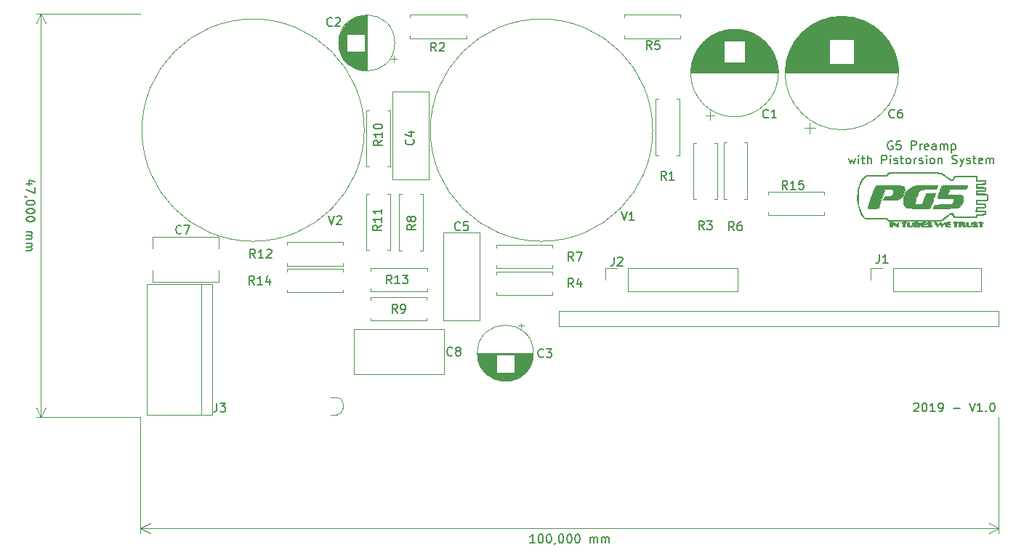
<source format=gto>
G04 #@! TF.GenerationSoftware,KiCad,Pcbnew,(5.1.0)-1*
G04 #@! TF.CreationDate,2019-04-22T23:50:54+02:00*
G04 #@! TF.ProjectId,pcb_tube,7063625f-7475-4626-952e-6b696361645f,rev?*
G04 #@! TF.SameCoordinates,Original*
G04 #@! TF.FileFunction,Legend,Top*
G04 #@! TF.FilePolarity,Positive*
%FSLAX46Y46*%
G04 Gerber Fmt 4.6, Leading zero omitted, Abs format (unit mm)*
G04 Created by KiCad (PCBNEW (5.1.0)-1) date 2019-04-22 23:50:54*
%MOMM*%
%LPD*%
G04 APERTURE LIST*
%ADD10C,0.150000*%
%ADD11C,0.120000*%
%ADD12C,0.010000*%
%ADD13C,0.100000*%
%ADD14O,6.502000X10.102000*%
%ADD15O,1.802000X1.802000*%
%ADD16R,1.802000X1.802000*%
%ADD17O,1.702000X1.702000*%
%ADD18C,1.702000*%
%ADD19R,2.502000X2.502000*%
%ADD20C,2.502000*%
%ADD21C,0.200000*%
%ADD22C,3.202000*%
%ADD23C,0.500000*%
%ADD24R,2.102000X2.102000*%
%ADD25C,2.102000*%
%ADD26R,1.702000X1.702000*%
%ADD27R,3.102000X3.102000*%
%ADD28C,3.102000*%
G04 APERTURE END LIST*
D10*
X120085714Y-98447619D02*
X120133333Y-98400000D01*
X120228571Y-98352380D01*
X120466666Y-98352380D01*
X120561904Y-98400000D01*
X120609523Y-98447619D01*
X120657142Y-98542857D01*
X120657142Y-98638095D01*
X120609523Y-98780952D01*
X120038095Y-99352380D01*
X120657142Y-99352380D01*
X121276190Y-98352380D02*
X121371428Y-98352380D01*
X121466666Y-98400000D01*
X121514285Y-98447619D01*
X121561904Y-98542857D01*
X121609523Y-98733333D01*
X121609523Y-98971428D01*
X121561904Y-99161904D01*
X121514285Y-99257142D01*
X121466666Y-99304761D01*
X121371428Y-99352380D01*
X121276190Y-99352380D01*
X121180952Y-99304761D01*
X121133333Y-99257142D01*
X121085714Y-99161904D01*
X121038095Y-98971428D01*
X121038095Y-98733333D01*
X121085714Y-98542857D01*
X121133333Y-98447619D01*
X121180952Y-98400000D01*
X121276190Y-98352380D01*
X122561904Y-99352380D02*
X121990476Y-99352380D01*
X122276190Y-99352380D02*
X122276190Y-98352380D01*
X122180952Y-98495238D01*
X122085714Y-98590476D01*
X121990476Y-98638095D01*
X123038095Y-99352380D02*
X123228571Y-99352380D01*
X123323809Y-99304761D01*
X123371428Y-99257142D01*
X123466666Y-99114285D01*
X123514285Y-98923809D01*
X123514285Y-98542857D01*
X123466666Y-98447619D01*
X123419047Y-98400000D01*
X123323809Y-98352380D01*
X123133333Y-98352380D01*
X123038095Y-98400000D01*
X122990476Y-98447619D01*
X122942857Y-98542857D01*
X122942857Y-98780952D01*
X122990476Y-98876190D01*
X123038095Y-98923809D01*
X123133333Y-98971428D01*
X123323809Y-98971428D01*
X123419047Y-98923809D01*
X123466666Y-98876190D01*
X123514285Y-98780952D01*
X124704761Y-98971428D02*
X125466666Y-98971428D01*
X126561904Y-98352380D02*
X126895238Y-99352380D01*
X127228571Y-98352380D01*
X128085714Y-99352380D02*
X127514285Y-99352380D01*
X127800000Y-99352380D02*
X127800000Y-98352380D01*
X127704761Y-98495238D01*
X127609523Y-98590476D01*
X127514285Y-98638095D01*
X128514285Y-99257142D02*
X128561904Y-99304761D01*
X128514285Y-99352380D01*
X128466666Y-99304761D01*
X128514285Y-99257142D01*
X128514285Y-99352380D01*
X129180952Y-98352380D02*
X129276190Y-98352380D01*
X129371428Y-98400000D01*
X129419047Y-98447619D01*
X129466666Y-98542857D01*
X129514285Y-98733333D01*
X129514285Y-98971428D01*
X129466666Y-99161904D01*
X129419047Y-99257142D01*
X129371428Y-99304761D01*
X129276190Y-99352380D01*
X129180952Y-99352380D01*
X129085714Y-99304761D01*
X129038095Y-99257142D01*
X128990476Y-99161904D01*
X128942857Y-98971428D01*
X128942857Y-98733333D01*
X128990476Y-98542857D01*
X129038095Y-98447619D01*
X129085714Y-98400000D01*
X129180952Y-98352380D01*
X117595238Y-67875000D02*
X117500000Y-67827380D01*
X117357142Y-67827380D01*
X117214285Y-67875000D01*
X117119047Y-67970238D01*
X117071428Y-68065476D01*
X117023809Y-68255952D01*
X117023809Y-68398809D01*
X117071428Y-68589285D01*
X117119047Y-68684523D01*
X117214285Y-68779761D01*
X117357142Y-68827380D01*
X117452380Y-68827380D01*
X117595238Y-68779761D01*
X117642857Y-68732142D01*
X117642857Y-68398809D01*
X117452380Y-68398809D01*
X118547619Y-67827380D02*
X118071428Y-67827380D01*
X118023809Y-68303571D01*
X118071428Y-68255952D01*
X118166666Y-68208333D01*
X118404761Y-68208333D01*
X118500000Y-68255952D01*
X118547619Y-68303571D01*
X118595238Y-68398809D01*
X118595238Y-68636904D01*
X118547619Y-68732142D01*
X118500000Y-68779761D01*
X118404761Y-68827380D01*
X118166666Y-68827380D01*
X118071428Y-68779761D01*
X118023809Y-68732142D01*
X119785714Y-68827380D02*
X119785714Y-67827380D01*
X120166666Y-67827380D01*
X120261904Y-67875000D01*
X120309523Y-67922619D01*
X120357142Y-68017857D01*
X120357142Y-68160714D01*
X120309523Y-68255952D01*
X120261904Y-68303571D01*
X120166666Y-68351190D01*
X119785714Y-68351190D01*
X120785714Y-68827380D02*
X120785714Y-68160714D01*
X120785714Y-68351190D02*
X120833333Y-68255952D01*
X120880952Y-68208333D01*
X120976190Y-68160714D01*
X121071428Y-68160714D01*
X121785714Y-68779761D02*
X121690476Y-68827380D01*
X121500000Y-68827380D01*
X121404761Y-68779761D01*
X121357142Y-68684523D01*
X121357142Y-68303571D01*
X121404761Y-68208333D01*
X121500000Y-68160714D01*
X121690476Y-68160714D01*
X121785714Y-68208333D01*
X121833333Y-68303571D01*
X121833333Y-68398809D01*
X121357142Y-68494047D01*
X122690476Y-68827380D02*
X122690476Y-68303571D01*
X122642857Y-68208333D01*
X122547619Y-68160714D01*
X122357142Y-68160714D01*
X122261904Y-68208333D01*
X122690476Y-68779761D02*
X122595238Y-68827380D01*
X122357142Y-68827380D01*
X122261904Y-68779761D01*
X122214285Y-68684523D01*
X122214285Y-68589285D01*
X122261904Y-68494047D01*
X122357142Y-68446428D01*
X122595238Y-68446428D01*
X122690476Y-68398809D01*
X123166666Y-68827380D02*
X123166666Y-68160714D01*
X123166666Y-68255952D02*
X123214285Y-68208333D01*
X123309523Y-68160714D01*
X123452380Y-68160714D01*
X123547619Y-68208333D01*
X123595238Y-68303571D01*
X123595238Y-68827380D01*
X123595238Y-68303571D02*
X123642857Y-68208333D01*
X123738095Y-68160714D01*
X123880952Y-68160714D01*
X123976190Y-68208333D01*
X124023809Y-68303571D01*
X124023809Y-68827380D01*
X124500000Y-68160714D02*
X124500000Y-69160714D01*
X124500000Y-68208333D02*
X124595238Y-68160714D01*
X124785714Y-68160714D01*
X124880952Y-68208333D01*
X124928571Y-68255952D01*
X124976190Y-68351190D01*
X124976190Y-68636904D01*
X124928571Y-68732142D01*
X124880952Y-68779761D01*
X124785714Y-68827380D01*
X124595238Y-68827380D01*
X124500000Y-68779761D01*
X112500000Y-69810714D02*
X112690476Y-70477380D01*
X112880952Y-70001190D01*
X113071428Y-70477380D01*
X113261904Y-69810714D01*
X113642857Y-70477380D02*
X113642857Y-69810714D01*
X113642857Y-69477380D02*
X113595238Y-69525000D01*
X113642857Y-69572619D01*
X113690476Y-69525000D01*
X113642857Y-69477380D01*
X113642857Y-69572619D01*
X113976190Y-69810714D02*
X114357142Y-69810714D01*
X114119047Y-69477380D02*
X114119047Y-70334523D01*
X114166666Y-70429761D01*
X114261904Y-70477380D01*
X114357142Y-70477380D01*
X114690476Y-70477380D02*
X114690476Y-69477380D01*
X115119047Y-70477380D02*
X115119047Y-69953571D01*
X115071428Y-69858333D01*
X114976190Y-69810714D01*
X114833333Y-69810714D01*
X114738095Y-69858333D01*
X114690476Y-69905952D01*
X116357142Y-70477380D02*
X116357142Y-69477380D01*
X116738095Y-69477380D01*
X116833333Y-69525000D01*
X116880952Y-69572619D01*
X116928571Y-69667857D01*
X116928571Y-69810714D01*
X116880952Y-69905952D01*
X116833333Y-69953571D01*
X116738095Y-70001190D01*
X116357142Y-70001190D01*
X117357142Y-70477380D02*
X117357142Y-69810714D01*
X117357142Y-69477380D02*
X117309523Y-69525000D01*
X117357142Y-69572619D01*
X117404761Y-69525000D01*
X117357142Y-69477380D01*
X117357142Y-69572619D01*
X117785714Y-70429761D02*
X117880952Y-70477380D01*
X118071428Y-70477380D01*
X118166666Y-70429761D01*
X118214285Y-70334523D01*
X118214285Y-70286904D01*
X118166666Y-70191666D01*
X118071428Y-70144047D01*
X117928571Y-70144047D01*
X117833333Y-70096428D01*
X117785714Y-70001190D01*
X117785714Y-69953571D01*
X117833333Y-69858333D01*
X117928571Y-69810714D01*
X118071428Y-69810714D01*
X118166666Y-69858333D01*
X118500000Y-69810714D02*
X118880952Y-69810714D01*
X118642857Y-69477380D02*
X118642857Y-70334523D01*
X118690476Y-70429761D01*
X118785714Y-70477380D01*
X118880952Y-70477380D01*
X119357142Y-70477380D02*
X119261904Y-70429761D01*
X119214285Y-70382142D01*
X119166666Y-70286904D01*
X119166666Y-70001190D01*
X119214285Y-69905952D01*
X119261904Y-69858333D01*
X119357142Y-69810714D01*
X119499999Y-69810714D01*
X119595238Y-69858333D01*
X119642857Y-69905952D01*
X119690476Y-70001190D01*
X119690476Y-70286904D01*
X119642857Y-70382142D01*
X119595238Y-70429761D01*
X119499999Y-70477380D01*
X119357142Y-70477380D01*
X120119047Y-70477380D02*
X120119047Y-69810714D01*
X120119047Y-70001190D02*
X120166666Y-69905952D01*
X120214285Y-69858333D01*
X120309523Y-69810714D01*
X120404761Y-69810714D01*
X120690476Y-70429761D02*
X120785714Y-70477380D01*
X120976190Y-70477380D01*
X121071428Y-70429761D01*
X121119047Y-70334523D01*
X121119047Y-70286904D01*
X121071428Y-70191666D01*
X120976190Y-70144047D01*
X120833333Y-70144047D01*
X120738095Y-70096428D01*
X120690476Y-70001190D01*
X120690476Y-69953571D01*
X120738095Y-69858333D01*
X120833333Y-69810714D01*
X120976190Y-69810714D01*
X121071428Y-69858333D01*
X121547619Y-70477380D02*
X121547619Y-69810714D01*
X121547619Y-69477380D02*
X121500000Y-69525000D01*
X121547619Y-69572619D01*
X121595238Y-69525000D01*
X121547619Y-69477380D01*
X121547619Y-69572619D01*
X122166666Y-70477380D02*
X122071428Y-70429761D01*
X122023809Y-70382142D01*
X121976190Y-70286904D01*
X121976190Y-70001190D01*
X122023809Y-69905952D01*
X122071428Y-69858333D01*
X122166666Y-69810714D01*
X122309523Y-69810714D01*
X122404761Y-69858333D01*
X122452380Y-69905952D01*
X122500000Y-70001190D01*
X122500000Y-70286904D01*
X122452380Y-70382142D01*
X122404761Y-70429761D01*
X122309523Y-70477380D01*
X122166666Y-70477380D01*
X122928571Y-69810714D02*
X122928571Y-70477380D01*
X122928571Y-69905952D02*
X122976190Y-69858333D01*
X123071428Y-69810714D01*
X123214285Y-69810714D01*
X123309523Y-69858333D01*
X123357142Y-69953571D01*
X123357142Y-70477380D01*
X124547619Y-70429761D02*
X124690476Y-70477380D01*
X124928571Y-70477380D01*
X125023809Y-70429761D01*
X125071428Y-70382142D01*
X125119047Y-70286904D01*
X125119047Y-70191666D01*
X125071428Y-70096428D01*
X125023809Y-70048809D01*
X124928571Y-70001190D01*
X124738095Y-69953571D01*
X124642857Y-69905952D01*
X124595238Y-69858333D01*
X124547619Y-69763095D01*
X124547619Y-69667857D01*
X124595238Y-69572619D01*
X124642857Y-69525000D01*
X124738095Y-69477380D01*
X124976190Y-69477380D01*
X125119047Y-69525000D01*
X125452380Y-69810714D02*
X125690476Y-70477380D01*
X125928571Y-69810714D02*
X125690476Y-70477380D01*
X125595238Y-70715476D01*
X125547619Y-70763095D01*
X125452380Y-70810714D01*
X126261904Y-70429761D02*
X126357142Y-70477380D01*
X126547619Y-70477380D01*
X126642857Y-70429761D01*
X126690476Y-70334523D01*
X126690476Y-70286904D01*
X126642857Y-70191666D01*
X126547619Y-70144047D01*
X126404761Y-70144047D01*
X126309523Y-70096428D01*
X126261904Y-70001190D01*
X126261904Y-69953571D01*
X126309523Y-69858333D01*
X126404761Y-69810714D01*
X126547619Y-69810714D01*
X126642857Y-69858333D01*
X126976190Y-69810714D02*
X127357142Y-69810714D01*
X127119047Y-69477380D02*
X127119047Y-70334523D01*
X127166666Y-70429761D01*
X127261904Y-70477380D01*
X127357142Y-70477380D01*
X128071428Y-70429761D02*
X127976190Y-70477380D01*
X127785714Y-70477380D01*
X127690476Y-70429761D01*
X127642857Y-70334523D01*
X127642857Y-69953571D01*
X127690476Y-69858333D01*
X127785714Y-69810714D01*
X127976190Y-69810714D01*
X128071428Y-69858333D01*
X128119047Y-69953571D01*
X128119047Y-70048809D01*
X127642857Y-70144047D01*
X128547619Y-70477380D02*
X128547619Y-69810714D01*
X128547619Y-69905952D02*
X128595238Y-69858333D01*
X128690476Y-69810714D01*
X128833333Y-69810714D01*
X128928571Y-69858333D01*
X128976190Y-69953571D01*
X128976190Y-70477380D01*
X128976190Y-69953571D02*
X129023809Y-69858333D01*
X129119047Y-69810714D01*
X129261904Y-69810714D01*
X129357142Y-69858333D01*
X129404761Y-69953571D01*
X129404761Y-70477380D01*
X75952380Y-114652380D02*
X75380952Y-114652380D01*
X75666666Y-114652380D02*
X75666666Y-113652380D01*
X75571428Y-113795238D01*
X75476190Y-113890476D01*
X75380952Y-113938095D01*
X76571428Y-113652380D02*
X76666666Y-113652380D01*
X76761904Y-113700000D01*
X76809523Y-113747619D01*
X76857142Y-113842857D01*
X76904761Y-114033333D01*
X76904761Y-114271428D01*
X76857142Y-114461904D01*
X76809523Y-114557142D01*
X76761904Y-114604761D01*
X76666666Y-114652380D01*
X76571428Y-114652380D01*
X76476190Y-114604761D01*
X76428571Y-114557142D01*
X76380952Y-114461904D01*
X76333333Y-114271428D01*
X76333333Y-114033333D01*
X76380952Y-113842857D01*
X76428571Y-113747619D01*
X76476190Y-113700000D01*
X76571428Y-113652380D01*
X77523809Y-113652380D02*
X77619047Y-113652380D01*
X77714285Y-113700000D01*
X77761904Y-113747619D01*
X77809523Y-113842857D01*
X77857142Y-114033333D01*
X77857142Y-114271428D01*
X77809523Y-114461904D01*
X77761904Y-114557142D01*
X77714285Y-114604761D01*
X77619047Y-114652380D01*
X77523809Y-114652380D01*
X77428571Y-114604761D01*
X77380952Y-114557142D01*
X77333333Y-114461904D01*
X77285714Y-114271428D01*
X77285714Y-114033333D01*
X77333333Y-113842857D01*
X77380952Y-113747619D01*
X77428571Y-113700000D01*
X77523809Y-113652380D01*
X78333333Y-114604761D02*
X78333333Y-114652380D01*
X78285714Y-114747619D01*
X78238095Y-114795238D01*
X78952380Y-113652380D02*
X79047619Y-113652380D01*
X79142857Y-113700000D01*
X79190476Y-113747619D01*
X79238095Y-113842857D01*
X79285714Y-114033333D01*
X79285714Y-114271428D01*
X79238095Y-114461904D01*
X79190476Y-114557142D01*
X79142857Y-114604761D01*
X79047619Y-114652380D01*
X78952380Y-114652380D01*
X78857142Y-114604761D01*
X78809523Y-114557142D01*
X78761904Y-114461904D01*
X78714285Y-114271428D01*
X78714285Y-114033333D01*
X78761904Y-113842857D01*
X78809523Y-113747619D01*
X78857142Y-113700000D01*
X78952380Y-113652380D01*
X79904761Y-113652380D02*
X80000000Y-113652380D01*
X80095238Y-113700000D01*
X80142857Y-113747619D01*
X80190476Y-113842857D01*
X80238095Y-114033333D01*
X80238095Y-114271428D01*
X80190476Y-114461904D01*
X80142857Y-114557142D01*
X80095238Y-114604761D01*
X80000000Y-114652380D01*
X79904761Y-114652380D01*
X79809523Y-114604761D01*
X79761904Y-114557142D01*
X79714285Y-114461904D01*
X79666666Y-114271428D01*
X79666666Y-114033333D01*
X79714285Y-113842857D01*
X79761904Y-113747619D01*
X79809523Y-113700000D01*
X79904761Y-113652380D01*
X80857142Y-113652380D02*
X80952380Y-113652380D01*
X81047619Y-113700000D01*
X81095238Y-113747619D01*
X81142857Y-113842857D01*
X81190476Y-114033333D01*
X81190476Y-114271428D01*
X81142857Y-114461904D01*
X81095238Y-114557142D01*
X81047619Y-114604761D01*
X80952380Y-114652380D01*
X80857142Y-114652380D01*
X80761904Y-114604761D01*
X80714285Y-114557142D01*
X80666666Y-114461904D01*
X80619047Y-114271428D01*
X80619047Y-114033333D01*
X80666666Y-113842857D01*
X80714285Y-113747619D01*
X80761904Y-113700000D01*
X80857142Y-113652380D01*
X82380952Y-114652380D02*
X82380952Y-113985714D01*
X82380952Y-114080952D02*
X82428571Y-114033333D01*
X82523809Y-113985714D01*
X82666666Y-113985714D01*
X82761904Y-114033333D01*
X82809523Y-114128571D01*
X82809523Y-114652380D01*
X82809523Y-114128571D02*
X82857142Y-114033333D01*
X82952380Y-113985714D01*
X83095238Y-113985714D01*
X83190476Y-114033333D01*
X83238095Y-114128571D01*
X83238095Y-114652380D01*
X83714285Y-114652380D02*
X83714285Y-113985714D01*
X83714285Y-114080952D02*
X83761904Y-114033333D01*
X83857142Y-113985714D01*
X84000000Y-113985714D01*
X84095238Y-114033333D01*
X84142857Y-114128571D01*
X84142857Y-114652380D01*
X84142857Y-114128571D02*
X84190476Y-114033333D01*
X84285714Y-113985714D01*
X84428571Y-113985714D01*
X84523809Y-114033333D01*
X84571428Y-114128571D01*
X84571428Y-114652380D01*
D11*
X30000000Y-112930000D02*
X130000000Y-112930000D01*
X30000000Y-100000000D02*
X30000000Y-113516421D01*
X130000000Y-100000000D02*
X130000000Y-113516421D01*
X130000000Y-112930000D02*
X128873496Y-113516421D01*
X130000000Y-112930000D02*
X128873496Y-112343579D01*
X30000000Y-112930000D02*
X31126504Y-113516421D01*
X30000000Y-112930000D02*
X31126504Y-112343579D01*
D10*
X17354285Y-72833333D02*
X16687619Y-72833333D01*
X17735238Y-72595238D02*
X17020952Y-72357142D01*
X17020952Y-72976190D01*
X17687619Y-73261904D02*
X17687619Y-73928571D01*
X16687619Y-73500000D01*
X16735238Y-74357142D02*
X16687619Y-74357142D01*
X16592380Y-74309523D01*
X16544761Y-74261904D01*
X17687619Y-74976190D02*
X17687619Y-75071428D01*
X17640000Y-75166666D01*
X17592380Y-75214285D01*
X17497142Y-75261904D01*
X17306666Y-75309523D01*
X17068571Y-75309523D01*
X16878095Y-75261904D01*
X16782857Y-75214285D01*
X16735238Y-75166666D01*
X16687619Y-75071428D01*
X16687619Y-74976190D01*
X16735238Y-74880952D01*
X16782857Y-74833333D01*
X16878095Y-74785714D01*
X17068571Y-74738095D01*
X17306666Y-74738095D01*
X17497142Y-74785714D01*
X17592380Y-74833333D01*
X17640000Y-74880952D01*
X17687619Y-74976190D01*
X17687619Y-75928571D02*
X17687619Y-76023809D01*
X17640000Y-76119047D01*
X17592380Y-76166666D01*
X17497142Y-76214285D01*
X17306666Y-76261904D01*
X17068571Y-76261904D01*
X16878095Y-76214285D01*
X16782857Y-76166666D01*
X16735238Y-76119047D01*
X16687619Y-76023809D01*
X16687619Y-75928571D01*
X16735238Y-75833333D01*
X16782857Y-75785714D01*
X16878095Y-75738095D01*
X17068571Y-75690476D01*
X17306666Y-75690476D01*
X17497142Y-75738095D01*
X17592380Y-75785714D01*
X17640000Y-75833333D01*
X17687619Y-75928571D01*
X17687619Y-76880952D02*
X17687619Y-76976190D01*
X17640000Y-77071428D01*
X17592380Y-77119047D01*
X17497142Y-77166666D01*
X17306666Y-77214285D01*
X17068571Y-77214285D01*
X16878095Y-77166666D01*
X16782857Y-77119047D01*
X16735238Y-77071428D01*
X16687619Y-76976190D01*
X16687619Y-76880952D01*
X16735238Y-76785714D01*
X16782857Y-76738095D01*
X16878095Y-76690476D01*
X17068571Y-76642857D01*
X17306666Y-76642857D01*
X17497142Y-76690476D01*
X17592380Y-76738095D01*
X17640000Y-76785714D01*
X17687619Y-76880952D01*
X16687619Y-78404761D02*
X17354285Y-78404761D01*
X17259047Y-78404761D02*
X17306666Y-78452380D01*
X17354285Y-78547619D01*
X17354285Y-78690476D01*
X17306666Y-78785714D01*
X17211428Y-78833333D01*
X16687619Y-78833333D01*
X17211428Y-78833333D02*
X17306666Y-78880952D01*
X17354285Y-78976190D01*
X17354285Y-79119047D01*
X17306666Y-79214285D01*
X17211428Y-79261904D01*
X16687619Y-79261904D01*
X16687619Y-79738095D02*
X17354285Y-79738095D01*
X17259047Y-79738095D02*
X17306666Y-79785714D01*
X17354285Y-79880952D01*
X17354285Y-80023809D01*
X17306666Y-80119047D01*
X17211428Y-80166666D01*
X16687619Y-80166666D01*
X17211428Y-80166666D02*
X17306666Y-80214285D01*
X17354285Y-80309523D01*
X17354285Y-80452380D01*
X17306666Y-80547619D01*
X17211428Y-80595238D01*
X16687619Y-80595238D01*
D11*
X18410000Y-53000000D02*
X18410000Y-100000000D01*
X30000000Y-53000000D02*
X17823579Y-53000000D01*
X30000000Y-100000000D02*
X17823579Y-100000000D01*
X18410000Y-100000000D02*
X17823579Y-98873496D01*
X18410000Y-100000000D02*
X18996421Y-98873496D01*
X18410000Y-53000000D02*
X17823579Y-54126504D01*
X18410000Y-53000000D02*
X18996421Y-54126504D01*
X80010000Y-87610000D02*
X78730000Y-87610000D01*
X130000000Y-87610000D02*
X130000000Y-89360000D01*
X80000000Y-87610000D02*
X129990000Y-87610000D01*
X78730000Y-87610000D02*
X78730000Y-89370000D01*
X129990000Y-89370000D02*
X78740000Y-89370000D01*
D12*
G36*
X117448750Y-77825000D02*
G01*
X117226500Y-77825000D01*
X117226500Y-77253500D01*
X117448750Y-77253500D01*
X117448750Y-77825000D01*
X117448750Y-77825000D01*
G37*
X117448750Y-77825000D02*
X117226500Y-77825000D01*
X117226500Y-77253500D01*
X117448750Y-77253500D01*
X117448750Y-77825000D01*
G36*
X117641177Y-77267138D02*
G01*
X117730281Y-77303561D01*
X117843677Y-77356031D01*
X117893250Y-77380500D01*
X118007094Y-77436966D01*
X118097852Y-77480528D01*
X118151848Y-77504689D01*
X118160503Y-77507500D01*
X118172252Y-77479448D01*
X118183004Y-77409894D01*
X118185020Y-77388437D01*
X118203911Y-77299420D01*
X118241497Y-77269387D01*
X118242500Y-77269375D01*
X118266595Y-77281898D01*
X118282688Y-77326541D01*
X118292947Y-77413913D01*
X118299298Y-77547187D01*
X118301843Y-77685219D01*
X118297498Y-77770515D01*
X118284927Y-77813594D01*
X118264006Y-77825000D01*
X118217118Y-77812138D01*
X118128397Y-77777651D01*
X118013113Y-77727686D01*
X117948529Y-77698000D01*
X117829061Y-77642908D01*
X117732110Y-77599873D01*
X117671359Y-77574882D01*
X117658384Y-77571000D01*
X117646397Y-77599192D01*
X117639735Y-77669614D01*
X117639250Y-77698000D01*
X117631385Y-77786306D01*
X117605316Y-77822695D01*
X117591625Y-77825000D01*
X117568390Y-77813864D01*
X117553918Y-77773222D01*
X117546399Y-77692223D01*
X117544025Y-77560015D01*
X117544000Y-77539250D01*
X117545801Y-77400199D01*
X117552444Y-77313591D01*
X117565787Y-77268439D01*
X117587689Y-77253756D01*
X117592329Y-77253500D01*
X117641177Y-77267138D01*
X117641177Y-77267138D01*
G37*
X117641177Y-77267138D02*
X117730281Y-77303561D01*
X117843677Y-77356031D01*
X117893250Y-77380500D01*
X118007094Y-77436966D01*
X118097852Y-77480528D01*
X118151848Y-77504689D01*
X118160503Y-77507500D01*
X118172252Y-77479448D01*
X118183004Y-77409894D01*
X118185020Y-77388437D01*
X118203911Y-77299420D01*
X118241497Y-77269387D01*
X118242500Y-77269375D01*
X118266595Y-77281898D01*
X118282688Y-77326541D01*
X118292947Y-77413913D01*
X118299298Y-77547187D01*
X118301843Y-77685219D01*
X118297498Y-77770515D01*
X118284927Y-77813594D01*
X118264006Y-77825000D01*
X118217118Y-77812138D01*
X118128397Y-77777651D01*
X118013113Y-77727686D01*
X117948529Y-77698000D01*
X117829061Y-77642908D01*
X117732110Y-77599873D01*
X117671359Y-77574882D01*
X117658384Y-77571000D01*
X117646397Y-77599192D01*
X117639735Y-77669614D01*
X117639250Y-77698000D01*
X117631385Y-77786306D01*
X117605316Y-77822695D01*
X117591625Y-77825000D01*
X117568390Y-77813864D01*
X117553918Y-77773222D01*
X117546399Y-77692223D01*
X117544025Y-77560015D01*
X117544000Y-77539250D01*
X117545801Y-77400199D01*
X117552444Y-77313591D01*
X117565787Y-77268439D01*
X117587689Y-77253756D01*
X117592329Y-77253500D01*
X117641177Y-77267138D01*
G36*
X119147793Y-77259919D02*
G01*
X119201448Y-77268876D01*
X119223852Y-77285695D01*
X119226750Y-77300014D01*
X119200022Y-77338316D01*
X119131500Y-77348750D01*
X119036250Y-77348750D01*
X119036250Y-77825000D01*
X118782250Y-77825000D01*
X118782250Y-77348750D01*
X118668479Y-77348750D01*
X118588139Y-77339761D01*
X118566978Y-77312324D01*
X118567870Y-77309062D01*
X118601612Y-77287803D01*
X118689270Y-77272542D01*
X118834819Y-77262702D01*
X118903891Y-77260326D01*
X119052177Y-77257508D01*
X119147793Y-77259919D01*
X119147793Y-77259919D01*
G37*
X119147793Y-77259919D02*
X119201448Y-77268876D01*
X119223852Y-77285695D01*
X119226750Y-77300014D01*
X119200022Y-77338316D01*
X119131500Y-77348750D01*
X119036250Y-77348750D01*
X119036250Y-77825000D01*
X118782250Y-77825000D01*
X118782250Y-77348750D01*
X118668479Y-77348750D01*
X118588139Y-77339761D01*
X118566978Y-77312324D01*
X118567870Y-77309062D01*
X118601612Y-77287803D01*
X118689270Y-77272542D01*
X118834819Y-77262702D01*
X118903891Y-77260326D01*
X119052177Y-77257508D01*
X119147793Y-77259919D01*
G36*
X119939311Y-77272443D02*
G01*
X119951990Y-77329123D01*
X119956837Y-77439249D01*
X119957000Y-77473104D01*
X119949480Y-77627701D01*
X119920589Y-77730052D01*
X119860828Y-77790287D01*
X119760700Y-77818541D01*
X119627142Y-77825000D01*
X119493638Y-77818663D01*
X119403910Y-77796928D01*
X119349329Y-77764306D01*
X119308641Y-77723380D01*
X119285920Y-77671411D01*
X119276178Y-77589909D01*
X119274375Y-77486493D01*
X119274375Y-77269375D01*
X119528375Y-77269375D01*
X119560125Y-77713875D01*
X119694012Y-77723586D01*
X119767706Y-77725180D01*
X119815242Y-77709514D01*
X119843381Y-77665292D01*
X119858881Y-77581219D01*
X119868502Y-77445999D01*
X119869328Y-77430606D01*
X119882000Y-77332701D01*
X119904870Y-77271822D01*
X119917312Y-77261273D01*
X119939311Y-77272443D01*
X119939311Y-77272443D01*
G37*
X119939311Y-77272443D02*
X119951990Y-77329123D01*
X119956837Y-77439249D01*
X119957000Y-77473104D01*
X119949480Y-77627701D01*
X119920589Y-77730052D01*
X119860828Y-77790287D01*
X119760700Y-77818541D01*
X119627142Y-77825000D01*
X119493638Y-77818663D01*
X119403910Y-77796928D01*
X119349329Y-77764306D01*
X119308641Y-77723380D01*
X119285920Y-77671411D01*
X119276178Y-77589909D01*
X119274375Y-77486493D01*
X119274375Y-77269375D01*
X119528375Y-77269375D01*
X119560125Y-77713875D01*
X119694012Y-77723586D01*
X119767706Y-77725180D01*
X119815242Y-77709514D01*
X119843381Y-77665292D01*
X119858881Y-77581219D01*
X119868502Y-77445999D01*
X119869328Y-77430606D01*
X119882000Y-77332701D01*
X119904870Y-77271822D01*
X119917312Y-77261273D01*
X119939311Y-77272443D01*
G36*
X120605402Y-77270988D02*
G01*
X120676778Y-77299653D01*
X120709135Y-77348382D01*
X120710376Y-77420585D01*
X120708871Y-77430616D01*
X120704910Y-77507830D01*
X120718334Y-77554173D01*
X120721090Y-77556417D01*
X120747595Y-77605028D01*
X120745663Y-77680283D01*
X120717952Y-77753459D01*
X120700857Y-77775107D01*
X120660882Y-77799569D01*
X120592149Y-77814964D01*
X120482850Y-77822902D01*
X120334496Y-77825000D01*
X120018027Y-77825000D01*
X120021039Y-77733773D01*
X120274500Y-77733773D01*
X120377687Y-77723824D01*
X120454810Y-77704844D01*
X120487610Y-77659697D01*
X120491020Y-77642437D01*
X120486762Y-77589077D01*
X120441454Y-77571640D01*
X120419583Y-77571000D01*
X120354092Y-77554819D01*
X120338000Y-77523375D01*
X120365723Y-77485148D01*
X120419703Y-77475750D01*
X120482302Y-77460843D01*
X120497154Y-77426265D01*
X120469571Y-77387228D01*
X120404863Y-77358946D01*
X120377427Y-77354675D01*
X120274500Y-77344726D01*
X120274500Y-77733773D01*
X120021039Y-77733773D01*
X120027201Y-77547187D01*
X120036375Y-77269375D01*
X120313970Y-77260204D01*
X120487101Y-77258975D01*
X120605402Y-77270988D01*
X120605402Y-77270988D01*
G37*
X120605402Y-77270988D02*
X120676778Y-77299653D01*
X120709135Y-77348382D01*
X120710376Y-77420585D01*
X120708871Y-77430616D01*
X120704910Y-77507830D01*
X120718334Y-77554173D01*
X120721090Y-77556417D01*
X120747595Y-77605028D01*
X120745663Y-77680283D01*
X120717952Y-77753459D01*
X120700857Y-77775107D01*
X120660882Y-77799569D01*
X120592149Y-77814964D01*
X120482850Y-77822902D01*
X120334496Y-77825000D01*
X120018027Y-77825000D01*
X120021039Y-77733773D01*
X120274500Y-77733773D01*
X120377687Y-77723824D01*
X120454810Y-77704844D01*
X120487610Y-77659697D01*
X120491020Y-77642437D01*
X120486762Y-77589077D01*
X120441454Y-77571640D01*
X120419583Y-77571000D01*
X120354092Y-77554819D01*
X120338000Y-77523375D01*
X120365723Y-77485148D01*
X120419703Y-77475750D01*
X120482302Y-77460843D01*
X120497154Y-77426265D01*
X120469571Y-77387228D01*
X120404863Y-77358946D01*
X120377427Y-77354675D01*
X120274500Y-77344726D01*
X120274500Y-77733773D01*
X120021039Y-77733773D01*
X120027201Y-77547187D01*
X120036375Y-77269375D01*
X120313970Y-77260204D01*
X120487101Y-77258975D01*
X120605402Y-77270988D01*
G36*
X121424639Y-77257284D02*
G01*
X121466878Y-77268680D01*
X121480641Y-77290132D01*
X121481000Y-77296282D01*
X121465078Y-77326446D01*
X121409524Y-77344724D01*
X121302655Y-77354879D01*
X121298437Y-77355103D01*
X121115875Y-77364625D01*
X121115875Y-77713875D01*
X121298437Y-77723396D01*
X121409639Y-77734142D01*
X121467164Y-77753587D01*
X121481000Y-77778959D01*
X121467794Y-77802696D01*
X121420967Y-77816962D01*
X121329703Y-77823706D01*
X121225556Y-77825000D01*
X121094146Y-77822994D01*
X121008696Y-77814255D01*
X120951722Y-77794693D01*
X120905741Y-77760221D01*
X120892181Y-77747068D01*
X120830646Y-77644609D01*
X120813360Y-77520335D01*
X120841381Y-77398981D01*
X120874942Y-77344332D01*
X120912005Y-77307031D01*
X120959973Y-77283353D01*
X121034443Y-77269269D01*
X121151011Y-77260747D01*
X121208317Y-77258182D01*
X121342320Y-77254326D01*
X121424639Y-77257284D01*
X121424639Y-77257284D01*
G37*
X121424639Y-77257284D02*
X121466878Y-77268680D01*
X121480641Y-77290132D01*
X121481000Y-77296282D01*
X121465078Y-77326446D01*
X121409524Y-77344724D01*
X121302655Y-77354879D01*
X121298437Y-77355103D01*
X121115875Y-77364625D01*
X121115875Y-77713875D01*
X121298437Y-77723396D01*
X121409639Y-77734142D01*
X121467164Y-77753587D01*
X121481000Y-77778959D01*
X121467794Y-77802696D01*
X121420967Y-77816962D01*
X121329703Y-77823706D01*
X121225556Y-77825000D01*
X121094146Y-77822994D01*
X121008696Y-77814255D01*
X120951722Y-77794693D01*
X120905741Y-77760221D01*
X120892181Y-77747068D01*
X120830646Y-77644609D01*
X120813360Y-77520335D01*
X120841381Y-77398981D01*
X120874942Y-77344332D01*
X120912005Y-77307031D01*
X120959973Y-77283353D01*
X121034443Y-77269269D01*
X121151011Y-77260747D01*
X121208317Y-77258182D01*
X121342320Y-77254326D01*
X121424639Y-77257284D01*
G36*
X121976339Y-77253555D02*
G01*
X122072232Y-77263979D01*
X122134003Y-77282428D01*
X122147750Y-77299540D01*
X122128138Y-77328607D01*
X122062931Y-77346515D01*
X121965187Y-77355103D01*
X121782625Y-77364625D01*
X121965187Y-77470142D01*
X122072608Y-77538869D01*
X122131482Y-77598620D01*
X122152183Y-77664100D01*
X122148338Y-77729750D01*
X122132431Y-77773034D01*
X122092451Y-77801056D01*
X122017317Y-77816887D01*
X121895949Y-77823598D01*
X121806437Y-77824513D01*
X121672912Y-77822489D01*
X121591989Y-77814559D01*
X121552896Y-77798852D01*
X121544500Y-77778959D01*
X121564667Y-77749434D01*
X121631395Y-77731388D01*
X121721847Y-77723396D01*
X121899194Y-77713875D01*
X121729784Y-77602750D01*
X121612139Y-77509499D01*
X121552083Y-77423354D01*
X121550987Y-77347454D01*
X121595178Y-77294966D01*
X121655744Y-77271863D01*
X121750914Y-77257355D01*
X121863506Y-77251300D01*
X121976339Y-77253555D01*
X121976339Y-77253555D01*
G37*
X121976339Y-77253555D02*
X122072232Y-77263979D01*
X122134003Y-77282428D01*
X122147750Y-77299540D01*
X122128138Y-77328607D01*
X122062931Y-77346515D01*
X121965187Y-77355103D01*
X121782625Y-77364625D01*
X121965187Y-77470142D01*
X122072608Y-77538869D01*
X122131482Y-77598620D01*
X122152183Y-77664100D01*
X122148338Y-77729750D01*
X122132431Y-77773034D01*
X122092451Y-77801056D01*
X122017317Y-77816887D01*
X121895949Y-77823598D01*
X121806437Y-77824513D01*
X121672912Y-77822489D01*
X121591989Y-77814559D01*
X121552896Y-77798852D01*
X121544500Y-77778959D01*
X121564667Y-77749434D01*
X121631395Y-77731388D01*
X121721847Y-77723396D01*
X121899194Y-77713875D01*
X121729784Y-77602750D01*
X121612139Y-77509499D01*
X121552083Y-77423354D01*
X121550987Y-77347454D01*
X121595178Y-77294966D01*
X121655744Y-77271863D01*
X121750914Y-77257355D01*
X121863506Y-77251300D01*
X121976339Y-77253555D01*
G36*
X122633028Y-77257879D02*
G01*
X122686273Y-77279702D01*
X122735834Y-77331996D01*
X122790443Y-77411679D01*
X122848446Y-77495967D01*
X122893604Y-77553570D01*
X122912941Y-77570429D01*
X122938517Y-77545986D01*
X122985317Y-77482037D01*
X123030692Y-77412250D01*
X123098765Y-77311537D01*
X123148910Y-77264446D01*
X123190226Y-77267135D01*
X123231810Y-77315765D01*
X123237513Y-77324937D01*
X123283635Y-77400989D01*
X123339013Y-77492640D01*
X123345714Y-77503753D01*
X123410437Y-77611131D01*
X123527042Y-77428848D01*
X123587513Y-77340627D01*
X123635739Y-77281821D01*
X123661649Y-77264644D01*
X123662104Y-77265021D01*
X123655556Y-77298789D01*
X123621838Y-77370869D01*
X123569459Y-77467044D01*
X123506930Y-77573097D01*
X123442762Y-77674814D01*
X123385464Y-77757977D01*
X123343546Y-77808371D01*
X123331922Y-77816585D01*
X123297927Y-77797739D01*
X123246718Y-77736027D01*
X123193954Y-77652525D01*
X123139441Y-77561374D01*
X123095401Y-77497543D01*
X123072886Y-77475750D01*
X123046883Y-77500876D01*
X122999954Y-77566479D01*
X122947137Y-77650375D01*
X122889037Y-77740506D01*
X122840381Y-77803572D01*
X122813687Y-77825000D01*
X122784235Y-77800340D01*
X122729766Y-77734317D01*
X122659783Y-77638862D01*
X122623932Y-77586775D01*
X122532125Y-77449561D01*
X122474275Y-77356366D01*
X122448672Y-77298676D01*
X122453600Y-77267979D01*
X122487346Y-77255760D01*
X122548198Y-77253505D01*
X122556859Y-77253500D01*
X122633028Y-77257879D01*
X122633028Y-77257879D01*
G37*
X122633028Y-77257879D02*
X122686273Y-77279702D01*
X122735834Y-77331996D01*
X122790443Y-77411679D01*
X122848446Y-77495967D01*
X122893604Y-77553570D01*
X122912941Y-77570429D01*
X122938517Y-77545986D01*
X122985317Y-77482037D01*
X123030692Y-77412250D01*
X123098765Y-77311537D01*
X123148910Y-77264446D01*
X123190226Y-77267135D01*
X123231810Y-77315765D01*
X123237513Y-77324937D01*
X123283635Y-77400989D01*
X123339013Y-77492640D01*
X123345714Y-77503753D01*
X123410437Y-77611131D01*
X123527042Y-77428848D01*
X123587513Y-77340627D01*
X123635739Y-77281821D01*
X123661649Y-77264644D01*
X123662104Y-77265021D01*
X123655556Y-77298789D01*
X123621838Y-77370869D01*
X123569459Y-77467044D01*
X123506930Y-77573097D01*
X123442762Y-77674814D01*
X123385464Y-77757977D01*
X123343546Y-77808371D01*
X123331922Y-77816585D01*
X123297927Y-77797739D01*
X123246718Y-77736027D01*
X123193954Y-77652525D01*
X123139441Y-77561374D01*
X123095401Y-77497543D01*
X123072886Y-77475750D01*
X123046883Y-77500876D01*
X122999954Y-77566479D01*
X122947137Y-77650375D01*
X122889037Y-77740506D01*
X122840381Y-77803572D01*
X122813687Y-77825000D01*
X122784235Y-77800340D01*
X122729766Y-77734317D01*
X122659783Y-77638862D01*
X122623932Y-77586775D01*
X122532125Y-77449561D01*
X122474275Y-77356366D01*
X122448672Y-77298676D01*
X122453600Y-77267979D01*
X122487346Y-77255760D01*
X122548198Y-77253505D01*
X122556859Y-77253500D01*
X122633028Y-77257879D01*
G36*
X124282139Y-77257284D02*
G01*
X124324378Y-77268680D01*
X124338141Y-77290132D01*
X124338500Y-77296282D01*
X124322578Y-77326446D01*
X124267024Y-77344724D01*
X124160155Y-77354879D01*
X124155937Y-77355103D01*
X123973375Y-77364625D01*
X123973375Y-77713875D01*
X124155937Y-77723396D01*
X124267139Y-77734142D01*
X124324664Y-77753587D01*
X124338500Y-77778959D01*
X124325294Y-77802696D01*
X124278467Y-77816962D01*
X124187203Y-77823706D01*
X124083056Y-77825000D01*
X123951646Y-77822994D01*
X123866196Y-77814255D01*
X123809222Y-77794693D01*
X123763241Y-77760221D01*
X123749681Y-77747068D01*
X123688146Y-77644609D01*
X123670860Y-77520335D01*
X123698881Y-77398981D01*
X123732442Y-77344332D01*
X123769505Y-77307031D01*
X123817473Y-77283353D01*
X123891943Y-77269269D01*
X124008511Y-77260747D01*
X124065817Y-77258182D01*
X124199820Y-77254326D01*
X124282139Y-77257284D01*
X124282139Y-77257284D01*
G37*
X124282139Y-77257284D02*
X124324378Y-77268680D01*
X124338141Y-77290132D01*
X124338500Y-77296282D01*
X124322578Y-77326446D01*
X124267024Y-77344724D01*
X124160155Y-77354879D01*
X124155937Y-77355103D01*
X123973375Y-77364625D01*
X123973375Y-77713875D01*
X124155937Y-77723396D01*
X124267139Y-77734142D01*
X124324664Y-77753587D01*
X124338500Y-77778959D01*
X124325294Y-77802696D01*
X124278467Y-77816962D01*
X124187203Y-77823706D01*
X124083056Y-77825000D01*
X123951646Y-77822994D01*
X123866196Y-77814255D01*
X123809222Y-77794693D01*
X123763241Y-77760221D01*
X123749681Y-77747068D01*
X123688146Y-77644609D01*
X123670860Y-77520335D01*
X123698881Y-77398981D01*
X123732442Y-77344332D01*
X123769505Y-77307031D01*
X123817473Y-77283353D01*
X123891943Y-77269269D01*
X124008511Y-77260747D01*
X124065817Y-77258182D01*
X124199820Y-77254326D01*
X124282139Y-77257284D01*
G36*
X125089806Y-77255073D02*
G01*
X125184862Y-77260839D01*
X125237361Y-77272364D01*
X125257747Y-77291213D01*
X125259250Y-77301125D01*
X125230851Y-77338934D01*
X125164000Y-77348750D01*
X125068750Y-77348750D01*
X125068750Y-77825000D01*
X124814750Y-77825000D01*
X124814750Y-77348750D01*
X124719500Y-77348750D01*
X124643880Y-77334550D01*
X124624250Y-77301125D01*
X124634741Y-77278916D01*
X124673180Y-77264658D01*
X124750010Y-77256783D01*
X124875675Y-77253725D01*
X124941750Y-77253500D01*
X125089806Y-77255073D01*
X125089806Y-77255073D01*
G37*
X125089806Y-77255073D02*
X125184862Y-77260839D01*
X125237361Y-77272364D01*
X125257747Y-77291213D01*
X125259250Y-77301125D01*
X125230851Y-77338934D01*
X125164000Y-77348750D01*
X125068750Y-77348750D01*
X125068750Y-77825000D01*
X124814750Y-77825000D01*
X124814750Y-77348750D01*
X124719500Y-77348750D01*
X124643880Y-77334550D01*
X124624250Y-77301125D01*
X124634741Y-77278916D01*
X124673180Y-77264658D01*
X124750010Y-77256783D01*
X124875675Y-77253725D01*
X124941750Y-77253500D01*
X125089806Y-77255073D01*
G36*
X125746292Y-77257015D02*
G01*
X125862993Y-77266407D01*
X125942273Y-77279942D01*
X125959837Y-77286367D01*
X126008911Y-77343925D01*
X126018108Y-77425615D01*
X125985856Y-77504923D01*
X125973625Y-77518839D01*
X125930174Y-77582930D01*
X125946109Y-77638936D01*
X125975358Y-77667688D01*
X126033335Y-77731816D01*
X126055850Y-77766826D01*
X126068678Y-77803981D01*
X126045188Y-77820767D01*
X125972598Y-77824971D01*
X125960321Y-77825000D01*
X125883169Y-77819339D01*
X125825683Y-77793858D01*
X125767177Y-77735811D01*
X125721079Y-77677559D01*
X125648679Y-77578170D01*
X125616497Y-77517552D01*
X125623035Y-77486602D01*
X125666796Y-77476217D01*
X125687875Y-77475750D01*
X125750117Y-77460867D01*
X125767250Y-77412250D01*
X125752010Y-77365503D01*
X125695602Y-77349300D01*
X125673390Y-77348750D01*
X125579531Y-77348750D01*
X125570203Y-77578937D01*
X125560875Y-77809125D01*
X125441812Y-77818979D01*
X125322750Y-77828833D01*
X125322750Y-77253500D01*
X125610587Y-77253500D01*
X125746292Y-77257015D01*
X125746292Y-77257015D01*
G37*
X125746292Y-77257015D02*
X125862993Y-77266407D01*
X125942273Y-77279942D01*
X125959837Y-77286367D01*
X126008911Y-77343925D01*
X126018108Y-77425615D01*
X125985856Y-77504923D01*
X125973625Y-77518839D01*
X125930174Y-77582930D01*
X125946109Y-77638936D01*
X125975358Y-77667688D01*
X126033335Y-77731816D01*
X126055850Y-77766826D01*
X126068678Y-77803981D01*
X126045188Y-77820767D01*
X125972598Y-77824971D01*
X125960321Y-77825000D01*
X125883169Y-77819339D01*
X125825683Y-77793858D01*
X125767177Y-77735811D01*
X125721079Y-77677559D01*
X125648679Y-77578170D01*
X125616497Y-77517552D01*
X125623035Y-77486602D01*
X125666796Y-77476217D01*
X125687875Y-77475750D01*
X125750117Y-77460867D01*
X125767250Y-77412250D01*
X125752010Y-77365503D01*
X125695602Y-77349300D01*
X125673390Y-77348750D01*
X125579531Y-77348750D01*
X125570203Y-77578937D01*
X125560875Y-77809125D01*
X125441812Y-77818979D01*
X125322750Y-77828833D01*
X125322750Y-77253500D01*
X125610587Y-77253500D01*
X125746292Y-77257015D01*
G36*
X126394671Y-77428125D02*
G01*
X126403978Y-77569300D01*
X126418474Y-77658248D01*
X126444836Y-77706226D01*
X126489745Y-77724489D01*
X126559879Y-77724293D01*
X126569987Y-77723586D01*
X126703875Y-77713875D01*
X126719750Y-77491625D01*
X126732010Y-77368482D01*
X126748901Y-77298381D01*
X126773405Y-77270881D01*
X126783250Y-77269375D01*
X126809028Y-77282072D01*
X126823229Y-77328082D01*
X126828278Y-77419283D01*
X126828090Y-77488747D01*
X126823579Y-77610642D01*
X126810612Y-77687244D01*
X126784303Y-77736658D01*
X126753135Y-77766559D01*
X126663817Y-77807267D01*
X126539257Y-77826574D01*
X126403965Y-77824580D01*
X126282448Y-77801386D01*
X126207329Y-77764306D01*
X126166641Y-77723380D01*
X126143920Y-77671411D01*
X126134178Y-77589909D01*
X126132375Y-77486493D01*
X126132375Y-77269375D01*
X126386375Y-77269375D01*
X126394671Y-77428125D01*
X126394671Y-77428125D01*
G37*
X126394671Y-77428125D02*
X126403978Y-77569300D01*
X126418474Y-77658248D01*
X126444836Y-77706226D01*
X126489745Y-77724489D01*
X126559879Y-77724293D01*
X126569987Y-77723586D01*
X126703875Y-77713875D01*
X126719750Y-77491625D01*
X126732010Y-77368482D01*
X126748901Y-77298381D01*
X126773405Y-77270881D01*
X126783250Y-77269375D01*
X126809028Y-77282072D01*
X126823229Y-77328082D01*
X126828278Y-77419283D01*
X126828090Y-77488747D01*
X126823579Y-77610642D01*
X126810612Y-77687244D01*
X126784303Y-77736658D01*
X126753135Y-77766559D01*
X126663817Y-77807267D01*
X126539257Y-77826574D01*
X126403965Y-77824580D01*
X126282448Y-77801386D01*
X126207329Y-77764306D01*
X126166641Y-77723380D01*
X126143920Y-77671411D01*
X126134178Y-77589909D01*
X126132375Y-77486493D01*
X126132375Y-77269375D01*
X126386375Y-77269375D01*
X126394671Y-77428125D01*
G36*
X127209477Y-77259620D02*
G01*
X127324374Y-77267021D01*
X127423751Y-77279368D01*
X127489355Y-77295656D01*
X127505103Y-77307415D01*
X127486505Y-77332765D01*
X127409064Y-77349217D01*
X127334870Y-77355040D01*
X127152046Y-77364625D01*
X127324835Y-77475750D01*
X127442012Y-77563428D01*
X127501400Y-77637952D01*
X127507999Y-77660060D01*
X127507301Y-77733508D01*
X127474715Y-77782290D01*
X127401603Y-77810769D01*
X127279326Y-77823309D01*
X127181529Y-77825000D01*
X127058606Y-77822681D01*
X126961418Y-77816517D01*
X126906377Y-77807692D01*
X126900529Y-77804696D01*
X126889577Y-77768091D01*
X126938099Y-77742673D01*
X127042848Y-77729719D01*
X127094686Y-77728344D01*
X127275375Y-77726939D01*
X127150590Y-77656907D01*
X127004096Y-77562410D01*
X126918495Y-77476901D01*
X126892117Y-77398507D01*
X126896682Y-77372033D01*
X126928543Y-77305764D01*
X126954216Y-77277128D01*
X127006144Y-77263670D01*
X127097316Y-77258169D01*
X127209477Y-77259620D01*
X127209477Y-77259620D01*
G37*
X127209477Y-77259620D02*
X127324374Y-77267021D01*
X127423751Y-77279368D01*
X127489355Y-77295656D01*
X127505103Y-77307415D01*
X127486505Y-77332765D01*
X127409064Y-77349217D01*
X127334870Y-77355040D01*
X127152046Y-77364625D01*
X127324835Y-77475750D01*
X127442012Y-77563428D01*
X127501400Y-77637952D01*
X127507999Y-77660060D01*
X127507301Y-77733508D01*
X127474715Y-77782290D01*
X127401603Y-77810769D01*
X127279326Y-77823309D01*
X127181529Y-77825000D01*
X127058606Y-77822681D01*
X126961418Y-77816517D01*
X126906377Y-77807692D01*
X126900529Y-77804696D01*
X126889577Y-77768091D01*
X126938099Y-77742673D01*
X127042848Y-77729719D01*
X127094686Y-77728344D01*
X127275375Y-77726939D01*
X127150590Y-77656907D01*
X127004096Y-77562410D01*
X126918495Y-77476901D01*
X126892117Y-77398507D01*
X126896682Y-77372033D01*
X126928543Y-77305764D01*
X126954216Y-77277128D01*
X127006144Y-77263670D01*
X127097316Y-77258169D01*
X127209477Y-77259620D01*
G36*
X127868108Y-77260326D02*
G01*
X128036007Y-77268313D01*
X128144550Y-77281508D01*
X128197711Y-77300488D01*
X128204129Y-77309062D01*
X128188001Y-77338127D01*
X128112848Y-77348683D01*
X128103520Y-77348750D01*
X127989750Y-77348750D01*
X127989750Y-77825000D01*
X127883916Y-77825000D01*
X127805465Y-77819191D01*
X127758350Y-77805083D01*
X127756916Y-77803833D01*
X127746269Y-77763539D01*
X127738667Y-77678199D01*
X127735750Y-77566248D01*
X127735750Y-77348750D01*
X127640500Y-77348750D01*
X127565640Y-77335074D01*
X127545250Y-77300014D01*
X127554111Y-77277878D01*
X127587836Y-77264390D01*
X127657133Y-77258233D01*
X127772712Y-77258090D01*
X127868108Y-77260326D01*
X127868108Y-77260326D01*
G37*
X127868108Y-77260326D02*
X128036007Y-77268313D01*
X128144550Y-77281508D01*
X128197711Y-77300488D01*
X128204129Y-77309062D01*
X128188001Y-77338127D01*
X128112848Y-77348683D01*
X128103520Y-77348750D01*
X127989750Y-77348750D01*
X127989750Y-77825000D01*
X127883916Y-77825000D01*
X127805465Y-77819191D01*
X127758350Y-77805083D01*
X127756916Y-77803833D01*
X127746269Y-77763539D01*
X127738667Y-77678199D01*
X127735750Y-77566248D01*
X127735750Y-77348750D01*
X127640500Y-77348750D01*
X127565640Y-77335074D01*
X127545250Y-77300014D01*
X127554111Y-77277878D01*
X127587836Y-77264390D01*
X127657133Y-77258233D01*
X127772712Y-77258090D01*
X127868108Y-77260326D01*
G36*
X121411684Y-77480025D02*
G01*
X121465901Y-77495028D01*
X121481000Y-77523375D01*
X121463487Y-77553778D01*
X121403182Y-77568320D01*
X121327541Y-77571000D01*
X121233485Y-77566949D01*
X121167984Y-77556660D01*
X121152916Y-77549833D01*
X121132213Y-77510836D01*
X121166360Y-77486909D01*
X121258590Y-77476492D01*
X121306375Y-77475750D01*
X121411684Y-77480025D01*
X121411684Y-77480025D01*
G37*
X121411684Y-77480025D02*
X121465901Y-77495028D01*
X121481000Y-77523375D01*
X121463487Y-77553778D01*
X121403182Y-77568320D01*
X121327541Y-77571000D01*
X121233485Y-77566949D01*
X121167984Y-77556660D01*
X121152916Y-77549833D01*
X121132213Y-77510836D01*
X121166360Y-77486909D01*
X121258590Y-77476492D01*
X121306375Y-77475750D01*
X121411684Y-77480025D01*
G36*
X124269184Y-77480025D02*
G01*
X124323401Y-77495028D01*
X124338500Y-77523375D01*
X124320987Y-77553778D01*
X124260682Y-77568320D01*
X124185041Y-77571000D01*
X124090985Y-77566949D01*
X124025484Y-77556660D01*
X124010416Y-77549833D01*
X123989713Y-77510836D01*
X124023860Y-77486909D01*
X124116090Y-77476492D01*
X124163875Y-77475750D01*
X124269184Y-77480025D01*
X124269184Y-77480025D01*
G37*
X124269184Y-77480025D02*
X124323401Y-77495028D01*
X124338500Y-77523375D01*
X124320987Y-77553778D01*
X124260682Y-77568320D01*
X124185041Y-77571000D01*
X124090985Y-77566949D01*
X124025484Y-77556660D01*
X124010416Y-77549833D01*
X123989713Y-77510836D01*
X124023860Y-77486909D01*
X124116090Y-77476492D01*
X124163875Y-77475750D01*
X124269184Y-77480025D01*
G36*
X121484356Y-71475174D02*
G01*
X121828276Y-71475964D01*
X122124934Y-71477531D01*
X122378389Y-71480118D01*
X122592700Y-71483973D01*
X122771927Y-71489341D01*
X122920128Y-71496468D01*
X123041364Y-71505598D01*
X123139693Y-71516979D01*
X123219175Y-71530855D01*
X123283869Y-71547473D01*
X123337835Y-71567078D01*
X123385131Y-71589915D01*
X123429818Y-71616231D01*
X123475954Y-71646271D01*
X123527599Y-71680281D01*
X123528381Y-71680788D01*
X123614508Y-71741058D01*
X123733773Y-71830675D01*
X123870901Y-71937893D01*
X124010618Y-72050968D01*
X124020888Y-72059451D01*
X124159009Y-72172119D01*
X124259608Y-72249038D01*
X124332873Y-72296366D01*
X124388993Y-72320257D01*
X124438158Y-72326867D01*
X124461683Y-72325762D01*
X124521032Y-72314942D01*
X124567996Y-72286324D01*
X124615585Y-72227372D01*
X124676809Y-72125549D01*
X124685609Y-72110000D01*
X124802004Y-71903625D01*
X127418250Y-71887045D01*
X127418250Y-72364000D01*
X127871560Y-72364000D01*
X128079864Y-72365755D01*
X128233085Y-72373377D01*
X128339594Y-72390400D01*
X128407765Y-72420357D01*
X128445972Y-72466783D01*
X128462586Y-72533210D01*
X128466000Y-72614879D01*
X128462651Y-72705659D01*
X128446928Y-72772153D01*
X128410319Y-72818124D01*
X128344311Y-72847333D01*
X128240390Y-72863541D01*
X128090043Y-72870509D01*
X127884757Y-72871999D01*
X127884062Y-72872000D01*
X127418250Y-72872000D01*
X127418250Y-73189500D01*
X127873090Y-73189499D01*
X128052371Y-73190018D01*
X128179397Y-73192624D01*
X128265410Y-73198894D01*
X128321653Y-73210406D01*
X128359368Y-73228737D01*
X128389797Y-73255464D01*
X128396965Y-73262983D01*
X128454921Y-73365242D01*
X128464329Y-73481568D01*
X128425467Y-73589165D01*
X128392516Y-73628465D01*
X128359109Y-73655836D01*
X128319498Y-73674850D01*
X128262239Y-73687016D01*
X128175893Y-73693841D01*
X128049019Y-73696833D01*
X127870174Y-73697499D01*
X127868641Y-73697500D01*
X127418250Y-73697500D01*
X127418250Y-73951500D01*
X127975451Y-73951500D01*
X128192720Y-73952726D01*
X128355822Y-73956868D01*
X128474049Y-73964617D01*
X128556696Y-73976664D01*
X128613055Y-73993701D01*
X128626326Y-73999940D01*
X128720000Y-74048380D01*
X128720000Y-74352038D01*
X128719460Y-74487707D01*
X128712722Y-74590733D01*
X128692108Y-74665622D01*
X128649939Y-74716882D01*
X128578535Y-74749019D01*
X128470219Y-74766539D01*
X128317311Y-74773948D01*
X128112134Y-74775753D01*
X127997687Y-74775943D01*
X127418250Y-74777000D01*
X127418250Y-75094500D01*
X127862750Y-75094500D01*
X128041540Y-75095277D01*
X128168102Y-75098547D01*
X128253697Y-75105718D01*
X128309587Y-75118198D01*
X128347034Y-75137394D01*
X128370750Y-75158000D01*
X128420272Y-75243519D01*
X128434250Y-75359454D01*
X128430363Y-75444583D01*
X128413000Y-75507053D01*
X128373605Y-75550600D01*
X128303624Y-75578955D01*
X128194503Y-75595853D01*
X128037685Y-75605027D01*
X127861256Y-75609526D01*
X127402375Y-75618375D01*
X127392697Y-75769187D01*
X127383020Y-75920000D01*
X127853945Y-75919999D01*
X128065978Y-75921752D01*
X128222779Y-75929105D01*
X128332567Y-75945197D01*
X128403562Y-75973171D01*
X128443983Y-76016166D01*
X128462052Y-76077323D01*
X128466000Y-76153856D01*
X128463125Y-76245252D01*
X128448744Y-76312170D01*
X128414221Y-76358686D01*
X128350922Y-76388875D01*
X128250210Y-76406815D01*
X128103450Y-76416579D01*
X127902007Y-76422245D01*
X127897126Y-76422349D01*
X127418250Y-76432574D01*
X127418250Y-76745500D01*
X124733129Y-76745500D01*
X124631360Y-76539125D01*
X124576124Y-76431728D01*
X124534594Y-76369833D01*
X124494393Y-76341049D01*
X124443142Y-76332983D01*
X124425225Y-76332750D01*
X124375792Y-76339606D01*
X124317512Y-76364006D01*
X124241640Y-76411692D01*
X124139436Y-76488410D01*
X124002158Y-76599904D01*
X123940741Y-76651108D01*
X123790634Y-76772152D01*
X123638170Y-76887003D01*
X123498224Y-76984978D01*
X123385675Y-77055390D01*
X123355004Y-77071796D01*
X123149384Y-77174125D01*
X121894504Y-77175067D01*
X121604708Y-77175069D01*
X121264006Y-77174706D01*
X120884992Y-77174013D01*
X120480258Y-77173023D01*
X120062398Y-77171772D01*
X119644005Y-77170292D01*
X119237671Y-77168619D01*
X118870920Y-77166864D01*
X117102215Y-77157718D01*
X116863803Y-76872500D01*
X114374625Y-76872500D01*
X114189250Y-76669438D01*
X114085717Y-76548363D01*
X113984126Y-76416855D01*
X113904544Y-76301056D01*
X113897027Y-76288794D01*
X113769705Y-76031990D01*
X113663836Y-75725789D01*
X113581215Y-75381178D01*
X113523636Y-75009142D01*
X113492894Y-74620665D01*
X113491055Y-74276979D01*
X113595992Y-74276979D01*
X113597896Y-74541595D01*
X113607043Y-74799774D01*
X113623270Y-75034156D01*
X113646414Y-75227380D01*
X113650736Y-75253250D01*
X113730058Y-75615501D01*
X113834790Y-75930289D01*
X113970691Y-76210534D01*
X114143519Y-76469154D01*
X114251767Y-76601536D01*
X114404409Y-76777250D01*
X116904051Y-76777250D01*
X117019536Y-76912187D01*
X117135020Y-77047125D01*
X118522197Y-77063916D01*
X118859738Y-77067521D01*
X119245419Y-77070816D01*
X119663883Y-77073721D01*
X120099768Y-77076154D01*
X120537717Y-77078033D01*
X120962371Y-77079277D01*
X121358371Y-77079803D01*
X121513468Y-77079791D01*
X123117561Y-77078875D01*
X123323218Y-76976063D01*
X123422529Y-76917770D01*
X123554424Y-76828088D01*
X123703985Y-76717765D01*
X123856292Y-76597549D01*
X123907188Y-76555376D01*
X124051899Y-76434561D01*
X124158435Y-76348980D01*
X124236862Y-76292578D01*
X124297246Y-76259296D01*
X124349656Y-76243078D01*
X124404157Y-76237869D01*
X124435536Y-76237500D01*
X124585570Y-76237500D01*
X124692222Y-76443757D01*
X124798875Y-76650015D01*
X126060937Y-76650132D01*
X127323000Y-76650250D01*
X127323000Y-76332750D01*
X127808775Y-76332750D01*
X128026012Y-76330555D01*
X128183292Y-76323808D01*
X128284008Y-76312262D01*
X128331555Y-76295668D01*
X128332650Y-76294649D01*
X128363182Y-76232677D01*
X128370179Y-76150380D01*
X128354910Y-76075020D01*
X128320528Y-76034521D01*
X128272487Y-76027837D01*
X128173283Y-76022159D01*
X128035250Y-76017927D01*
X127870723Y-76015580D01*
X127779442Y-76015250D01*
X127288578Y-76015250D01*
X127297851Y-75769187D01*
X127307125Y-75523125D01*
X128323125Y-75491375D01*
X128333228Y-75386113D01*
X128336512Y-75315501D01*
X128325176Y-75264174D01*
X128290843Y-75229073D01*
X128225136Y-75207140D01*
X128119678Y-75195317D01*
X127966092Y-75190546D01*
X127795362Y-75189750D01*
X127323000Y-75189750D01*
X127323000Y-74689834D01*
X127893182Y-74706182D01*
X128126637Y-74712252D01*
X128304250Y-74712954D01*
X128433655Y-74704724D01*
X128522485Y-74683998D01*
X128578372Y-74647213D01*
X128608950Y-74590805D01*
X128621851Y-74511211D01*
X128624709Y-74404866D01*
X128624750Y-74364635D01*
X128622685Y-74234917D01*
X128614413Y-74154143D01*
X128596812Y-74107832D01*
X128566763Y-74081503D01*
X128563337Y-74079617D01*
X128510105Y-74068152D01*
X128402486Y-74058692D01*
X128249574Y-74051694D01*
X128060462Y-74047618D01*
X127912462Y-74046750D01*
X127323000Y-74046750D01*
X127323000Y-73602250D01*
X127808775Y-73602249D01*
X128010521Y-73601076D01*
X128157406Y-73595931D01*
X128258049Y-73584380D01*
X128321068Y-73563989D01*
X128355084Y-73532322D01*
X128368717Y-73486945D01*
X128370750Y-73443499D01*
X128366594Y-73386509D01*
X128348382Y-73345016D01*
X128307493Y-73316586D01*
X128235308Y-73298784D01*
X128123207Y-73289175D01*
X127962571Y-73285324D01*
X127808775Y-73284749D01*
X127323000Y-73284750D01*
X127323000Y-72776750D01*
X127808775Y-72776749D01*
X128010521Y-72775576D01*
X128157406Y-72770431D01*
X128258049Y-72758880D01*
X128321068Y-72738489D01*
X128355084Y-72706822D01*
X128368717Y-72661445D01*
X128370749Y-72617999D01*
X128366594Y-72561009D01*
X128348382Y-72519516D01*
X128307493Y-72491086D01*
X128235308Y-72473284D01*
X128123207Y-72463675D01*
X127962571Y-72459824D01*
X127808775Y-72459249D01*
X127323000Y-72459250D01*
X127323000Y-71983000D01*
X126092687Y-71983212D01*
X124862375Y-71983424D01*
X124741451Y-72205462D01*
X124620528Y-72427500D01*
X124470696Y-72427500D01*
X124395578Y-72423860D01*
X124331516Y-72407735D01*
X124262844Y-72371317D01*
X124173894Y-72306799D01*
X124083620Y-72234597D01*
X123848970Y-72046521D01*
X123655220Y-71897611D01*
X123496641Y-71783928D01*
X123367507Y-71701531D01*
X123262088Y-71646481D01*
X123187918Y-71618564D01*
X123153094Y-71610195D01*
X123105897Y-71602827D01*
X123042416Y-71596401D01*
X122958743Y-71590854D01*
X122850966Y-71586125D01*
X122715178Y-71582152D01*
X122547469Y-71578875D01*
X122343929Y-71576232D01*
X122100648Y-71574162D01*
X121813718Y-71572602D01*
X121479228Y-71571493D01*
X121093269Y-71570772D01*
X120651933Y-71570378D01*
X120151308Y-71570250D01*
X120109987Y-71570249D01*
X119612708Y-71570304D01*
X119175059Y-71570515D01*
X118793171Y-71570957D01*
X118463175Y-71571700D01*
X118181199Y-71572818D01*
X117943376Y-71574383D01*
X117745835Y-71576469D01*
X117584706Y-71579146D01*
X117456120Y-71582489D01*
X117356208Y-71586568D01*
X117281099Y-71591458D01*
X117226925Y-71597231D01*
X117189815Y-71603958D01*
X117165900Y-71611713D01*
X117151310Y-71620568D01*
X117145965Y-71625812D01*
X117094331Y-71687278D01*
X117029149Y-71768078D01*
X117016143Y-71784562D01*
X116935105Y-71887750D01*
X114534022Y-71887750D01*
X114312846Y-72124583D01*
X114082534Y-72416965D01*
X113893577Y-72755447D01*
X113747494Y-73136681D01*
X113645805Y-73557316D01*
X113635366Y-73618125D01*
X113614564Y-73797883D01*
X113601493Y-74023289D01*
X113595992Y-74276979D01*
X113491055Y-74276979D01*
X113490785Y-74226732D01*
X113510261Y-73921810D01*
X113572965Y-73473331D01*
X113671058Y-73072720D01*
X113806816Y-72713667D01*
X113982512Y-72389860D01*
X114143418Y-72164378D01*
X114215402Y-72072145D01*
X114275328Y-71996482D01*
X114330087Y-71935758D01*
X114386566Y-71888342D01*
X114451657Y-71852606D01*
X114532249Y-71826917D01*
X114635231Y-71809646D01*
X114767493Y-71799163D01*
X114935925Y-71793837D01*
X115147416Y-71792038D01*
X115408855Y-71792135D01*
X115714940Y-71792500D01*
X116908203Y-71792500D01*
X116987513Y-71666865D01*
X117048892Y-71583225D01*
X117109546Y-71521324D01*
X117128699Y-71508115D01*
X117171431Y-71501593D01*
X117274163Y-71495797D01*
X117437296Y-71490723D01*
X117661231Y-71486365D01*
X117946369Y-71482720D01*
X118293111Y-71479783D01*
X118701859Y-71477550D01*
X119173013Y-71476016D01*
X119706975Y-71475176D01*
X120128428Y-71475000D01*
X120638491Y-71474938D01*
X121089114Y-71474914D01*
X121484356Y-71475174D01*
X121484356Y-71475174D01*
G37*
X121484356Y-71475174D02*
X121828276Y-71475964D01*
X122124934Y-71477531D01*
X122378389Y-71480118D01*
X122592700Y-71483973D01*
X122771927Y-71489341D01*
X122920128Y-71496468D01*
X123041364Y-71505598D01*
X123139693Y-71516979D01*
X123219175Y-71530855D01*
X123283869Y-71547473D01*
X123337835Y-71567078D01*
X123385131Y-71589915D01*
X123429818Y-71616231D01*
X123475954Y-71646271D01*
X123527599Y-71680281D01*
X123528381Y-71680788D01*
X123614508Y-71741058D01*
X123733773Y-71830675D01*
X123870901Y-71937893D01*
X124010618Y-72050968D01*
X124020888Y-72059451D01*
X124159009Y-72172119D01*
X124259608Y-72249038D01*
X124332873Y-72296366D01*
X124388993Y-72320257D01*
X124438158Y-72326867D01*
X124461683Y-72325762D01*
X124521032Y-72314942D01*
X124567996Y-72286324D01*
X124615585Y-72227372D01*
X124676809Y-72125549D01*
X124685609Y-72110000D01*
X124802004Y-71903625D01*
X127418250Y-71887045D01*
X127418250Y-72364000D01*
X127871560Y-72364000D01*
X128079864Y-72365755D01*
X128233085Y-72373377D01*
X128339594Y-72390400D01*
X128407765Y-72420357D01*
X128445972Y-72466783D01*
X128462586Y-72533210D01*
X128466000Y-72614879D01*
X128462651Y-72705659D01*
X128446928Y-72772153D01*
X128410319Y-72818124D01*
X128344311Y-72847333D01*
X128240390Y-72863541D01*
X128090043Y-72870509D01*
X127884757Y-72871999D01*
X127884062Y-72872000D01*
X127418250Y-72872000D01*
X127418250Y-73189500D01*
X127873090Y-73189499D01*
X128052371Y-73190018D01*
X128179397Y-73192624D01*
X128265410Y-73198894D01*
X128321653Y-73210406D01*
X128359368Y-73228737D01*
X128389797Y-73255464D01*
X128396965Y-73262983D01*
X128454921Y-73365242D01*
X128464329Y-73481568D01*
X128425467Y-73589165D01*
X128392516Y-73628465D01*
X128359109Y-73655836D01*
X128319498Y-73674850D01*
X128262239Y-73687016D01*
X128175893Y-73693841D01*
X128049019Y-73696833D01*
X127870174Y-73697499D01*
X127868641Y-73697500D01*
X127418250Y-73697500D01*
X127418250Y-73951500D01*
X127975451Y-73951500D01*
X128192720Y-73952726D01*
X128355822Y-73956868D01*
X128474049Y-73964617D01*
X128556696Y-73976664D01*
X128613055Y-73993701D01*
X128626326Y-73999940D01*
X128720000Y-74048380D01*
X128720000Y-74352038D01*
X128719460Y-74487707D01*
X128712722Y-74590733D01*
X128692108Y-74665622D01*
X128649939Y-74716882D01*
X128578535Y-74749019D01*
X128470219Y-74766539D01*
X128317311Y-74773948D01*
X128112134Y-74775753D01*
X127997687Y-74775943D01*
X127418250Y-74777000D01*
X127418250Y-75094500D01*
X127862750Y-75094500D01*
X128041540Y-75095277D01*
X128168102Y-75098547D01*
X128253697Y-75105718D01*
X128309587Y-75118198D01*
X128347034Y-75137394D01*
X128370750Y-75158000D01*
X128420272Y-75243519D01*
X128434250Y-75359454D01*
X128430363Y-75444583D01*
X128413000Y-75507053D01*
X128373605Y-75550600D01*
X128303624Y-75578955D01*
X128194503Y-75595853D01*
X128037685Y-75605027D01*
X127861256Y-75609526D01*
X127402375Y-75618375D01*
X127392697Y-75769187D01*
X127383020Y-75920000D01*
X127853945Y-75919999D01*
X128065978Y-75921752D01*
X128222779Y-75929105D01*
X128332567Y-75945197D01*
X128403562Y-75973171D01*
X128443983Y-76016166D01*
X128462052Y-76077323D01*
X128466000Y-76153856D01*
X128463125Y-76245252D01*
X128448744Y-76312170D01*
X128414221Y-76358686D01*
X128350922Y-76388875D01*
X128250210Y-76406815D01*
X128103450Y-76416579D01*
X127902007Y-76422245D01*
X127897126Y-76422349D01*
X127418250Y-76432574D01*
X127418250Y-76745500D01*
X124733129Y-76745500D01*
X124631360Y-76539125D01*
X124576124Y-76431728D01*
X124534594Y-76369833D01*
X124494393Y-76341049D01*
X124443142Y-76332983D01*
X124425225Y-76332750D01*
X124375792Y-76339606D01*
X124317512Y-76364006D01*
X124241640Y-76411692D01*
X124139436Y-76488410D01*
X124002158Y-76599904D01*
X123940741Y-76651108D01*
X123790634Y-76772152D01*
X123638170Y-76887003D01*
X123498224Y-76984978D01*
X123385675Y-77055390D01*
X123355004Y-77071796D01*
X123149384Y-77174125D01*
X121894504Y-77175067D01*
X121604708Y-77175069D01*
X121264006Y-77174706D01*
X120884992Y-77174013D01*
X120480258Y-77173023D01*
X120062398Y-77171772D01*
X119644005Y-77170292D01*
X119237671Y-77168619D01*
X118870920Y-77166864D01*
X117102215Y-77157718D01*
X116863803Y-76872500D01*
X114374625Y-76872500D01*
X114189250Y-76669438D01*
X114085717Y-76548363D01*
X113984126Y-76416855D01*
X113904544Y-76301056D01*
X113897027Y-76288794D01*
X113769705Y-76031990D01*
X113663836Y-75725789D01*
X113581215Y-75381178D01*
X113523636Y-75009142D01*
X113492894Y-74620665D01*
X113491055Y-74276979D01*
X113595992Y-74276979D01*
X113597896Y-74541595D01*
X113607043Y-74799774D01*
X113623270Y-75034156D01*
X113646414Y-75227380D01*
X113650736Y-75253250D01*
X113730058Y-75615501D01*
X113834790Y-75930289D01*
X113970691Y-76210534D01*
X114143519Y-76469154D01*
X114251767Y-76601536D01*
X114404409Y-76777250D01*
X116904051Y-76777250D01*
X117019536Y-76912187D01*
X117135020Y-77047125D01*
X118522197Y-77063916D01*
X118859738Y-77067521D01*
X119245419Y-77070816D01*
X119663883Y-77073721D01*
X120099768Y-77076154D01*
X120537717Y-77078033D01*
X120962371Y-77079277D01*
X121358371Y-77079803D01*
X121513468Y-77079791D01*
X123117561Y-77078875D01*
X123323218Y-76976063D01*
X123422529Y-76917770D01*
X123554424Y-76828088D01*
X123703985Y-76717765D01*
X123856292Y-76597549D01*
X123907188Y-76555376D01*
X124051899Y-76434561D01*
X124158435Y-76348980D01*
X124236862Y-76292578D01*
X124297246Y-76259296D01*
X124349656Y-76243078D01*
X124404157Y-76237869D01*
X124435536Y-76237500D01*
X124585570Y-76237500D01*
X124692222Y-76443757D01*
X124798875Y-76650015D01*
X126060937Y-76650132D01*
X127323000Y-76650250D01*
X127323000Y-76332750D01*
X127808775Y-76332750D01*
X128026012Y-76330555D01*
X128183292Y-76323808D01*
X128284008Y-76312262D01*
X128331555Y-76295668D01*
X128332650Y-76294649D01*
X128363182Y-76232677D01*
X128370179Y-76150380D01*
X128354910Y-76075020D01*
X128320528Y-76034521D01*
X128272487Y-76027837D01*
X128173283Y-76022159D01*
X128035250Y-76017927D01*
X127870723Y-76015580D01*
X127779442Y-76015250D01*
X127288578Y-76015250D01*
X127297851Y-75769187D01*
X127307125Y-75523125D01*
X128323125Y-75491375D01*
X128333228Y-75386113D01*
X128336512Y-75315501D01*
X128325176Y-75264174D01*
X128290843Y-75229073D01*
X128225136Y-75207140D01*
X128119678Y-75195317D01*
X127966092Y-75190546D01*
X127795362Y-75189750D01*
X127323000Y-75189750D01*
X127323000Y-74689834D01*
X127893182Y-74706182D01*
X128126637Y-74712252D01*
X128304250Y-74712954D01*
X128433655Y-74704724D01*
X128522485Y-74683998D01*
X128578372Y-74647213D01*
X128608950Y-74590805D01*
X128621851Y-74511211D01*
X128624709Y-74404866D01*
X128624750Y-74364635D01*
X128622685Y-74234917D01*
X128614413Y-74154143D01*
X128596812Y-74107832D01*
X128566763Y-74081503D01*
X128563337Y-74079617D01*
X128510105Y-74068152D01*
X128402486Y-74058692D01*
X128249574Y-74051694D01*
X128060462Y-74047618D01*
X127912462Y-74046750D01*
X127323000Y-74046750D01*
X127323000Y-73602250D01*
X127808775Y-73602249D01*
X128010521Y-73601076D01*
X128157406Y-73595931D01*
X128258049Y-73584380D01*
X128321068Y-73563989D01*
X128355084Y-73532322D01*
X128368717Y-73486945D01*
X128370750Y-73443499D01*
X128366594Y-73386509D01*
X128348382Y-73345016D01*
X128307493Y-73316586D01*
X128235308Y-73298784D01*
X128123207Y-73289175D01*
X127962571Y-73285324D01*
X127808775Y-73284749D01*
X127323000Y-73284750D01*
X127323000Y-72776750D01*
X127808775Y-72776749D01*
X128010521Y-72775576D01*
X128157406Y-72770431D01*
X128258049Y-72758880D01*
X128321068Y-72738489D01*
X128355084Y-72706822D01*
X128368717Y-72661445D01*
X128370749Y-72617999D01*
X128366594Y-72561009D01*
X128348382Y-72519516D01*
X128307493Y-72491086D01*
X128235308Y-72473284D01*
X128123207Y-72463675D01*
X127962571Y-72459824D01*
X127808775Y-72459249D01*
X127323000Y-72459250D01*
X127323000Y-71983000D01*
X126092687Y-71983212D01*
X124862375Y-71983424D01*
X124741451Y-72205462D01*
X124620528Y-72427500D01*
X124470696Y-72427500D01*
X124395578Y-72423860D01*
X124331516Y-72407735D01*
X124262844Y-72371317D01*
X124173894Y-72306799D01*
X124083620Y-72234597D01*
X123848970Y-72046521D01*
X123655220Y-71897611D01*
X123496641Y-71783928D01*
X123367507Y-71701531D01*
X123262088Y-71646481D01*
X123187918Y-71618564D01*
X123153094Y-71610195D01*
X123105897Y-71602827D01*
X123042416Y-71596401D01*
X122958743Y-71590854D01*
X122850966Y-71586125D01*
X122715178Y-71582152D01*
X122547469Y-71578875D01*
X122343929Y-71576232D01*
X122100648Y-71574162D01*
X121813718Y-71572602D01*
X121479228Y-71571493D01*
X121093269Y-71570772D01*
X120651933Y-71570378D01*
X120151308Y-71570250D01*
X120109987Y-71570249D01*
X119612708Y-71570304D01*
X119175059Y-71570515D01*
X118793171Y-71570957D01*
X118463175Y-71571700D01*
X118181199Y-71572818D01*
X117943376Y-71574383D01*
X117745835Y-71576469D01*
X117584706Y-71579146D01*
X117456120Y-71582489D01*
X117356208Y-71586568D01*
X117281099Y-71591458D01*
X117226925Y-71597231D01*
X117189815Y-71603958D01*
X117165900Y-71611713D01*
X117151310Y-71620568D01*
X117145965Y-71625812D01*
X117094331Y-71687278D01*
X117029149Y-71768078D01*
X117016143Y-71784562D01*
X116935105Y-71887750D01*
X114534022Y-71887750D01*
X114312846Y-72124583D01*
X114082534Y-72416965D01*
X113893577Y-72755447D01*
X113747494Y-73136681D01*
X113645805Y-73557316D01*
X113635366Y-73618125D01*
X113614564Y-73797883D01*
X113601493Y-74023289D01*
X113595992Y-74276979D01*
X113491055Y-74276979D01*
X113490785Y-74226732D01*
X113510261Y-73921810D01*
X113572965Y-73473331D01*
X113671058Y-73072720D01*
X113806816Y-72713667D01*
X113982512Y-72389860D01*
X114143418Y-72164378D01*
X114215402Y-72072145D01*
X114275328Y-71996482D01*
X114330087Y-71935758D01*
X114386566Y-71888342D01*
X114451657Y-71852606D01*
X114532249Y-71826917D01*
X114635231Y-71809646D01*
X114767493Y-71799163D01*
X114935925Y-71793837D01*
X115147416Y-71792038D01*
X115408855Y-71792135D01*
X115714940Y-71792500D01*
X116908203Y-71792500D01*
X116987513Y-71666865D01*
X117048892Y-71583225D01*
X117109546Y-71521324D01*
X117128699Y-71508115D01*
X117171431Y-71501593D01*
X117274163Y-71495797D01*
X117437296Y-71490723D01*
X117661231Y-71486365D01*
X117946369Y-71482720D01*
X118293111Y-71479783D01*
X118701859Y-71477550D01*
X119173013Y-71476016D01*
X119706975Y-71475176D01*
X120128428Y-71475000D01*
X120638491Y-71474938D01*
X121089114Y-71474914D01*
X121484356Y-71475174D01*
G36*
X116792868Y-73004119D02*
G01*
X117149908Y-73005787D01*
X117197070Y-73006057D01*
X117546718Y-73008158D01*
X117838490Y-73010214D01*
X118078011Y-73012491D01*
X118270903Y-73015254D01*
X118422792Y-73018766D01*
X118539300Y-73023293D01*
X118626052Y-73029099D01*
X118688670Y-73036449D01*
X118732780Y-73045609D01*
X118764004Y-73056842D01*
X118787967Y-73070413D01*
X118803764Y-73081693D01*
X118916081Y-73190656D01*
X118984461Y-73323251D01*
X119014426Y-73492551D01*
X119016834Y-73586019D01*
X118987073Y-73837028D01*
X118900847Y-74063876D01*
X118755764Y-74271751D01*
X118651555Y-74378449D01*
X118551412Y-74467643D01*
X118459042Y-74538482D01*
X118365374Y-74593196D01*
X118261337Y-74634011D01*
X118137860Y-74663156D01*
X117985871Y-74682858D01*
X117796299Y-74695345D01*
X117560073Y-74702846D01*
X117313812Y-74706991D01*
X117061111Y-74709743D01*
X116865664Y-74710242D01*
X116721260Y-74708250D01*
X116621684Y-74703529D01*
X116560724Y-74695842D01*
X116532166Y-74684949D01*
X116528000Y-74676886D01*
X116539840Y-74618015D01*
X116569254Y-74526292D01*
X116607075Y-74426464D01*
X116644141Y-74343276D01*
X116664354Y-74308687D01*
X116716989Y-74285432D01*
X116831221Y-74272227D01*
X116964766Y-74269000D01*
X117107787Y-74264523D01*
X117242624Y-74252665D01*
X117344297Y-74235784D01*
X117359278Y-74231767D01*
X117493762Y-74161399D01*
X117608918Y-74045144D01*
X117688661Y-73900534D01*
X117702317Y-73857856D01*
X117721255Y-73706383D01*
X117686570Y-73586203D01*
X117615525Y-73506497D01*
X117573773Y-73479436D01*
X117521627Y-73461334D01*
X117446266Y-73450464D01*
X117334864Y-73445101D01*
X117174599Y-73443518D01*
X117147657Y-73443500D01*
X116759878Y-73443500D01*
X116367772Y-74511149D01*
X116275915Y-74759220D01*
X116189282Y-74989306D01*
X116110638Y-75194352D01*
X116042749Y-75367305D01*
X115988380Y-75501110D01*
X115950298Y-75588713D01*
X115932065Y-75622399D01*
X115887337Y-75637521D01*
X115793992Y-75649793D01*
X115663700Y-75659153D01*
X115508131Y-75665541D01*
X115338956Y-75668898D01*
X115167845Y-75669161D01*
X115006469Y-75666272D01*
X114866498Y-75660169D01*
X114759603Y-75650792D01*
X114697455Y-75638081D01*
X114686500Y-75628846D01*
X114697293Y-75590258D01*
X114727798Y-75499874D01*
X114775203Y-75365269D01*
X114836695Y-75194017D01*
X114909462Y-74993694D01*
X114990691Y-74771874D01*
X115077570Y-74536131D01*
X115167287Y-74294042D01*
X115257029Y-74053181D01*
X115343984Y-73821122D01*
X115425340Y-73605440D01*
X115498283Y-73413711D01*
X115560003Y-73253509D01*
X115607685Y-73132408D01*
X115638519Y-73057984D01*
X115648500Y-73037807D01*
X115668177Y-73028140D01*
X115713872Y-73020222D01*
X115790202Y-73013956D01*
X115901779Y-73009250D01*
X116053220Y-73006008D01*
X116249139Y-73004135D01*
X116494150Y-73003537D01*
X116792868Y-73004119D01*
X116792868Y-73004119D01*
G37*
X116792868Y-73004119D02*
X117149908Y-73005787D01*
X117197070Y-73006057D01*
X117546718Y-73008158D01*
X117838490Y-73010214D01*
X118078011Y-73012491D01*
X118270903Y-73015254D01*
X118422792Y-73018766D01*
X118539300Y-73023293D01*
X118626052Y-73029099D01*
X118688670Y-73036449D01*
X118732780Y-73045609D01*
X118764004Y-73056842D01*
X118787967Y-73070413D01*
X118803764Y-73081693D01*
X118916081Y-73190656D01*
X118984461Y-73323251D01*
X119014426Y-73492551D01*
X119016834Y-73586019D01*
X118987073Y-73837028D01*
X118900847Y-74063876D01*
X118755764Y-74271751D01*
X118651555Y-74378449D01*
X118551412Y-74467643D01*
X118459042Y-74538482D01*
X118365374Y-74593196D01*
X118261337Y-74634011D01*
X118137860Y-74663156D01*
X117985871Y-74682858D01*
X117796299Y-74695345D01*
X117560073Y-74702846D01*
X117313812Y-74706991D01*
X117061111Y-74709743D01*
X116865664Y-74710242D01*
X116721260Y-74708250D01*
X116621684Y-74703529D01*
X116560724Y-74695842D01*
X116532166Y-74684949D01*
X116528000Y-74676886D01*
X116539840Y-74618015D01*
X116569254Y-74526292D01*
X116607075Y-74426464D01*
X116644141Y-74343276D01*
X116664354Y-74308687D01*
X116716989Y-74285432D01*
X116831221Y-74272227D01*
X116964766Y-74269000D01*
X117107787Y-74264523D01*
X117242624Y-74252665D01*
X117344297Y-74235784D01*
X117359278Y-74231767D01*
X117493762Y-74161399D01*
X117608918Y-74045144D01*
X117688661Y-73900534D01*
X117702317Y-73857856D01*
X117721255Y-73706383D01*
X117686570Y-73586203D01*
X117615525Y-73506497D01*
X117573773Y-73479436D01*
X117521627Y-73461334D01*
X117446266Y-73450464D01*
X117334864Y-73445101D01*
X117174599Y-73443518D01*
X117147657Y-73443500D01*
X116759878Y-73443500D01*
X116367772Y-74511149D01*
X116275915Y-74759220D01*
X116189282Y-74989306D01*
X116110638Y-75194352D01*
X116042749Y-75367305D01*
X115988380Y-75501110D01*
X115950298Y-75588713D01*
X115932065Y-75622399D01*
X115887337Y-75637521D01*
X115793992Y-75649793D01*
X115663700Y-75659153D01*
X115508131Y-75665541D01*
X115338956Y-75668898D01*
X115167845Y-75669161D01*
X115006469Y-75666272D01*
X114866498Y-75660169D01*
X114759603Y-75650792D01*
X114697455Y-75638081D01*
X114686500Y-75628846D01*
X114697293Y-75590258D01*
X114727798Y-75499874D01*
X114775203Y-75365269D01*
X114836695Y-75194017D01*
X114909462Y-74993694D01*
X114990691Y-74771874D01*
X115077570Y-74536131D01*
X115167287Y-74294042D01*
X115257029Y-74053181D01*
X115343984Y-73821122D01*
X115425340Y-73605440D01*
X115498283Y-73413711D01*
X115560003Y-73253509D01*
X115607685Y-73132408D01*
X115638519Y-73057984D01*
X115648500Y-73037807D01*
X115668177Y-73028140D01*
X115713872Y-73020222D01*
X115790202Y-73013956D01*
X115901779Y-73009250D01*
X116053220Y-73006008D01*
X116249139Y-73004135D01*
X116494150Y-73003537D01*
X116792868Y-73004119D01*
G36*
X122831488Y-73086312D02*
G01*
X122804845Y-73170685D01*
X122764516Y-73275619D01*
X122750457Y-73308562D01*
X122691070Y-73443500D01*
X121846890Y-73443500D01*
X121568930Y-73444062D01*
X121346800Y-73446660D01*
X121172835Y-73452659D01*
X121039366Y-73463426D01*
X120938730Y-73480326D01*
X120863258Y-73504725D01*
X120805285Y-73537989D01*
X120757144Y-73581483D01*
X120711170Y-73636574D01*
X120702922Y-73647318D01*
X120655462Y-73726330D01*
X120594367Y-73852388D01*
X120524939Y-74011927D01*
X120452479Y-74191382D01*
X120382289Y-74377188D01*
X120319670Y-74555781D01*
X120269925Y-74713594D01*
X120238828Y-74834755D01*
X120218724Y-74945981D01*
X120216264Y-75017661D01*
X120232561Y-75071561D01*
X120252679Y-75105757D01*
X120300904Y-75158221D01*
X120371388Y-75193023D01*
X120474784Y-75212377D01*
X120621743Y-75218496D01*
X120779651Y-75215285D01*
X121046678Y-75205625D01*
X121271776Y-74601299D01*
X121341420Y-74415768D01*
X121404874Y-74249435D01*
X121458384Y-74111925D01*
X121498194Y-74012867D01*
X121520550Y-73961887D01*
X121522561Y-73958362D01*
X121560394Y-73945681D01*
X121647189Y-73935243D01*
X121770344Y-73927180D01*
X121917259Y-73921624D01*
X122075331Y-73918707D01*
X122231961Y-73918561D01*
X122374547Y-73921316D01*
X122490488Y-73927105D01*
X122567184Y-73936061D01*
X122592250Y-73947174D01*
X122581227Y-73989066D01*
X122550584Y-74080456D01*
X122503955Y-74211756D01*
X122444975Y-74373376D01*
X122377281Y-74555728D01*
X122304507Y-74749221D01*
X122230289Y-74944268D01*
X122158262Y-75131278D01*
X122092062Y-75300663D01*
X122035324Y-75442832D01*
X121991684Y-75548199D01*
X121964776Y-75607172D01*
X121959873Y-75615213D01*
X121943626Y-75628070D01*
X121914397Y-75638543D01*
X121866298Y-75646847D01*
X121793440Y-75653197D01*
X121689937Y-75657810D01*
X121549898Y-75660899D01*
X121367437Y-75662681D01*
X121136664Y-75663370D01*
X120851692Y-75663183D01*
X120659549Y-75662758D01*
X120289846Y-75660867D01*
X119975203Y-75657266D01*
X119717241Y-75652003D01*
X119517583Y-75645120D01*
X119377850Y-75636665D01*
X119299663Y-75626682D01*
X119291747Y-75624568D01*
X119155449Y-75551608D01*
X119031754Y-75431275D01*
X118935264Y-75279666D01*
X118900498Y-75193227D01*
X118848740Y-74933486D01*
X118852481Y-74661929D01*
X118906893Y-74386562D01*
X119007150Y-74115393D01*
X119148422Y-73856428D01*
X119325883Y-73617673D01*
X119534706Y-73407135D01*
X119770062Y-73232821D01*
X120027123Y-73102737D01*
X120193858Y-73048179D01*
X120254270Y-73035151D01*
X120329705Y-73024541D01*
X120426670Y-73016125D01*
X120551667Y-73009677D01*
X120711203Y-73004973D01*
X120911780Y-73001788D01*
X121159905Y-72999898D01*
X121462081Y-72999079D01*
X121618112Y-72999000D01*
X122853133Y-72999000D01*
X122831488Y-73086312D01*
X122831488Y-73086312D01*
G37*
X122831488Y-73086312D02*
X122804845Y-73170685D01*
X122764516Y-73275619D01*
X122750457Y-73308562D01*
X122691070Y-73443500D01*
X121846890Y-73443500D01*
X121568930Y-73444062D01*
X121346800Y-73446660D01*
X121172835Y-73452659D01*
X121039366Y-73463426D01*
X120938730Y-73480326D01*
X120863258Y-73504725D01*
X120805285Y-73537989D01*
X120757144Y-73581483D01*
X120711170Y-73636574D01*
X120702922Y-73647318D01*
X120655462Y-73726330D01*
X120594367Y-73852388D01*
X120524939Y-74011927D01*
X120452479Y-74191382D01*
X120382289Y-74377188D01*
X120319670Y-74555781D01*
X120269925Y-74713594D01*
X120238828Y-74834755D01*
X120218724Y-74945981D01*
X120216264Y-75017661D01*
X120232561Y-75071561D01*
X120252679Y-75105757D01*
X120300904Y-75158221D01*
X120371388Y-75193023D01*
X120474784Y-75212377D01*
X120621743Y-75218496D01*
X120779651Y-75215285D01*
X121046678Y-75205625D01*
X121271776Y-74601299D01*
X121341420Y-74415768D01*
X121404874Y-74249435D01*
X121458384Y-74111925D01*
X121498194Y-74012867D01*
X121520550Y-73961887D01*
X121522561Y-73958362D01*
X121560394Y-73945681D01*
X121647189Y-73935243D01*
X121770344Y-73927180D01*
X121917259Y-73921624D01*
X122075331Y-73918707D01*
X122231961Y-73918561D01*
X122374547Y-73921316D01*
X122490488Y-73927105D01*
X122567184Y-73936061D01*
X122592250Y-73947174D01*
X122581227Y-73989066D01*
X122550584Y-74080456D01*
X122503955Y-74211756D01*
X122444975Y-74373376D01*
X122377281Y-74555728D01*
X122304507Y-74749221D01*
X122230289Y-74944268D01*
X122158262Y-75131278D01*
X122092062Y-75300663D01*
X122035324Y-75442832D01*
X121991684Y-75548199D01*
X121964776Y-75607172D01*
X121959873Y-75615213D01*
X121943626Y-75628070D01*
X121914397Y-75638543D01*
X121866298Y-75646847D01*
X121793440Y-75653197D01*
X121689937Y-75657810D01*
X121549898Y-75660899D01*
X121367437Y-75662681D01*
X121136664Y-75663370D01*
X120851692Y-75663183D01*
X120659549Y-75662758D01*
X120289846Y-75660867D01*
X119975203Y-75657266D01*
X119717241Y-75652003D01*
X119517583Y-75645120D01*
X119377850Y-75636665D01*
X119299663Y-75626682D01*
X119291747Y-75624568D01*
X119155449Y-75551608D01*
X119031754Y-75431275D01*
X118935264Y-75279666D01*
X118900498Y-75193227D01*
X118848740Y-74933486D01*
X118852481Y-74661929D01*
X118906893Y-74386562D01*
X119007150Y-74115393D01*
X119148422Y-73856428D01*
X119325883Y-73617673D01*
X119534706Y-73407135D01*
X119770062Y-73232821D01*
X120027123Y-73102737D01*
X120193858Y-73048179D01*
X120254270Y-73035151D01*
X120329705Y-73024541D01*
X120426670Y-73016125D01*
X120551667Y-73009677D01*
X120711203Y-73004973D01*
X120911780Y-73001788D01*
X121159905Y-72999898D01*
X121462081Y-72999079D01*
X121618112Y-72999000D01*
X122853133Y-72999000D01*
X122831488Y-73086312D01*
G36*
X126323988Y-73086312D02*
G01*
X126297345Y-73170685D01*
X126257016Y-73275619D01*
X126242957Y-73308562D01*
X126183570Y-73443500D01*
X124250953Y-73443500D01*
X124216448Y-73530812D01*
X124181248Y-73622033D01*
X124139359Y-73733675D01*
X124096584Y-73849830D01*
X124058730Y-73954588D01*
X124031601Y-74032042D01*
X124021003Y-74066284D01*
X124021000Y-74066405D01*
X124051280Y-74069829D01*
X124136245Y-74072882D01*
X124267078Y-74075417D01*
X124434964Y-74077290D01*
X124631088Y-74078357D01*
X124759187Y-74078549D01*
X125020329Y-74079453D01*
X125226233Y-74083209D01*
X125385149Y-74091437D01*
X125505327Y-74105759D01*
X125595016Y-74127797D01*
X125662467Y-74159173D01*
X125715930Y-74201509D01*
X125763655Y-74256425D01*
X125780868Y-74279379D01*
X125832478Y-74396174D01*
X125852384Y-74550184D01*
X125841239Y-74723985D01*
X125799697Y-74900155D01*
X125753292Y-75014719D01*
X125625232Y-75218806D01*
X125458432Y-75399802D01*
X125269970Y-75540146D01*
X125211625Y-75571763D01*
X125052875Y-75650125D01*
X123707146Y-75659673D01*
X122361418Y-75669221D01*
X122380388Y-75574368D01*
X122406958Y-75482074D01*
X122448027Y-75376640D01*
X122456327Y-75358445D01*
X122513295Y-75237375D01*
X123471269Y-75221500D01*
X123744049Y-75216780D01*
X123960655Y-75212292D01*
X124128409Y-75207459D01*
X124254634Y-75201706D01*
X124346650Y-75194459D01*
X124411779Y-75185141D01*
X124457344Y-75173178D01*
X124490665Y-75157995D01*
X124518809Y-75139205D01*
X124638335Y-75021649D01*
X124718179Y-74882997D01*
X124753348Y-74737926D01*
X124738848Y-74601115D01*
X124718382Y-74552662D01*
X124706114Y-74534913D01*
X124685802Y-74520954D01*
X124650403Y-74510331D01*
X124592873Y-74502591D01*
X124506167Y-74497279D01*
X124383244Y-74493943D01*
X124217058Y-74492129D01*
X124000566Y-74491383D01*
X123764886Y-74491250D01*
X123488768Y-74490713D01*
X123270144Y-74488924D01*
X123103016Y-74485614D01*
X122981386Y-74480511D01*
X122899255Y-74473347D01*
X122850625Y-74463853D01*
X122829499Y-74451757D01*
X122828096Y-74449136D01*
X122834484Y-74409962D01*
X122859804Y-74321873D01*
X122900341Y-74195278D01*
X122952382Y-74040586D01*
X123012214Y-73868208D01*
X123076123Y-73688552D01*
X123140395Y-73512029D01*
X123201316Y-73349046D01*
X123255173Y-73210015D01*
X123298252Y-73105345D01*
X123326839Y-73045445D01*
X123331285Y-73038687D01*
X123352628Y-73028995D01*
X123403288Y-73020891D01*
X123487667Y-73014262D01*
X123610165Y-73008992D01*
X123775186Y-73004967D01*
X123987129Y-73002072D01*
X124250398Y-73000192D01*
X124569394Y-72999212D01*
X124853829Y-72999000D01*
X126345633Y-72999000D01*
X126323988Y-73086312D01*
X126323988Y-73086312D01*
G37*
X126323988Y-73086312D02*
X126297345Y-73170685D01*
X126257016Y-73275619D01*
X126242957Y-73308562D01*
X126183570Y-73443500D01*
X124250953Y-73443500D01*
X124216448Y-73530812D01*
X124181248Y-73622033D01*
X124139359Y-73733675D01*
X124096584Y-73849830D01*
X124058730Y-73954588D01*
X124031601Y-74032042D01*
X124021003Y-74066284D01*
X124021000Y-74066405D01*
X124051280Y-74069829D01*
X124136245Y-74072882D01*
X124267078Y-74075417D01*
X124434964Y-74077290D01*
X124631088Y-74078357D01*
X124759187Y-74078549D01*
X125020329Y-74079453D01*
X125226233Y-74083209D01*
X125385149Y-74091437D01*
X125505327Y-74105759D01*
X125595016Y-74127797D01*
X125662467Y-74159173D01*
X125715930Y-74201509D01*
X125763655Y-74256425D01*
X125780868Y-74279379D01*
X125832478Y-74396174D01*
X125852384Y-74550184D01*
X125841239Y-74723985D01*
X125799697Y-74900155D01*
X125753292Y-75014719D01*
X125625232Y-75218806D01*
X125458432Y-75399802D01*
X125269970Y-75540146D01*
X125211625Y-75571763D01*
X125052875Y-75650125D01*
X123707146Y-75659673D01*
X122361418Y-75669221D01*
X122380388Y-75574368D01*
X122406958Y-75482074D01*
X122448027Y-75376640D01*
X122456327Y-75358445D01*
X122513295Y-75237375D01*
X123471269Y-75221500D01*
X123744049Y-75216780D01*
X123960655Y-75212292D01*
X124128409Y-75207459D01*
X124254634Y-75201706D01*
X124346650Y-75194459D01*
X124411779Y-75185141D01*
X124457344Y-75173178D01*
X124490665Y-75157995D01*
X124518809Y-75139205D01*
X124638335Y-75021649D01*
X124718179Y-74882997D01*
X124753348Y-74737926D01*
X124738848Y-74601115D01*
X124718382Y-74552662D01*
X124706114Y-74534913D01*
X124685802Y-74520954D01*
X124650403Y-74510331D01*
X124592873Y-74502591D01*
X124506167Y-74497279D01*
X124383244Y-74493943D01*
X124217058Y-74492129D01*
X124000566Y-74491383D01*
X123764886Y-74491250D01*
X123488768Y-74490713D01*
X123270144Y-74488924D01*
X123103016Y-74485614D01*
X122981386Y-74480511D01*
X122899255Y-74473347D01*
X122850625Y-74463853D01*
X122829499Y-74451757D01*
X122828096Y-74449136D01*
X122834484Y-74409962D01*
X122859804Y-74321873D01*
X122900341Y-74195278D01*
X122952382Y-74040586D01*
X123012214Y-73868208D01*
X123076123Y-73688552D01*
X123140395Y-73512029D01*
X123201316Y-73349046D01*
X123255173Y-73210015D01*
X123298252Y-73105345D01*
X123326839Y-73045445D01*
X123331285Y-73038687D01*
X123352628Y-73028995D01*
X123403288Y-73020891D01*
X123487667Y-73014262D01*
X123610165Y-73008992D01*
X123775186Y-73004967D01*
X123987129Y-73002072D01*
X124250398Y-73000192D01*
X124569394Y-72999212D01*
X124853829Y-72999000D01*
X126345633Y-72999000D01*
X126323988Y-73086312D01*
D11*
X115090000Y-84000000D02*
X115090000Y-82670000D01*
X115090000Y-82670000D02*
X116420000Y-82670000D01*
X117690000Y-82670000D02*
X127910000Y-82670000D01*
X127910000Y-85330000D02*
X127910000Y-82670000D01*
X117690000Y-85330000D02*
X127910000Y-85330000D01*
X117690000Y-85330000D02*
X117690000Y-82670000D01*
X56820000Y-86030000D02*
X56820000Y-86360000D01*
X63360000Y-86030000D02*
X56820000Y-86030000D01*
X63360000Y-86360000D02*
X63360000Y-86030000D01*
X56820000Y-88770000D02*
X56820000Y-88440000D01*
X63360000Y-88770000D02*
X56820000Y-88770000D01*
X63360000Y-88440000D02*
X63360000Y-88770000D01*
X60130000Y-80580000D02*
X60460000Y-80580000D01*
X60130000Y-74040000D02*
X60130000Y-80580000D01*
X60460000Y-74040000D02*
X60130000Y-74040000D01*
X62870000Y-80580000D02*
X62540000Y-80580000D01*
X62870000Y-74040000D02*
X62870000Y-80580000D01*
X62540000Y-74040000D02*
X62870000Y-74040000D01*
X77980000Y-82670000D02*
X77980000Y-82340000D01*
X71440000Y-82670000D02*
X77980000Y-82670000D01*
X71440000Y-82340000D02*
X71440000Y-82670000D01*
X77980000Y-79930000D02*
X77980000Y-80260000D01*
X71440000Y-79930000D02*
X77980000Y-79930000D01*
X71440000Y-80260000D02*
X71440000Y-79930000D01*
X118320000Y-59900000D02*
G75*
G03X118320000Y-59900000I-6620000J0D01*
G01*
X105120000Y-59900000D02*
X118280000Y-59900000D01*
X105120000Y-59860000D02*
X118280000Y-59860000D01*
X105120000Y-59820000D02*
X118280000Y-59820000D01*
X105121000Y-59780000D02*
X118279000Y-59780000D01*
X105121000Y-59740000D02*
X118279000Y-59740000D01*
X105123000Y-59700000D02*
X118277000Y-59700000D01*
X105124000Y-59660000D02*
X118276000Y-59660000D01*
X105125000Y-59620000D02*
X118275000Y-59620000D01*
X105127000Y-59580000D02*
X118273000Y-59580000D01*
X105129000Y-59540000D02*
X118271000Y-59540000D01*
X105132000Y-59500000D02*
X118268000Y-59500000D01*
X105134000Y-59460000D02*
X118266000Y-59460000D01*
X105137000Y-59420000D02*
X118263000Y-59420000D01*
X105140000Y-59380000D02*
X118260000Y-59380000D01*
X105143000Y-59340000D02*
X118257000Y-59340000D01*
X105147000Y-59300000D02*
X118253000Y-59300000D01*
X105151000Y-59260000D02*
X118249000Y-59260000D01*
X105155000Y-59220000D02*
X118245000Y-59220000D01*
X105159000Y-59179000D02*
X118241000Y-59179000D01*
X105163000Y-59139000D02*
X118237000Y-59139000D01*
X105168000Y-59099000D02*
X118232000Y-59099000D01*
X105173000Y-59059000D02*
X118227000Y-59059000D01*
X105178000Y-59019000D02*
X118222000Y-59019000D01*
X105184000Y-58979000D02*
X118216000Y-58979000D01*
X105189000Y-58939000D02*
X118211000Y-58939000D01*
X105195000Y-58899000D02*
X118205000Y-58899000D01*
X105202000Y-58859000D02*
X118198000Y-58859000D01*
X105208000Y-58819000D02*
X110260000Y-58819000D01*
X113140000Y-58819000D02*
X118192000Y-58819000D01*
X105215000Y-58779000D02*
X110260000Y-58779000D01*
X113140000Y-58779000D02*
X118185000Y-58779000D01*
X105222000Y-58739000D02*
X110260000Y-58739000D01*
X113140000Y-58739000D02*
X118178000Y-58739000D01*
X105229000Y-58699000D02*
X110260000Y-58699000D01*
X113140000Y-58699000D02*
X118171000Y-58699000D01*
X105237000Y-58659000D02*
X110260000Y-58659000D01*
X113140000Y-58659000D02*
X118163000Y-58659000D01*
X105244000Y-58619000D02*
X110260000Y-58619000D01*
X113140000Y-58619000D02*
X118156000Y-58619000D01*
X105252000Y-58579000D02*
X110260000Y-58579000D01*
X113140000Y-58579000D02*
X118148000Y-58579000D01*
X105261000Y-58539000D02*
X110260000Y-58539000D01*
X113140000Y-58539000D02*
X118139000Y-58539000D01*
X105269000Y-58499000D02*
X110260000Y-58499000D01*
X113140000Y-58499000D02*
X118131000Y-58499000D01*
X105278000Y-58459000D02*
X110260000Y-58459000D01*
X113140000Y-58459000D02*
X118122000Y-58459000D01*
X105287000Y-58419000D02*
X110260000Y-58419000D01*
X113140000Y-58419000D02*
X118113000Y-58419000D01*
X105296000Y-58379000D02*
X110260000Y-58379000D01*
X113140000Y-58379000D02*
X118104000Y-58379000D01*
X105306000Y-58339000D02*
X110260000Y-58339000D01*
X113140000Y-58339000D02*
X118094000Y-58339000D01*
X105316000Y-58299000D02*
X110260000Y-58299000D01*
X113140000Y-58299000D02*
X118084000Y-58299000D01*
X105326000Y-58259000D02*
X110260000Y-58259000D01*
X113140000Y-58259000D02*
X118074000Y-58259000D01*
X105336000Y-58219000D02*
X110260000Y-58219000D01*
X113140000Y-58219000D02*
X118064000Y-58219000D01*
X105347000Y-58179000D02*
X110260000Y-58179000D01*
X113140000Y-58179000D02*
X118053000Y-58179000D01*
X105358000Y-58139000D02*
X110260000Y-58139000D01*
X113140000Y-58139000D02*
X118042000Y-58139000D01*
X105369000Y-58099000D02*
X110260000Y-58099000D01*
X113140000Y-58099000D02*
X118031000Y-58099000D01*
X105380000Y-58059000D02*
X110260000Y-58059000D01*
X113140000Y-58059000D02*
X118020000Y-58059000D01*
X105392000Y-58019000D02*
X110260000Y-58019000D01*
X113140000Y-58019000D02*
X118008000Y-58019000D01*
X105404000Y-57979000D02*
X110260000Y-57979000D01*
X113140000Y-57979000D02*
X117996000Y-57979000D01*
X105416000Y-57939000D02*
X110260000Y-57939000D01*
X113140000Y-57939000D02*
X117984000Y-57939000D01*
X105429000Y-57899000D02*
X110260000Y-57899000D01*
X113140000Y-57899000D02*
X117971000Y-57899000D01*
X105442000Y-57859000D02*
X110260000Y-57859000D01*
X113140000Y-57859000D02*
X117958000Y-57859000D01*
X105455000Y-57819000D02*
X110260000Y-57819000D01*
X113140000Y-57819000D02*
X117945000Y-57819000D01*
X105468000Y-57779000D02*
X110260000Y-57779000D01*
X113140000Y-57779000D02*
X117932000Y-57779000D01*
X105482000Y-57739000D02*
X110260000Y-57739000D01*
X113140000Y-57739000D02*
X117918000Y-57739000D01*
X105496000Y-57699000D02*
X110260000Y-57699000D01*
X113140000Y-57699000D02*
X117904000Y-57699000D01*
X105510000Y-57659000D02*
X110260000Y-57659000D01*
X113140000Y-57659000D02*
X117890000Y-57659000D01*
X105525000Y-57619000D02*
X110260000Y-57619000D01*
X113140000Y-57619000D02*
X117875000Y-57619000D01*
X105539000Y-57579000D02*
X110260000Y-57579000D01*
X113140000Y-57579000D02*
X117861000Y-57579000D01*
X105554000Y-57539000D02*
X110260000Y-57539000D01*
X113140000Y-57539000D02*
X117846000Y-57539000D01*
X105570000Y-57499000D02*
X110260000Y-57499000D01*
X113140000Y-57499000D02*
X117830000Y-57499000D01*
X105586000Y-57459000D02*
X110260000Y-57459000D01*
X113140000Y-57459000D02*
X117814000Y-57459000D01*
X105602000Y-57419000D02*
X110260000Y-57419000D01*
X113140000Y-57419000D02*
X117798000Y-57419000D01*
X105618000Y-57379000D02*
X110260000Y-57379000D01*
X113140000Y-57379000D02*
X117782000Y-57379000D01*
X105635000Y-57339000D02*
X110260000Y-57339000D01*
X113140000Y-57339000D02*
X117765000Y-57339000D01*
X105651000Y-57299000D02*
X110260000Y-57299000D01*
X113140000Y-57299000D02*
X117749000Y-57299000D01*
X105669000Y-57259000D02*
X110260000Y-57259000D01*
X113140000Y-57259000D02*
X117731000Y-57259000D01*
X105686000Y-57219000D02*
X110260000Y-57219000D01*
X113140000Y-57219000D02*
X117714000Y-57219000D01*
X105704000Y-57179000D02*
X110260000Y-57179000D01*
X113140000Y-57179000D02*
X117696000Y-57179000D01*
X105722000Y-57139000D02*
X110260000Y-57139000D01*
X113140000Y-57139000D02*
X117678000Y-57139000D01*
X105741000Y-57099000D02*
X110260000Y-57099000D01*
X113140000Y-57099000D02*
X117659000Y-57099000D01*
X105760000Y-57059000D02*
X110260000Y-57059000D01*
X113140000Y-57059000D02*
X117640000Y-57059000D01*
X105779000Y-57019000D02*
X110260000Y-57019000D01*
X113140000Y-57019000D02*
X117621000Y-57019000D01*
X105798000Y-56979000D02*
X110260000Y-56979000D01*
X113140000Y-56979000D02*
X117602000Y-56979000D01*
X105818000Y-56939000D02*
X110260000Y-56939000D01*
X113140000Y-56939000D02*
X117582000Y-56939000D01*
X105838000Y-56899000D02*
X110260000Y-56899000D01*
X113140000Y-56899000D02*
X117562000Y-56899000D01*
X105859000Y-56859000D02*
X110260000Y-56859000D01*
X113140000Y-56859000D02*
X117541000Y-56859000D01*
X105880000Y-56819000D02*
X110260000Y-56819000D01*
X113140000Y-56819000D02*
X117520000Y-56819000D01*
X105901000Y-56779000D02*
X110260000Y-56779000D01*
X113140000Y-56779000D02*
X117499000Y-56779000D01*
X105922000Y-56739000D02*
X110260000Y-56739000D01*
X113140000Y-56739000D02*
X117478000Y-56739000D01*
X105944000Y-56699000D02*
X110260000Y-56699000D01*
X113140000Y-56699000D02*
X117456000Y-56699000D01*
X105967000Y-56659000D02*
X110260000Y-56659000D01*
X113140000Y-56659000D02*
X117433000Y-56659000D01*
X105989000Y-56619000D02*
X110260000Y-56619000D01*
X113140000Y-56619000D02*
X117411000Y-56619000D01*
X106012000Y-56579000D02*
X110260000Y-56579000D01*
X113140000Y-56579000D02*
X117388000Y-56579000D01*
X106036000Y-56539000D02*
X110260000Y-56539000D01*
X113140000Y-56539000D02*
X117364000Y-56539000D01*
X106059000Y-56499000D02*
X110260000Y-56499000D01*
X113140000Y-56499000D02*
X117341000Y-56499000D01*
X106083000Y-56459000D02*
X110260000Y-56459000D01*
X113140000Y-56459000D02*
X117317000Y-56459000D01*
X106108000Y-56419000D02*
X110260000Y-56419000D01*
X113140000Y-56419000D02*
X117292000Y-56419000D01*
X106133000Y-56379000D02*
X110260000Y-56379000D01*
X113140000Y-56379000D02*
X117267000Y-56379000D01*
X106158000Y-56339000D02*
X110260000Y-56339000D01*
X113140000Y-56339000D02*
X117242000Y-56339000D01*
X106184000Y-56299000D02*
X110260000Y-56299000D01*
X113140000Y-56299000D02*
X117216000Y-56299000D01*
X106210000Y-56259000D02*
X110260000Y-56259000D01*
X113140000Y-56259000D02*
X117190000Y-56259000D01*
X106237000Y-56219000D02*
X110260000Y-56219000D01*
X113140000Y-56219000D02*
X117163000Y-56219000D01*
X106264000Y-56179000D02*
X110260000Y-56179000D01*
X113140000Y-56179000D02*
X117136000Y-56179000D01*
X106291000Y-56139000D02*
X110260000Y-56139000D01*
X113140000Y-56139000D02*
X117109000Y-56139000D01*
X106319000Y-56099000D02*
X110260000Y-56099000D01*
X113140000Y-56099000D02*
X117081000Y-56099000D01*
X106347000Y-56059000D02*
X110260000Y-56059000D01*
X113140000Y-56059000D02*
X117053000Y-56059000D01*
X106376000Y-56019000D02*
X110260000Y-56019000D01*
X113140000Y-56019000D02*
X117024000Y-56019000D01*
X106405000Y-55979000D02*
X110260000Y-55979000D01*
X113140000Y-55979000D02*
X116995000Y-55979000D01*
X106435000Y-55939000D02*
X116965000Y-55939000D01*
X106465000Y-55899000D02*
X116935000Y-55899000D01*
X106495000Y-55859000D02*
X116905000Y-55859000D01*
X106526000Y-55819000D02*
X116874000Y-55819000D01*
X106558000Y-55779000D02*
X116842000Y-55779000D01*
X106590000Y-55739000D02*
X116810000Y-55739000D01*
X106622000Y-55699000D02*
X116778000Y-55699000D01*
X106656000Y-55659000D02*
X116744000Y-55659000D01*
X106689000Y-55619000D02*
X116711000Y-55619000D01*
X106723000Y-55579000D02*
X116677000Y-55579000D01*
X106758000Y-55539000D02*
X116642000Y-55539000D01*
X106793000Y-55499000D02*
X116607000Y-55499000D01*
X106829000Y-55459000D02*
X116571000Y-55459000D01*
X106866000Y-55419000D02*
X116534000Y-55419000D01*
X106903000Y-55379000D02*
X116497000Y-55379000D01*
X106940000Y-55339000D02*
X116460000Y-55339000D01*
X106979000Y-55299000D02*
X116421000Y-55299000D01*
X107018000Y-55259000D02*
X116382000Y-55259000D01*
X107057000Y-55219000D02*
X116343000Y-55219000D01*
X107098000Y-55179000D02*
X116302000Y-55179000D01*
X107139000Y-55139000D02*
X116261000Y-55139000D01*
X107181000Y-55099000D02*
X116219000Y-55099000D01*
X107223000Y-55059000D02*
X116177000Y-55059000D01*
X107266000Y-55019000D02*
X116134000Y-55019000D01*
X107310000Y-54979000D02*
X116090000Y-54979000D01*
X107355000Y-54939000D02*
X116045000Y-54939000D01*
X107401000Y-54899000D02*
X115999000Y-54899000D01*
X107447000Y-54859000D02*
X115953000Y-54859000D01*
X107495000Y-54819000D02*
X115905000Y-54819000D01*
X107543000Y-54779000D02*
X115857000Y-54779000D01*
X107592000Y-54739000D02*
X115808000Y-54739000D01*
X107643000Y-54699000D02*
X115757000Y-54699000D01*
X107694000Y-54659000D02*
X115706000Y-54659000D01*
X107746000Y-54619000D02*
X115654000Y-54619000D01*
X107800000Y-54579000D02*
X115600000Y-54579000D01*
X107854000Y-54539000D02*
X115546000Y-54539000D01*
X107910000Y-54499000D02*
X115490000Y-54499000D01*
X107967000Y-54459000D02*
X115433000Y-54459000D01*
X108025000Y-54419000D02*
X115375000Y-54419000D01*
X108085000Y-54379000D02*
X115315000Y-54379000D01*
X108146000Y-54339000D02*
X115254000Y-54339000D01*
X108209000Y-54299000D02*
X115191000Y-54299000D01*
X108273000Y-54259000D02*
X115127000Y-54259000D01*
X108339000Y-54219000D02*
X115061000Y-54219000D01*
X108407000Y-54179000D02*
X114993000Y-54179000D01*
X108477000Y-54139000D02*
X114923000Y-54139000D01*
X108548000Y-54099000D02*
X114852000Y-54099000D01*
X108622000Y-54059000D02*
X114778000Y-54059000D01*
X108698000Y-54019000D02*
X114702000Y-54019000D01*
X108777000Y-53979000D02*
X114623000Y-53979000D01*
X108858000Y-53939000D02*
X114542000Y-53939000D01*
X108942000Y-53899000D02*
X114458000Y-53899000D01*
X109030000Y-53859000D02*
X114370000Y-53859000D01*
X109121000Y-53819000D02*
X114279000Y-53819000D01*
X109216000Y-53779000D02*
X114184000Y-53779000D01*
X109315000Y-53739000D02*
X114085000Y-53739000D01*
X109419000Y-53699000D02*
X113981000Y-53699000D01*
X109529000Y-53659000D02*
X113871000Y-53659000D01*
X109645000Y-53619000D02*
X113755000Y-53619000D01*
X109769000Y-53579000D02*
X113631000Y-53579000D01*
X109902000Y-53539000D02*
X113498000Y-53539000D01*
X110047000Y-53499000D02*
X113353000Y-53499000D01*
X110206000Y-53459000D02*
X113194000Y-53459000D01*
X110385000Y-53419000D02*
X113015000Y-53419000D01*
X110593000Y-53379000D02*
X112807000Y-53379000D01*
X110850000Y-53339000D02*
X112550000Y-53339000D01*
X111225000Y-53299000D02*
X112175000Y-53299000D01*
X107985000Y-66984569D02*
X107985000Y-65684569D01*
X107335000Y-66334569D02*
X108635000Y-66334569D01*
X89666240Y-66562282D02*
G75*
G03X89666240Y-66562282I-12950001J0D01*
G01*
X56066240Y-66562282D02*
G75*
G03X56066240Y-66562282I-12950001J0D01*
G01*
X51500000Y-97700000D02*
X52900000Y-97700000D01*
X53600000Y-98400000D02*
X53600000Y-99000000D01*
X52900000Y-99700000D02*
X51500000Y-99700000D01*
X50800000Y-99000000D02*
X50800000Y-98400000D01*
X50800000Y-98400000D02*
G75*
G02X51500000Y-97700000I700000J0D01*
G01*
X51500000Y-99700000D02*
G75*
G02X50800000Y-99000000I0J700000D01*
G01*
X53600000Y-99000000D02*
G75*
G02X52900000Y-99700000I-700000J0D01*
G01*
X52900000Y-97700000D02*
G75*
G02X53600000Y-98400000I0J-700000D01*
G01*
X104320000Y-59900000D02*
G75*
G03X104320000Y-59900000I-5120000J0D01*
G01*
X94120000Y-59900000D02*
X104280000Y-59900000D01*
X94120000Y-59860000D02*
X104280000Y-59860000D01*
X94120000Y-59820000D02*
X104280000Y-59820000D01*
X94121000Y-59780000D02*
X104279000Y-59780000D01*
X94122000Y-59740000D02*
X104278000Y-59740000D01*
X94123000Y-59700000D02*
X104277000Y-59700000D01*
X94125000Y-59660000D02*
X104275000Y-59660000D01*
X94127000Y-59620000D02*
X104273000Y-59620000D01*
X94130000Y-59580000D02*
X104270000Y-59580000D01*
X94132000Y-59540000D02*
X104268000Y-59540000D01*
X94135000Y-59500000D02*
X104265000Y-59500000D01*
X94138000Y-59460000D02*
X104262000Y-59460000D01*
X94142000Y-59420000D02*
X104258000Y-59420000D01*
X94146000Y-59380000D02*
X104254000Y-59380000D01*
X94150000Y-59340000D02*
X104250000Y-59340000D01*
X94155000Y-59300000D02*
X104245000Y-59300000D01*
X94160000Y-59260000D02*
X104240000Y-59260000D01*
X94165000Y-59220000D02*
X104235000Y-59220000D01*
X94170000Y-59179000D02*
X104230000Y-59179000D01*
X94176000Y-59139000D02*
X104224000Y-59139000D01*
X94182000Y-59099000D02*
X104218000Y-59099000D01*
X94189000Y-59059000D02*
X104211000Y-59059000D01*
X94196000Y-59019000D02*
X104204000Y-59019000D01*
X94203000Y-58979000D02*
X104197000Y-58979000D01*
X94210000Y-58939000D02*
X104190000Y-58939000D01*
X94218000Y-58899000D02*
X104182000Y-58899000D01*
X94226000Y-58859000D02*
X104174000Y-58859000D01*
X94235000Y-58819000D02*
X104165000Y-58819000D01*
X94244000Y-58779000D02*
X104156000Y-58779000D01*
X94253000Y-58739000D02*
X104147000Y-58739000D01*
X94262000Y-58699000D02*
X104138000Y-58699000D01*
X94272000Y-58659000D02*
X104128000Y-58659000D01*
X94282000Y-58619000D02*
X97959000Y-58619000D01*
X100441000Y-58619000D02*
X104118000Y-58619000D01*
X94293000Y-58579000D02*
X97959000Y-58579000D01*
X100441000Y-58579000D02*
X104107000Y-58579000D01*
X94303000Y-58539000D02*
X97959000Y-58539000D01*
X100441000Y-58539000D02*
X104097000Y-58539000D01*
X94315000Y-58499000D02*
X97959000Y-58499000D01*
X100441000Y-58499000D02*
X104085000Y-58499000D01*
X94326000Y-58459000D02*
X97959000Y-58459000D01*
X100441000Y-58459000D02*
X104074000Y-58459000D01*
X94338000Y-58419000D02*
X97959000Y-58419000D01*
X100441000Y-58419000D02*
X104062000Y-58419000D01*
X94350000Y-58379000D02*
X97959000Y-58379000D01*
X100441000Y-58379000D02*
X104050000Y-58379000D01*
X94363000Y-58339000D02*
X97959000Y-58339000D01*
X100441000Y-58339000D02*
X104037000Y-58339000D01*
X94376000Y-58299000D02*
X97959000Y-58299000D01*
X100441000Y-58299000D02*
X104024000Y-58299000D01*
X94389000Y-58259000D02*
X97959000Y-58259000D01*
X100441000Y-58259000D02*
X104011000Y-58259000D01*
X94403000Y-58219000D02*
X97959000Y-58219000D01*
X100441000Y-58219000D02*
X103997000Y-58219000D01*
X94417000Y-58179000D02*
X97959000Y-58179000D01*
X100441000Y-58179000D02*
X103983000Y-58179000D01*
X94432000Y-58139000D02*
X97959000Y-58139000D01*
X100441000Y-58139000D02*
X103968000Y-58139000D01*
X94446000Y-58099000D02*
X97959000Y-58099000D01*
X100441000Y-58099000D02*
X103954000Y-58099000D01*
X94462000Y-58059000D02*
X97959000Y-58059000D01*
X100441000Y-58059000D02*
X103938000Y-58059000D01*
X94477000Y-58019000D02*
X97959000Y-58019000D01*
X100441000Y-58019000D02*
X103923000Y-58019000D01*
X94493000Y-57979000D02*
X97959000Y-57979000D01*
X100441000Y-57979000D02*
X103907000Y-57979000D01*
X94510000Y-57939000D02*
X97959000Y-57939000D01*
X100441000Y-57939000D02*
X103890000Y-57939000D01*
X94526000Y-57899000D02*
X97959000Y-57899000D01*
X100441000Y-57899000D02*
X103874000Y-57899000D01*
X94543000Y-57859000D02*
X97959000Y-57859000D01*
X100441000Y-57859000D02*
X103857000Y-57859000D01*
X94561000Y-57819000D02*
X97959000Y-57819000D01*
X100441000Y-57819000D02*
X103839000Y-57819000D01*
X94579000Y-57779000D02*
X97959000Y-57779000D01*
X100441000Y-57779000D02*
X103821000Y-57779000D01*
X94597000Y-57739000D02*
X97959000Y-57739000D01*
X100441000Y-57739000D02*
X103803000Y-57739000D01*
X94616000Y-57699000D02*
X97959000Y-57699000D01*
X100441000Y-57699000D02*
X103784000Y-57699000D01*
X94636000Y-57659000D02*
X97959000Y-57659000D01*
X100441000Y-57659000D02*
X103764000Y-57659000D01*
X94655000Y-57619000D02*
X97959000Y-57619000D01*
X100441000Y-57619000D02*
X103745000Y-57619000D01*
X94675000Y-57579000D02*
X97959000Y-57579000D01*
X100441000Y-57579000D02*
X103725000Y-57579000D01*
X94696000Y-57539000D02*
X97959000Y-57539000D01*
X100441000Y-57539000D02*
X103704000Y-57539000D01*
X94717000Y-57499000D02*
X97959000Y-57499000D01*
X100441000Y-57499000D02*
X103683000Y-57499000D01*
X94738000Y-57459000D02*
X97959000Y-57459000D01*
X100441000Y-57459000D02*
X103662000Y-57459000D01*
X94760000Y-57419000D02*
X97959000Y-57419000D01*
X100441000Y-57419000D02*
X103640000Y-57419000D01*
X94783000Y-57379000D02*
X97959000Y-57379000D01*
X100441000Y-57379000D02*
X103617000Y-57379000D01*
X94805000Y-57339000D02*
X97959000Y-57339000D01*
X100441000Y-57339000D02*
X103595000Y-57339000D01*
X94829000Y-57299000D02*
X97959000Y-57299000D01*
X100441000Y-57299000D02*
X103571000Y-57299000D01*
X94853000Y-57259000D02*
X97959000Y-57259000D01*
X100441000Y-57259000D02*
X103547000Y-57259000D01*
X94877000Y-57219000D02*
X97959000Y-57219000D01*
X100441000Y-57219000D02*
X103523000Y-57219000D01*
X94902000Y-57179000D02*
X97959000Y-57179000D01*
X100441000Y-57179000D02*
X103498000Y-57179000D01*
X94927000Y-57139000D02*
X97959000Y-57139000D01*
X100441000Y-57139000D02*
X103473000Y-57139000D01*
X94953000Y-57099000D02*
X97959000Y-57099000D01*
X100441000Y-57099000D02*
X103447000Y-57099000D01*
X94979000Y-57059000D02*
X97959000Y-57059000D01*
X100441000Y-57059000D02*
X103421000Y-57059000D01*
X95006000Y-57019000D02*
X97959000Y-57019000D01*
X100441000Y-57019000D02*
X103394000Y-57019000D01*
X95034000Y-56979000D02*
X97959000Y-56979000D01*
X100441000Y-56979000D02*
X103366000Y-56979000D01*
X95062000Y-56939000D02*
X97959000Y-56939000D01*
X100441000Y-56939000D02*
X103338000Y-56939000D01*
X95090000Y-56899000D02*
X97959000Y-56899000D01*
X100441000Y-56899000D02*
X103310000Y-56899000D01*
X95120000Y-56859000D02*
X97959000Y-56859000D01*
X100441000Y-56859000D02*
X103280000Y-56859000D01*
X95150000Y-56819000D02*
X97959000Y-56819000D01*
X100441000Y-56819000D02*
X103250000Y-56819000D01*
X95180000Y-56779000D02*
X97959000Y-56779000D01*
X100441000Y-56779000D02*
X103220000Y-56779000D01*
X95211000Y-56739000D02*
X97959000Y-56739000D01*
X100441000Y-56739000D02*
X103189000Y-56739000D01*
X95243000Y-56699000D02*
X97959000Y-56699000D01*
X100441000Y-56699000D02*
X103157000Y-56699000D01*
X95275000Y-56659000D02*
X97959000Y-56659000D01*
X100441000Y-56659000D02*
X103125000Y-56659000D01*
X95308000Y-56619000D02*
X97959000Y-56619000D01*
X100441000Y-56619000D02*
X103092000Y-56619000D01*
X95342000Y-56579000D02*
X97959000Y-56579000D01*
X100441000Y-56579000D02*
X103058000Y-56579000D01*
X95376000Y-56539000D02*
X97959000Y-56539000D01*
X100441000Y-56539000D02*
X103024000Y-56539000D01*
X95411000Y-56499000D02*
X97959000Y-56499000D01*
X100441000Y-56499000D02*
X102989000Y-56499000D01*
X95447000Y-56459000D02*
X97959000Y-56459000D01*
X100441000Y-56459000D02*
X102953000Y-56459000D01*
X95484000Y-56419000D02*
X97959000Y-56419000D01*
X100441000Y-56419000D02*
X102916000Y-56419000D01*
X95521000Y-56379000D02*
X97959000Y-56379000D01*
X100441000Y-56379000D02*
X102879000Y-56379000D01*
X95560000Y-56339000D02*
X97959000Y-56339000D01*
X100441000Y-56339000D02*
X102840000Y-56339000D01*
X95599000Y-56299000D02*
X97959000Y-56299000D01*
X100441000Y-56299000D02*
X102801000Y-56299000D01*
X95639000Y-56259000D02*
X97959000Y-56259000D01*
X100441000Y-56259000D02*
X102761000Y-56259000D01*
X95680000Y-56219000D02*
X97959000Y-56219000D01*
X100441000Y-56219000D02*
X102720000Y-56219000D01*
X95722000Y-56179000D02*
X97959000Y-56179000D01*
X100441000Y-56179000D02*
X102678000Y-56179000D01*
X95764000Y-56139000D02*
X102636000Y-56139000D01*
X95808000Y-56099000D02*
X102592000Y-56099000D01*
X95853000Y-56059000D02*
X102547000Y-56059000D01*
X95899000Y-56019000D02*
X102501000Y-56019000D01*
X95946000Y-55979000D02*
X102454000Y-55979000D01*
X95994000Y-55939000D02*
X102406000Y-55939000D01*
X96044000Y-55899000D02*
X102356000Y-55899000D01*
X96094000Y-55859000D02*
X102306000Y-55859000D01*
X96146000Y-55819000D02*
X102254000Y-55819000D01*
X96200000Y-55779000D02*
X102200000Y-55779000D01*
X96255000Y-55739000D02*
X102145000Y-55739000D01*
X96311000Y-55699000D02*
X102089000Y-55699000D01*
X96370000Y-55659000D02*
X102030000Y-55659000D01*
X96430000Y-55619000D02*
X101970000Y-55619000D01*
X96491000Y-55579000D02*
X101909000Y-55579000D01*
X96555000Y-55539000D02*
X101845000Y-55539000D01*
X96621000Y-55499000D02*
X101779000Y-55499000D01*
X96690000Y-55459000D02*
X101710000Y-55459000D01*
X96761000Y-55419000D02*
X101639000Y-55419000D01*
X96835000Y-55379000D02*
X101565000Y-55379000D01*
X96911000Y-55339000D02*
X101489000Y-55339000D01*
X96991000Y-55299000D02*
X101409000Y-55299000D01*
X97075000Y-55259000D02*
X101325000Y-55259000D01*
X97163000Y-55219000D02*
X101237000Y-55219000D01*
X97256000Y-55179000D02*
X101144000Y-55179000D01*
X97354000Y-55139000D02*
X101046000Y-55139000D01*
X97458000Y-55099000D02*
X100942000Y-55099000D01*
X97570000Y-55059000D02*
X100830000Y-55059000D01*
X97690000Y-55019000D02*
X100710000Y-55019000D01*
X97822000Y-54979000D02*
X100578000Y-54979000D01*
X97970000Y-54939000D02*
X100430000Y-54939000D01*
X98138000Y-54899000D02*
X100262000Y-54899000D01*
X98338000Y-54859000D02*
X100062000Y-54859000D01*
X98601000Y-54819000D02*
X99799000Y-54819000D01*
X96325000Y-65379646D02*
X96325000Y-64379646D01*
X95825000Y-64879646D02*
X96825000Y-64879646D01*
X74654000Y-89364759D02*
X74024000Y-89364759D01*
X74339000Y-89049759D02*
X74339000Y-89679759D01*
X72902000Y-95791000D02*
X72098000Y-95791000D01*
X73133000Y-95751000D02*
X71867000Y-95751000D01*
X73302000Y-95711000D02*
X71698000Y-95711000D01*
X73440000Y-95671000D02*
X71560000Y-95671000D01*
X73559000Y-95631000D02*
X71441000Y-95631000D01*
X73665000Y-95591000D02*
X71335000Y-95591000D01*
X73762000Y-95551000D02*
X71238000Y-95551000D01*
X73850000Y-95511000D02*
X71150000Y-95511000D01*
X73932000Y-95471000D02*
X71068000Y-95471000D01*
X74009000Y-95431000D02*
X70991000Y-95431000D01*
X74081000Y-95391000D02*
X70919000Y-95391000D01*
X74150000Y-95351000D02*
X70850000Y-95351000D01*
X74214000Y-95311000D02*
X70786000Y-95311000D01*
X74276000Y-95271000D02*
X70724000Y-95271000D01*
X74334000Y-95231000D02*
X70666000Y-95231000D01*
X74390000Y-95191000D02*
X70610000Y-95191000D01*
X74444000Y-95151000D02*
X70556000Y-95151000D01*
X74495000Y-95111000D02*
X70505000Y-95111000D01*
X74544000Y-95071000D02*
X70456000Y-95071000D01*
X74592000Y-95031000D02*
X70408000Y-95031000D01*
X74637000Y-94991000D02*
X70363000Y-94991000D01*
X74682000Y-94951000D02*
X70318000Y-94951000D01*
X74724000Y-94911000D02*
X70276000Y-94911000D01*
X74765000Y-94871000D02*
X70235000Y-94871000D01*
X71460000Y-94831000D02*
X70195000Y-94831000D01*
X74805000Y-94831000D02*
X73540000Y-94831000D01*
X71460000Y-94791000D02*
X70157000Y-94791000D01*
X74843000Y-94791000D02*
X73540000Y-94791000D01*
X71460000Y-94751000D02*
X70120000Y-94751000D01*
X74880000Y-94751000D02*
X73540000Y-94751000D01*
X71460000Y-94711000D02*
X70084000Y-94711000D01*
X74916000Y-94711000D02*
X73540000Y-94711000D01*
X71460000Y-94671000D02*
X70050000Y-94671000D01*
X74950000Y-94671000D02*
X73540000Y-94671000D01*
X71460000Y-94631000D02*
X70016000Y-94631000D01*
X74984000Y-94631000D02*
X73540000Y-94631000D01*
X71460000Y-94591000D02*
X69984000Y-94591000D01*
X75016000Y-94591000D02*
X73540000Y-94591000D01*
X71460000Y-94551000D02*
X69952000Y-94551000D01*
X75048000Y-94551000D02*
X73540000Y-94551000D01*
X71460000Y-94511000D02*
X69922000Y-94511000D01*
X75078000Y-94511000D02*
X73540000Y-94511000D01*
X71460000Y-94471000D02*
X69893000Y-94471000D01*
X75107000Y-94471000D02*
X73540000Y-94471000D01*
X71460000Y-94431000D02*
X69864000Y-94431000D01*
X75136000Y-94431000D02*
X73540000Y-94431000D01*
X71460000Y-94391000D02*
X69836000Y-94391000D01*
X75164000Y-94391000D02*
X73540000Y-94391000D01*
X71460000Y-94351000D02*
X69810000Y-94351000D01*
X75190000Y-94351000D02*
X73540000Y-94351000D01*
X71460000Y-94311000D02*
X69784000Y-94311000D01*
X75216000Y-94311000D02*
X73540000Y-94311000D01*
X71460000Y-94271000D02*
X69758000Y-94271000D01*
X75242000Y-94271000D02*
X73540000Y-94271000D01*
X71460000Y-94231000D02*
X69734000Y-94231000D01*
X75266000Y-94231000D02*
X73540000Y-94231000D01*
X71460000Y-94191000D02*
X69710000Y-94191000D01*
X75290000Y-94191000D02*
X73540000Y-94191000D01*
X71460000Y-94151000D02*
X69688000Y-94151000D01*
X75312000Y-94151000D02*
X73540000Y-94151000D01*
X71460000Y-94111000D02*
X69666000Y-94111000D01*
X75334000Y-94111000D02*
X73540000Y-94111000D01*
X71460000Y-94071000D02*
X69644000Y-94071000D01*
X75356000Y-94071000D02*
X73540000Y-94071000D01*
X71460000Y-94031000D02*
X69624000Y-94031000D01*
X75376000Y-94031000D02*
X73540000Y-94031000D01*
X71460000Y-93991000D02*
X69604000Y-93991000D01*
X75396000Y-93991000D02*
X73540000Y-93991000D01*
X71460000Y-93951000D02*
X69584000Y-93951000D01*
X75416000Y-93951000D02*
X73540000Y-93951000D01*
X71460000Y-93911000D02*
X69566000Y-93911000D01*
X75434000Y-93911000D02*
X73540000Y-93911000D01*
X71460000Y-93871000D02*
X69548000Y-93871000D01*
X75452000Y-93871000D02*
X73540000Y-93871000D01*
X71460000Y-93831000D02*
X69530000Y-93831000D01*
X75470000Y-93831000D02*
X73540000Y-93831000D01*
X71460000Y-93791000D02*
X69514000Y-93791000D01*
X75486000Y-93791000D02*
X73540000Y-93791000D01*
X71460000Y-93751000D02*
X69498000Y-93751000D01*
X75502000Y-93751000D02*
X73540000Y-93751000D01*
X71460000Y-93711000D02*
X69482000Y-93711000D01*
X75518000Y-93711000D02*
X73540000Y-93711000D01*
X71460000Y-93671000D02*
X69467000Y-93671000D01*
X75533000Y-93671000D02*
X73540000Y-93671000D01*
X71460000Y-93631000D02*
X69453000Y-93631000D01*
X75547000Y-93631000D02*
X73540000Y-93631000D01*
X71460000Y-93591000D02*
X69439000Y-93591000D01*
X75561000Y-93591000D02*
X73540000Y-93591000D01*
X71460000Y-93551000D02*
X69426000Y-93551000D01*
X75574000Y-93551000D02*
X73540000Y-93551000D01*
X71460000Y-93511000D02*
X69414000Y-93511000D01*
X75586000Y-93511000D02*
X73540000Y-93511000D01*
X71460000Y-93471000D02*
X69402000Y-93471000D01*
X75598000Y-93471000D02*
X73540000Y-93471000D01*
X71460000Y-93431000D02*
X69390000Y-93431000D01*
X75610000Y-93431000D02*
X73540000Y-93431000D01*
X71460000Y-93391000D02*
X69379000Y-93391000D01*
X75621000Y-93391000D02*
X73540000Y-93391000D01*
X71460000Y-93351000D02*
X69369000Y-93351000D01*
X75631000Y-93351000D02*
X73540000Y-93351000D01*
X71460000Y-93311000D02*
X69359000Y-93311000D01*
X75641000Y-93311000D02*
X73540000Y-93311000D01*
X71460000Y-93271000D02*
X69350000Y-93271000D01*
X75650000Y-93271000D02*
X73540000Y-93271000D01*
X71460000Y-93230000D02*
X69341000Y-93230000D01*
X75659000Y-93230000D02*
X73540000Y-93230000D01*
X71460000Y-93190000D02*
X69333000Y-93190000D01*
X75667000Y-93190000D02*
X73540000Y-93190000D01*
X71460000Y-93150000D02*
X69325000Y-93150000D01*
X75675000Y-93150000D02*
X73540000Y-93150000D01*
X71460000Y-93110000D02*
X69318000Y-93110000D01*
X75682000Y-93110000D02*
X73540000Y-93110000D01*
X71460000Y-93070000D02*
X69311000Y-93070000D01*
X75689000Y-93070000D02*
X73540000Y-93070000D01*
X71460000Y-93030000D02*
X69305000Y-93030000D01*
X75695000Y-93030000D02*
X73540000Y-93030000D01*
X71460000Y-92990000D02*
X69299000Y-92990000D01*
X75701000Y-92990000D02*
X73540000Y-92990000D01*
X71460000Y-92950000D02*
X69294000Y-92950000D01*
X75706000Y-92950000D02*
X73540000Y-92950000D01*
X71460000Y-92910000D02*
X69289000Y-92910000D01*
X75711000Y-92910000D02*
X73540000Y-92910000D01*
X71460000Y-92870000D02*
X69285000Y-92870000D01*
X75715000Y-92870000D02*
X73540000Y-92870000D01*
X71460000Y-92830000D02*
X69282000Y-92830000D01*
X75718000Y-92830000D02*
X73540000Y-92830000D01*
X71460000Y-92790000D02*
X69278000Y-92790000D01*
X75722000Y-92790000D02*
X73540000Y-92790000D01*
X75724000Y-92750000D02*
X69276000Y-92750000D01*
X75727000Y-92710000D02*
X69273000Y-92710000D01*
X75728000Y-92670000D02*
X69272000Y-92670000D01*
X75730000Y-92630000D02*
X69270000Y-92630000D01*
X75730000Y-92590000D02*
X69270000Y-92590000D01*
X75730000Y-92550000D02*
X69270000Y-92550000D01*
X75770000Y-92550000D02*
G75*
G03X75770000Y-92550000I-3270000J0D01*
G01*
X31380000Y-78980000D02*
X39120000Y-78980000D01*
X31380000Y-84220000D02*
X39120000Y-84220000D01*
X31380000Y-78980000D02*
X31380000Y-80344000D01*
X31380000Y-82856000D02*
X31380000Y-84220000D01*
X39120000Y-78980000D02*
X39120000Y-80344000D01*
X39120000Y-82856000D02*
X39120000Y-84220000D01*
X92440000Y-62940000D02*
X92770000Y-62940000D01*
X92770000Y-62940000D02*
X92770000Y-69480000D01*
X92770000Y-69480000D02*
X92440000Y-69480000D01*
X90360000Y-62940000D02*
X90030000Y-62940000D01*
X90030000Y-62940000D02*
X90030000Y-69480000D01*
X90030000Y-69480000D02*
X90360000Y-69480000D01*
X61420000Y-53130000D02*
X61420000Y-53460000D01*
X67960000Y-53130000D02*
X61420000Y-53130000D01*
X67960000Y-53460000D02*
X67960000Y-53130000D01*
X61420000Y-55870000D02*
X61420000Y-55540000D01*
X67960000Y-55870000D02*
X61420000Y-55870000D01*
X67960000Y-55540000D02*
X67960000Y-55870000D01*
X96840000Y-68040000D02*
X97170000Y-68040000D01*
X97170000Y-68040000D02*
X97170000Y-74580000D01*
X97170000Y-74580000D02*
X96840000Y-74580000D01*
X94760000Y-68040000D02*
X94430000Y-68040000D01*
X94430000Y-68040000D02*
X94430000Y-74580000D01*
X94430000Y-74580000D02*
X94760000Y-74580000D01*
X77980000Y-85770000D02*
X77980000Y-85440000D01*
X71440000Y-85770000D02*
X77980000Y-85770000D01*
X71440000Y-85440000D02*
X71440000Y-85770000D01*
X77980000Y-83030000D02*
X77980000Y-83360000D01*
X71440000Y-83030000D02*
X77980000Y-83030000D01*
X71440000Y-83360000D02*
X71440000Y-83030000D01*
X92860000Y-55540000D02*
X92860000Y-55870000D01*
X92860000Y-55870000D02*
X86320000Y-55870000D01*
X86320000Y-55870000D02*
X86320000Y-55540000D01*
X92860000Y-53460000D02*
X92860000Y-53130000D01*
X92860000Y-53130000D02*
X86320000Y-53130000D01*
X86320000Y-53130000D02*
X86320000Y-53460000D01*
X98260000Y-74560000D02*
X97930000Y-74560000D01*
X97930000Y-74560000D02*
X97930000Y-68020000D01*
X97930000Y-68020000D02*
X98260000Y-68020000D01*
X100340000Y-74560000D02*
X100670000Y-74560000D01*
X100670000Y-74560000D02*
X100670000Y-68020000D01*
X100670000Y-68020000D02*
X100340000Y-68020000D01*
X56330000Y-70780000D02*
X56660000Y-70780000D01*
X56330000Y-64240000D02*
X56330000Y-70780000D01*
X56660000Y-64240000D02*
X56330000Y-64240000D01*
X59070000Y-70780000D02*
X58740000Y-70780000D01*
X59070000Y-64240000D02*
X59070000Y-70780000D01*
X58740000Y-64240000D02*
X59070000Y-64240000D01*
X56660000Y-80560000D02*
X56330000Y-80560000D01*
X56330000Y-80560000D02*
X56330000Y-74020000D01*
X56330000Y-74020000D02*
X56660000Y-74020000D01*
X58740000Y-80560000D02*
X59070000Y-80560000D01*
X59070000Y-80560000D02*
X59070000Y-74020000D01*
X59070000Y-74020000D02*
X58740000Y-74020000D01*
X53580000Y-82370000D02*
X53580000Y-82040000D01*
X47040000Y-82370000D02*
X53580000Y-82370000D01*
X47040000Y-82040000D02*
X47040000Y-82370000D01*
X53580000Y-79630000D02*
X53580000Y-79960000D01*
X47040000Y-79630000D02*
X53580000Y-79630000D01*
X47040000Y-79960000D02*
X47040000Y-79630000D01*
X56840000Y-82960000D02*
X56840000Y-82630000D01*
X56840000Y-82630000D02*
X63380000Y-82630000D01*
X63380000Y-82630000D02*
X63380000Y-82960000D01*
X56840000Y-85040000D02*
X56840000Y-85370000D01*
X56840000Y-85370000D02*
X63380000Y-85370000D01*
X63380000Y-85370000D02*
X63380000Y-85040000D01*
X53580000Y-85470000D02*
X53580000Y-85140000D01*
X47040000Y-85470000D02*
X53580000Y-85470000D01*
X47040000Y-85140000D02*
X47040000Y-85470000D01*
X53580000Y-82730000D02*
X53580000Y-83060000D01*
X47040000Y-82730000D02*
X53580000Y-82730000D01*
X47040000Y-83060000D02*
X47040000Y-82730000D01*
X103120000Y-73730000D02*
X103120000Y-74060000D01*
X109660000Y-73730000D02*
X103120000Y-73730000D01*
X109660000Y-74060000D02*
X109660000Y-73730000D01*
X103120000Y-76470000D02*
X103120000Y-76140000D01*
X109660000Y-76470000D02*
X103120000Y-76470000D01*
X109660000Y-76140000D02*
X109660000Y-76470000D01*
X59620000Y-56400000D02*
G75*
G03X59620000Y-56400000I-3270000J0D01*
G01*
X56350000Y-59630000D02*
X56350000Y-53170000D01*
X56310000Y-59630000D02*
X56310000Y-53170000D01*
X56270000Y-59630000D02*
X56270000Y-53170000D01*
X56230000Y-59628000D02*
X56230000Y-53172000D01*
X56190000Y-59627000D02*
X56190000Y-53173000D01*
X56150000Y-59624000D02*
X56150000Y-53176000D01*
X56110000Y-59622000D02*
X56110000Y-57440000D01*
X56110000Y-55360000D02*
X56110000Y-53178000D01*
X56070000Y-59618000D02*
X56070000Y-57440000D01*
X56070000Y-55360000D02*
X56070000Y-53182000D01*
X56030000Y-59615000D02*
X56030000Y-57440000D01*
X56030000Y-55360000D02*
X56030000Y-53185000D01*
X55990000Y-59611000D02*
X55990000Y-57440000D01*
X55990000Y-55360000D02*
X55990000Y-53189000D01*
X55950000Y-59606000D02*
X55950000Y-57440000D01*
X55950000Y-55360000D02*
X55950000Y-53194000D01*
X55910000Y-59601000D02*
X55910000Y-57440000D01*
X55910000Y-55360000D02*
X55910000Y-53199000D01*
X55870000Y-59595000D02*
X55870000Y-57440000D01*
X55870000Y-55360000D02*
X55870000Y-53205000D01*
X55830000Y-59589000D02*
X55830000Y-57440000D01*
X55830000Y-55360000D02*
X55830000Y-53211000D01*
X55790000Y-59582000D02*
X55790000Y-57440000D01*
X55790000Y-55360000D02*
X55790000Y-53218000D01*
X55750000Y-59575000D02*
X55750000Y-57440000D01*
X55750000Y-55360000D02*
X55750000Y-53225000D01*
X55710000Y-59567000D02*
X55710000Y-57440000D01*
X55710000Y-55360000D02*
X55710000Y-53233000D01*
X55670000Y-59559000D02*
X55670000Y-57440000D01*
X55670000Y-55360000D02*
X55670000Y-53241000D01*
X55629000Y-59550000D02*
X55629000Y-57440000D01*
X55629000Y-55360000D02*
X55629000Y-53250000D01*
X55589000Y-59541000D02*
X55589000Y-57440000D01*
X55589000Y-55360000D02*
X55589000Y-53259000D01*
X55549000Y-59531000D02*
X55549000Y-57440000D01*
X55549000Y-55360000D02*
X55549000Y-53269000D01*
X55509000Y-59521000D02*
X55509000Y-57440000D01*
X55509000Y-55360000D02*
X55509000Y-53279000D01*
X55469000Y-59510000D02*
X55469000Y-57440000D01*
X55469000Y-55360000D02*
X55469000Y-53290000D01*
X55429000Y-59498000D02*
X55429000Y-57440000D01*
X55429000Y-55360000D02*
X55429000Y-53302000D01*
X55389000Y-59486000D02*
X55389000Y-57440000D01*
X55389000Y-55360000D02*
X55389000Y-53314000D01*
X55349000Y-59474000D02*
X55349000Y-57440000D01*
X55349000Y-55360000D02*
X55349000Y-53326000D01*
X55309000Y-59461000D02*
X55309000Y-57440000D01*
X55309000Y-55360000D02*
X55309000Y-53339000D01*
X55269000Y-59447000D02*
X55269000Y-57440000D01*
X55269000Y-55360000D02*
X55269000Y-53353000D01*
X55229000Y-59433000D02*
X55229000Y-57440000D01*
X55229000Y-55360000D02*
X55229000Y-53367000D01*
X55189000Y-59418000D02*
X55189000Y-57440000D01*
X55189000Y-55360000D02*
X55189000Y-53382000D01*
X55149000Y-59402000D02*
X55149000Y-57440000D01*
X55149000Y-55360000D02*
X55149000Y-53398000D01*
X55109000Y-59386000D02*
X55109000Y-57440000D01*
X55109000Y-55360000D02*
X55109000Y-53414000D01*
X55069000Y-59370000D02*
X55069000Y-57440000D01*
X55069000Y-55360000D02*
X55069000Y-53430000D01*
X55029000Y-59352000D02*
X55029000Y-57440000D01*
X55029000Y-55360000D02*
X55029000Y-53448000D01*
X54989000Y-59334000D02*
X54989000Y-57440000D01*
X54989000Y-55360000D02*
X54989000Y-53466000D01*
X54949000Y-59316000D02*
X54949000Y-57440000D01*
X54949000Y-55360000D02*
X54949000Y-53484000D01*
X54909000Y-59296000D02*
X54909000Y-57440000D01*
X54909000Y-55360000D02*
X54909000Y-53504000D01*
X54869000Y-59276000D02*
X54869000Y-57440000D01*
X54869000Y-55360000D02*
X54869000Y-53524000D01*
X54829000Y-59256000D02*
X54829000Y-57440000D01*
X54829000Y-55360000D02*
X54829000Y-53544000D01*
X54789000Y-59234000D02*
X54789000Y-57440000D01*
X54789000Y-55360000D02*
X54789000Y-53566000D01*
X54749000Y-59212000D02*
X54749000Y-57440000D01*
X54749000Y-55360000D02*
X54749000Y-53588000D01*
X54709000Y-59190000D02*
X54709000Y-57440000D01*
X54709000Y-55360000D02*
X54709000Y-53610000D01*
X54669000Y-59166000D02*
X54669000Y-57440000D01*
X54669000Y-55360000D02*
X54669000Y-53634000D01*
X54629000Y-59142000D02*
X54629000Y-57440000D01*
X54629000Y-55360000D02*
X54629000Y-53658000D01*
X54589000Y-59116000D02*
X54589000Y-57440000D01*
X54589000Y-55360000D02*
X54589000Y-53684000D01*
X54549000Y-59090000D02*
X54549000Y-57440000D01*
X54549000Y-55360000D02*
X54549000Y-53710000D01*
X54509000Y-59064000D02*
X54509000Y-57440000D01*
X54509000Y-55360000D02*
X54509000Y-53736000D01*
X54469000Y-59036000D02*
X54469000Y-57440000D01*
X54469000Y-55360000D02*
X54469000Y-53764000D01*
X54429000Y-59007000D02*
X54429000Y-57440000D01*
X54429000Y-55360000D02*
X54429000Y-53793000D01*
X54389000Y-58978000D02*
X54389000Y-57440000D01*
X54389000Y-55360000D02*
X54389000Y-53822000D01*
X54349000Y-58948000D02*
X54349000Y-57440000D01*
X54349000Y-55360000D02*
X54349000Y-53852000D01*
X54309000Y-58916000D02*
X54309000Y-57440000D01*
X54309000Y-55360000D02*
X54309000Y-53884000D01*
X54269000Y-58884000D02*
X54269000Y-57440000D01*
X54269000Y-55360000D02*
X54269000Y-53916000D01*
X54229000Y-58850000D02*
X54229000Y-57440000D01*
X54229000Y-55360000D02*
X54229000Y-53950000D01*
X54189000Y-58816000D02*
X54189000Y-57440000D01*
X54189000Y-55360000D02*
X54189000Y-53984000D01*
X54149000Y-58780000D02*
X54149000Y-57440000D01*
X54149000Y-55360000D02*
X54149000Y-54020000D01*
X54109000Y-58743000D02*
X54109000Y-57440000D01*
X54109000Y-55360000D02*
X54109000Y-54057000D01*
X54069000Y-58705000D02*
X54069000Y-57440000D01*
X54069000Y-55360000D02*
X54069000Y-54095000D01*
X54029000Y-58665000D02*
X54029000Y-54135000D01*
X53989000Y-58624000D02*
X53989000Y-54176000D01*
X53949000Y-58582000D02*
X53949000Y-54218000D01*
X53909000Y-58537000D02*
X53909000Y-54263000D01*
X53869000Y-58492000D02*
X53869000Y-54308000D01*
X53829000Y-58444000D02*
X53829000Y-54356000D01*
X53789000Y-58395000D02*
X53789000Y-54405000D01*
X53749000Y-58344000D02*
X53749000Y-54456000D01*
X53709000Y-58290000D02*
X53709000Y-54510000D01*
X53669000Y-58234000D02*
X53669000Y-54566000D01*
X53629000Y-58176000D02*
X53629000Y-54624000D01*
X53589000Y-58114000D02*
X53589000Y-54686000D01*
X53549000Y-58050000D02*
X53549000Y-54750000D01*
X53509000Y-57981000D02*
X53509000Y-54819000D01*
X53469000Y-57909000D02*
X53469000Y-54891000D01*
X53429000Y-57832000D02*
X53429000Y-54968000D01*
X53389000Y-57750000D02*
X53389000Y-55050000D01*
X53349000Y-57662000D02*
X53349000Y-55138000D01*
X53309000Y-57565000D02*
X53309000Y-55235000D01*
X53269000Y-57459000D02*
X53269000Y-55341000D01*
X53229000Y-57340000D02*
X53229000Y-55460000D01*
X53189000Y-57202000D02*
X53189000Y-55598000D01*
X53149000Y-57033000D02*
X53149000Y-55767000D01*
X53109000Y-56802000D02*
X53109000Y-55998000D01*
X59850241Y-58239000D02*
X59220241Y-58239000D01*
X59535241Y-58554000D02*
X59535241Y-57924000D01*
X38310000Y-99740000D02*
X30690000Y-99740000D01*
X38310000Y-84500000D02*
X30690000Y-84500000D01*
X37040000Y-99740000D02*
X37040000Y-84500000D01*
X30690000Y-99740000D02*
X30690000Y-84500000D01*
X38310000Y-99740000D02*
X38310000Y-84500000D01*
X86770000Y-85330000D02*
X86770000Y-82670000D01*
X86770000Y-85330000D02*
X99530000Y-85330000D01*
X99530000Y-85330000D02*
X99530000Y-82670000D01*
X86770000Y-82670000D02*
X99530000Y-82670000D01*
X84170000Y-82670000D02*
X85500000Y-82670000D01*
X84170000Y-84000000D02*
X84170000Y-82670000D01*
X59380000Y-62030000D02*
X63620000Y-62030000D01*
X59380000Y-72270000D02*
X63620000Y-72270000D01*
X63620000Y-72270000D02*
X63620000Y-62030000D01*
X59380000Y-72270000D02*
X59380000Y-62030000D01*
X69520000Y-78530000D02*
X69520000Y-88770000D01*
X65280000Y-78530000D02*
X65280000Y-88770000D01*
X69520000Y-78530000D02*
X65280000Y-78530000D01*
X69520000Y-88770000D02*
X65280000Y-88770000D01*
X54825000Y-89780000D02*
X65365000Y-89780000D01*
X54825000Y-95020000D02*
X65365000Y-95020000D01*
X54825000Y-89780000D02*
X54825000Y-95020000D01*
X65365000Y-89780000D02*
X65365000Y-95020000D01*
D10*
X116066666Y-81052380D02*
X116066666Y-81766666D01*
X116019047Y-81909523D01*
X115923809Y-82004761D01*
X115780952Y-82052380D01*
X115685714Y-82052380D01*
X117066666Y-82052380D02*
X116495238Y-82052380D01*
X116780952Y-82052380D02*
X116780952Y-81052380D01*
X116685714Y-81195238D01*
X116590476Y-81290476D01*
X116495238Y-81338095D01*
X59923333Y-87852380D02*
X59590000Y-87376190D01*
X59351904Y-87852380D02*
X59351904Y-86852380D01*
X59732857Y-86852380D01*
X59828095Y-86900000D01*
X59875714Y-86947619D01*
X59923333Y-87042857D01*
X59923333Y-87185714D01*
X59875714Y-87280952D01*
X59828095Y-87328571D01*
X59732857Y-87376190D01*
X59351904Y-87376190D01*
X60399523Y-87852380D02*
X60590000Y-87852380D01*
X60685238Y-87804761D01*
X60732857Y-87757142D01*
X60828095Y-87614285D01*
X60875714Y-87423809D01*
X60875714Y-87042857D01*
X60828095Y-86947619D01*
X60780476Y-86900000D01*
X60685238Y-86852380D01*
X60494761Y-86852380D01*
X60399523Y-86900000D01*
X60351904Y-86947619D01*
X60304285Y-87042857D01*
X60304285Y-87280952D01*
X60351904Y-87376190D01*
X60399523Y-87423809D01*
X60494761Y-87471428D01*
X60685238Y-87471428D01*
X60780476Y-87423809D01*
X60828095Y-87376190D01*
X60875714Y-87280952D01*
X62052380Y-77566666D02*
X61576190Y-77900000D01*
X62052380Y-78138095D02*
X61052380Y-78138095D01*
X61052380Y-77757142D01*
X61100000Y-77661904D01*
X61147619Y-77614285D01*
X61242857Y-77566666D01*
X61385714Y-77566666D01*
X61480952Y-77614285D01*
X61528571Y-77661904D01*
X61576190Y-77757142D01*
X61576190Y-78138095D01*
X61480952Y-76995238D02*
X61433333Y-77090476D01*
X61385714Y-77138095D01*
X61290476Y-77185714D01*
X61242857Y-77185714D01*
X61147619Y-77138095D01*
X61100000Y-77090476D01*
X61052380Y-76995238D01*
X61052380Y-76804761D01*
X61100000Y-76709523D01*
X61147619Y-76661904D01*
X61242857Y-76614285D01*
X61290476Y-76614285D01*
X61385714Y-76661904D01*
X61433333Y-76709523D01*
X61480952Y-76804761D01*
X61480952Y-76995238D01*
X61528571Y-77090476D01*
X61576190Y-77138095D01*
X61671428Y-77185714D01*
X61861904Y-77185714D01*
X61957142Y-77138095D01*
X62004761Y-77090476D01*
X62052380Y-76995238D01*
X62052380Y-76804761D01*
X62004761Y-76709523D01*
X61957142Y-76661904D01*
X61861904Y-76614285D01*
X61671428Y-76614285D01*
X61576190Y-76661904D01*
X61528571Y-76709523D01*
X61480952Y-76804761D01*
X80433333Y-81752380D02*
X80100000Y-81276190D01*
X79861904Y-81752380D02*
X79861904Y-80752380D01*
X80242857Y-80752380D01*
X80338095Y-80800000D01*
X80385714Y-80847619D01*
X80433333Y-80942857D01*
X80433333Y-81085714D01*
X80385714Y-81180952D01*
X80338095Y-81228571D01*
X80242857Y-81276190D01*
X79861904Y-81276190D01*
X80766666Y-80752380D02*
X81433333Y-80752380D01*
X81004761Y-81752380D01*
X117833333Y-65057142D02*
X117785714Y-65104761D01*
X117642857Y-65152380D01*
X117547619Y-65152380D01*
X117404761Y-65104761D01*
X117309523Y-65009523D01*
X117261904Y-64914285D01*
X117214285Y-64723809D01*
X117214285Y-64580952D01*
X117261904Y-64390476D01*
X117309523Y-64295238D01*
X117404761Y-64200000D01*
X117547619Y-64152380D01*
X117642857Y-64152380D01*
X117785714Y-64200000D01*
X117833333Y-64247619D01*
X118690476Y-64152380D02*
X118500000Y-64152380D01*
X118404761Y-64200000D01*
X118357142Y-64247619D01*
X118261904Y-64390476D01*
X118214285Y-64580952D01*
X118214285Y-64961904D01*
X118261904Y-65057142D01*
X118309523Y-65104761D01*
X118404761Y-65152380D01*
X118595238Y-65152380D01*
X118690476Y-65104761D01*
X118738095Y-65057142D01*
X118785714Y-64961904D01*
X118785714Y-64723809D01*
X118738095Y-64628571D01*
X118690476Y-64580952D01*
X118595238Y-64533333D01*
X118404761Y-64533333D01*
X118309523Y-64580952D01*
X118261904Y-64628571D01*
X118214285Y-64723809D01*
X85990476Y-76052381D02*
X86323809Y-77052381D01*
X86657142Y-76052381D01*
X87514285Y-77052381D02*
X86942857Y-77052381D01*
X87228571Y-77052381D02*
X87228571Y-76052381D01*
X87133333Y-76195239D01*
X87038095Y-76290477D01*
X86942857Y-76338096D01*
X51890476Y-76552380D02*
X52223809Y-77552380D01*
X52557142Y-76552380D01*
X52842857Y-76647619D02*
X52890476Y-76600000D01*
X52985714Y-76552380D01*
X53223809Y-76552380D01*
X53319047Y-76600000D01*
X53366666Y-76647619D01*
X53414285Y-76742857D01*
X53414285Y-76838095D01*
X53366666Y-76980952D01*
X52795238Y-77552380D01*
X53414285Y-77552380D01*
X103133333Y-65057142D02*
X103085714Y-65104761D01*
X102942857Y-65152380D01*
X102847619Y-65152380D01*
X102704761Y-65104761D01*
X102609523Y-65009523D01*
X102561904Y-64914285D01*
X102514285Y-64723809D01*
X102514285Y-64580952D01*
X102561904Y-64390476D01*
X102609523Y-64295238D01*
X102704761Y-64200000D01*
X102847619Y-64152380D01*
X102942857Y-64152380D01*
X103085714Y-64200000D01*
X103133333Y-64247619D01*
X104085714Y-65152380D02*
X103514285Y-65152380D01*
X103800000Y-65152380D02*
X103800000Y-64152380D01*
X103704761Y-64295238D01*
X103609523Y-64390476D01*
X103514285Y-64438095D01*
X76933333Y-92957142D02*
X76885714Y-93004761D01*
X76742857Y-93052380D01*
X76647619Y-93052380D01*
X76504761Y-93004761D01*
X76409523Y-92909523D01*
X76361904Y-92814285D01*
X76314285Y-92623809D01*
X76314285Y-92480952D01*
X76361904Y-92290476D01*
X76409523Y-92195238D01*
X76504761Y-92100000D01*
X76647619Y-92052380D01*
X76742857Y-92052380D01*
X76885714Y-92100000D01*
X76933333Y-92147619D01*
X77266666Y-92052380D02*
X77885714Y-92052380D01*
X77552380Y-92433333D01*
X77695238Y-92433333D01*
X77790476Y-92480952D01*
X77838095Y-92528571D01*
X77885714Y-92623809D01*
X77885714Y-92861904D01*
X77838095Y-92957142D01*
X77790476Y-93004761D01*
X77695238Y-93052380D01*
X77409523Y-93052380D01*
X77314285Y-93004761D01*
X77266666Y-92957142D01*
X34733333Y-78557142D02*
X34685714Y-78604761D01*
X34542857Y-78652380D01*
X34447619Y-78652380D01*
X34304761Y-78604761D01*
X34209523Y-78509523D01*
X34161904Y-78414285D01*
X34114285Y-78223809D01*
X34114285Y-78080952D01*
X34161904Y-77890476D01*
X34209523Y-77795238D01*
X34304761Y-77700000D01*
X34447619Y-77652380D01*
X34542857Y-77652380D01*
X34685714Y-77700000D01*
X34733333Y-77747619D01*
X35066666Y-77652380D02*
X35733333Y-77652380D01*
X35304761Y-78652380D01*
X91233333Y-72352380D02*
X90900000Y-71876190D01*
X90661904Y-72352380D02*
X90661904Y-71352380D01*
X91042857Y-71352380D01*
X91138095Y-71400000D01*
X91185714Y-71447619D01*
X91233333Y-71542857D01*
X91233333Y-71685714D01*
X91185714Y-71780952D01*
X91138095Y-71828571D01*
X91042857Y-71876190D01*
X90661904Y-71876190D01*
X92185714Y-72352380D02*
X91614285Y-72352380D01*
X91900000Y-72352380D02*
X91900000Y-71352380D01*
X91804761Y-71495238D01*
X91709523Y-71590476D01*
X91614285Y-71638095D01*
X64433333Y-57352380D02*
X64100000Y-56876190D01*
X63861904Y-57352380D02*
X63861904Y-56352380D01*
X64242857Y-56352380D01*
X64338095Y-56400000D01*
X64385714Y-56447619D01*
X64433333Y-56542857D01*
X64433333Y-56685714D01*
X64385714Y-56780952D01*
X64338095Y-56828571D01*
X64242857Y-56876190D01*
X63861904Y-56876190D01*
X64814285Y-56447619D02*
X64861904Y-56400000D01*
X64957142Y-56352380D01*
X65195238Y-56352380D01*
X65290476Y-56400000D01*
X65338095Y-56447619D01*
X65385714Y-56542857D01*
X65385714Y-56638095D01*
X65338095Y-56780952D01*
X64766666Y-57352380D01*
X65385714Y-57352380D01*
X95633333Y-78152380D02*
X95300000Y-77676190D01*
X95061904Y-78152380D02*
X95061904Y-77152380D01*
X95442857Y-77152380D01*
X95538095Y-77200000D01*
X95585714Y-77247619D01*
X95633333Y-77342857D01*
X95633333Y-77485714D01*
X95585714Y-77580952D01*
X95538095Y-77628571D01*
X95442857Y-77676190D01*
X95061904Y-77676190D01*
X95966666Y-77152380D02*
X96585714Y-77152380D01*
X96252380Y-77533333D01*
X96395238Y-77533333D01*
X96490476Y-77580952D01*
X96538095Y-77628571D01*
X96585714Y-77723809D01*
X96585714Y-77961904D01*
X96538095Y-78057142D01*
X96490476Y-78104761D01*
X96395238Y-78152380D01*
X96109523Y-78152380D01*
X96014285Y-78104761D01*
X95966666Y-78057142D01*
X80433333Y-84852380D02*
X80100000Y-84376190D01*
X79861904Y-84852380D02*
X79861904Y-83852380D01*
X80242857Y-83852380D01*
X80338095Y-83900000D01*
X80385714Y-83947619D01*
X80433333Y-84042857D01*
X80433333Y-84185714D01*
X80385714Y-84280952D01*
X80338095Y-84328571D01*
X80242857Y-84376190D01*
X79861904Y-84376190D01*
X81290476Y-84185714D02*
X81290476Y-84852380D01*
X81052380Y-83804761D02*
X80814285Y-84519047D01*
X81433333Y-84519047D01*
X89533333Y-57152380D02*
X89200000Y-56676190D01*
X88961904Y-57152380D02*
X88961904Y-56152380D01*
X89342857Y-56152380D01*
X89438095Y-56200000D01*
X89485714Y-56247619D01*
X89533333Y-56342857D01*
X89533333Y-56485714D01*
X89485714Y-56580952D01*
X89438095Y-56628571D01*
X89342857Y-56676190D01*
X88961904Y-56676190D01*
X90438095Y-56152380D02*
X89961904Y-56152380D01*
X89914285Y-56628571D01*
X89961904Y-56580952D01*
X90057142Y-56533333D01*
X90295238Y-56533333D01*
X90390476Y-56580952D01*
X90438095Y-56628571D01*
X90485714Y-56723809D01*
X90485714Y-56961904D01*
X90438095Y-57057142D01*
X90390476Y-57104761D01*
X90295238Y-57152380D01*
X90057142Y-57152380D01*
X89961904Y-57104761D01*
X89914285Y-57057142D01*
X99133333Y-78252380D02*
X98800000Y-77776190D01*
X98561904Y-78252380D02*
X98561904Y-77252380D01*
X98942857Y-77252380D01*
X99038095Y-77300000D01*
X99085714Y-77347619D01*
X99133333Y-77442857D01*
X99133333Y-77585714D01*
X99085714Y-77680952D01*
X99038095Y-77728571D01*
X98942857Y-77776190D01*
X98561904Y-77776190D01*
X99990476Y-77252380D02*
X99800000Y-77252380D01*
X99704761Y-77300000D01*
X99657142Y-77347619D01*
X99561904Y-77490476D01*
X99514285Y-77680952D01*
X99514285Y-78061904D01*
X99561904Y-78157142D01*
X99609523Y-78204761D01*
X99704761Y-78252380D01*
X99895238Y-78252380D01*
X99990476Y-78204761D01*
X100038095Y-78157142D01*
X100085714Y-78061904D01*
X100085714Y-77823809D01*
X100038095Y-77728571D01*
X99990476Y-77680952D01*
X99895238Y-77633333D01*
X99704761Y-77633333D01*
X99609523Y-77680952D01*
X99561904Y-77728571D01*
X99514285Y-77823809D01*
X58152380Y-67742857D02*
X57676190Y-68076190D01*
X58152380Y-68314285D02*
X57152380Y-68314285D01*
X57152380Y-67933333D01*
X57200000Y-67838095D01*
X57247619Y-67790476D01*
X57342857Y-67742857D01*
X57485714Y-67742857D01*
X57580952Y-67790476D01*
X57628571Y-67838095D01*
X57676190Y-67933333D01*
X57676190Y-68314285D01*
X58152380Y-66790476D02*
X58152380Y-67361904D01*
X58152380Y-67076190D02*
X57152380Y-67076190D01*
X57295238Y-67171428D01*
X57390476Y-67266666D01*
X57438095Y-67361904D01*
X57152380Y-66171428D02*
X57152380Y-66076190D01*
X57200000Y-65980952D01*
X57247619Y-65933333D01*
X57342857Y-65885714D01*
X57533333Y-65838095D01*
X57771428Y-65838095D01*
X57961904Y-65885714D01*
X58057142Y-65933333D01*
X58104761Y-65980952D01*
X58152380Y-66076190D01*
X58152380Y-66171428D01*
X58104761Y-66266666D01*
X58057142Y-66314285D01*
X57961904Y-66361904D01*
X57771428Y-66409523D01*
X57533333Y-66409523D01*
X57342857Y-66361904D01*
X57247619Y-66314285D01*
X57200000Y-66266666D01*
X57152380Y-66171428D01*
X58052380Y-77642857D02*
X57576190Y-77976190D01*
X58052380Y-78214285D02*
X57052380Y-78214285D01*
X57052380Y-77833333D01*
X57100000Y-77738095D01*
X57147619Y-77690476D01*
X57242857Y-77642857D01*
X57385714Y-77642857D01*
X57480952Y-77690476D01*
X57528571Y-77738095D01*
X57576190Y-77833333D01*
X57576190Y-78214285D01*
X58052380Y-76690476D02*
X58052380Y-77261904D01*
X58052380Y-76976190D02*
X57052380Y-76976190D01*
X57195238Y-77071428D01*
X57290476Y-77166666D01*
X57338095Y-77261904D01*
X58052380Y-75738095D02*
X58052380Y-76309523D01*
X58052380Y-76023809D02*
X57052380Y-76023809D01*
X57195238Y-76119047D01*
X57290476Y-76214285D01*
X57338095Y-76309523D01*
X43357142Y-81452380D02*
X43023809Y-80976190D01*
X42785714Y-81452380D02*
X42785714Y-80452380D01*
X43166666Y-80452380D01*
X43261904Y-80500000D01*
X43309523Y-80547619D01*
X43357142Y-80642857D01*
X43357142Y-80785714D01*
X43309523Y-80880952D01*
X43261904Y-80928571D01*
X43166666Y-80976190D01*
X42785714Y-80976190D01*
X44309523Y-81452380D02*
X43738095Y-81452380D01*
X44023809Y-81452380D02*
X44023809Y-80452380D01*
X43928571Y-80595238D01*
X43833333Y-80690476D01*
X43738095Y-80738095D01*
X44690476Y-80547619D02*
X44738095Y-80500000D01*
X44833333Y-80452380D01*
X45071428Y-80452380D01*
X45166666Y-80500000D01*
X45214285Y-80547619D01*
X45261904Y-80642857D01*
X45261904Y-80738095D01*
X45214285Y-80880952D01*
X44642857Y-81452380D01*
X45261904Y-81452380D01*
X59257142Y-84452380D02*
X58923809Y-83976190D01*
X58685714Y-84452380D02*
X58685714Y-83452380D01*
X59066666Y-83452380D01*
X59161904Y-83500000D01*
X59209523Y-83547619D01*
X59257142Y-83642857D01*
X59257142Y-83785714D01*
X59209523Y-83880952D01*
X59161904Y-83928571D01*
X59066666Y-83976190D01*
X58685714Y-83976190D01*
X60209523Y-84452380D02*
X59638095Y-84452380D01*
X59923809Y-84452380D02*
X59923809Y-83452380D01*
X59828571Y-83595238D01*
X59733333Y-83690476D01*
X59638095Y-83738095D01*
X60542857Y-83452380D02*
X61161904Y-83452380D01*
X60828571Y-83833333D01*
X60971428Y-83833333D01*
X61066666Y-83880952D01*
X61114285Y-83928571D01*
X61161904Y-84023809D01*
X61161904Y-84261904D01*
X61114285Y-84357142D01*
X61066666Y-84404761D01*
X60971428Y-84452380D01*
X60685714Y-84452380D01*
X60590476Y-84404761D01*
X60542857Y-84357142D01*
X43257142Y-84552380D02*
X42923809Y-84076190D01*
X42685714Y-84552380D02*
X42685714Y-83552380D01*
X43066666Y-83552380D01*
X43161904Y-83600000D01*
X43209523Y-83647619D01*
X43257142Y-83742857D01*
X43257142Y-83885714D01*
X43209523Y-83980952D01*
X43161904Y-84028571D01*
X43066666Y-84076190D01*
X42685714Y-84076190D01*
X44209523Y-84552380D02*
X43638095Y-84552380D01*
X43923809Y-84552380D02*
X43923809Y-83552380D01*
X43828571Y-83695238D01*
X43733333Y-83790476D01*
X43638095Y-83838095D01*
X45066666Y-83885714D02*
X45066666Y-84552380D01*
X44828571Y-83504761D02*
X44590476Y-84219047D01*
X45209523Y-84219047D01*
X105357142Y-73452380D02*
X105023809Y-72976190D01*
X104785714Y-73452380D02*
X104785714Y-72452380D01*
X105166666Y-72452380D01*
X105261904Y-72500000D01*
X105309523Y-72547619D01*
X105357142Y-72642857D01*
X105357142Y-72785714D01*
X105309523Y-72880952D01*
X105261904Y-72928571D01*
X105166666Y-72976190D01*
X104785714Y-72976190D01*
X106309523Y-73452380D02*
X105738095Y-73452380D01*
X106023809Y-73452380D02*
X106023809Y-72452380D01*
X105928571Y-72595238D01*
X105833333Y-72690476D01*
X105738095Y-72738095D01*
X107214285Y-72452380D02*
X106738095Y-72452380D01*
X106690476Y-72928571D01*
X106738095Y-72880952D01*
X106833333Y-72833333D01*
X107071428Y-72833333D01*
X107166666Y-72880952D01*
X107214285Y-72928571D01*
X107261904Y-73023809D01*
X107261904Y-73261904D01*
X107214285Y-73357142D01*
X107166666Y-73404761D01*
X107071428Y-73452380D01*
X106833333Y-73452380D01*
X106738095Y-73404761D01*
X106690476Y-73357142D01*
X52333333Y-54357142D02*
X52285714Y-54404761D01*
X52142857Y-54452380D01*
X52047619Y-54452380D01*
X51904761Y-54404761D01*
X51809523Y-54309523D01*
X51761904Y-54214285D01*
X51714285Y-54023809D01*
X51714285Y-53880952D01*
X51761904Y-53690476D01*
X51809523Y-53595238D01*
X51904761Y-53500000D01*
X52047619Y-53452380D01*
X52142857Y-53452380D01*
X52285714Y-53500000D01*
X52333333Y-53547619D01*
X52714285Y-53547619D02*
X52761904Y-53500000D01*
X52857142Y-53452380D01*
X53095238Y-53452380D01*
X53190476Y-53500000D01*
X53238095Y-53547619D01*
X53285714Y-53642857D01*
X53285714Y-53738095D01*
X53238095Y-53880952D01*
X52666666Y-54452380D01*
X53285714Y-54452380D01*
X38886666Y-98382380D02*
X38886666Y-99096666D01*
X38839047Y-99239523D01*
X38743809Y-99334761D01*
X38600952Y-99382380D01*
X38505714Y-99382380D01*
X39267619Y-98382380D02*
X39886666Y-98382380D01*
X39553333Y-98763333D01*
X39696190Y-98763333D01*
X39791428Y-98810952D01*
X39839047Y-98858571D01*
X39886666Y-98953809D01*
X39886666Y-99191904D01*
X39839047Y-99287142D01*
X39791428Y-99334761D01*
X39696190Y-99382380D01*
X39410476Y-99382380D01*
X39315238Y-99334761D01*
X39267619Y-99287142D01*
X85166666Y-81352380D02*
X85166666Y-82066666D01*
X85119047Y-82209523D01*
X85023809Y-82304761D01*
X84880952Y-82352380D01*
X84785714Y-82352380D01*
X85595238Y-81447619D02*
X85642857Y-81400000D01*
X85738095Y-81352380D01*
X85976190Y-81352380D01*
X86071428Y-81400000D01*
X86119047Y-81447619D01*
X86166666Y-81542857D01*
X86166666Y-81638095D01*
X86119047Y-81780952D01*
X85547619Y-82352380D01*
X86166666Y-82352380D01*
X61757142Y-67666666D02*
X61804761Y-67714285D01*
X61852380Y-67857142D01*
X61852380Y-67952380D01*
X61804761Y-68095238D01*
X61709523Y-68190476D01*
X61614285Y-68238095D01*
X61423809Y-68285714D01*
X61280952Y-68285714D01*
X61090476Y-68238095D01*
X60995238Y-68190476D01*
X60900000Y-68095238D01*
X60852380Y-67952380D01*
X60852380Y-67857142D01*
X60900000Y-67714285D01*
X60947619Y-67666666D01*
X61185714Y-66809523D02*
X61852380Y-66809523D01*
X60804761Y-67047619D02*
X61519047Y-67285714D01*
X61519047Y-66666666D01*
X67233333Y-78157142D02*
X67185714Y-78204761D01*
X67042857Y-78252380D01*
X66947619Y-78252380D01*
X66804761Y-78204761D01*
X66709523Y-78109523D01*
X66661904Y-78014285D01*
X66614285Y-77823809D01*
X66614285Y-77680952D01*
X66661904Y-77490476D01*
X66709523Y-77395238D01*
X66804761Y-77300000D01*
X66947619Y-77252380D01*
X67042857Y-77252380D01*
X67185714Y-77300000D01*
X67233333Y-77347619D01*
X68138095Y-77252380D02*
X67661904Y-77252380D01*
X67614285Y-77728571D01*
X67661904Y-77680952D01*
X67757142Y-77633333D01*
X67995238Y-77633333D01*
X68090476Y-77680952D01*
X68138095Y-77728571D01*
X68185714Y-77823809D01*
X68185714Y-78061904D01*
X68138095Y-78157142D01*
X68090476Y-78204761D01*
X67995238Y-78252380D01*
X67757142Y-78252380D01*
X67661904Y-78204761D01*
X67614285Y-78157142D01*
X66333333Y-92757142D02*
X66285714Y-92804761D01*
X66142857Y-92852380D01*
X66047619Y-92852380D01*
X65904761Y-92804761D01*
X65809523Y-92709523D01*
X65761904Y-92614285D01*
X65714285Y-92423809D01*
X65714285Y-92280952D01*
X65761904Y-92090476D01*
X65809523Y-91995238D01*
X65904761Y-91900000D01*
X66047619Y-91852380D01*
X66142857Y-91852380D01*
X66285714Y-91900000D01*
X66333333Y-91947619D01*
X66904761Y-92280952D02*
X66809523Y-92233333D01*
X66761904Y-92185714D01*
X66714285Y-92090476D01*
X66714285Y-92042857D01*
X66761904Y-91947619D01*
X66809523Y-91900000D01*
X66904761Y-91852380D01*
X67095238Y-91852380D01*
X67190476Y-91900000D01*
X67238095Y-91947619D01*
X67285714Y-92042857D01*
X67285714Y-92090476D01*
X67238095Y-92185714D01*
X67190476Y-92233333D01*
X67095238Y-92280952D01*
X66904761Y-92280952D01*
X66809523Y-92328571D01*
X66761904Y-92376190D01*
X66714285Y-92471428D01*
X66714285Y-92661904D01*
X66761904Y-92757142D01*
X66809523Y-92804761D01*
X66904761Y-92852380D01*
X67095238Y-92852380D01*
X67190476Y-92804761D01*
X67238095Y-92757142D01*
X67285714Y-92661904D01*
X67285714Y-92471428D01*
X67238095Y-92376190D01*
X67190476Y-92328571D01*
X67095238Y-92280952D01*
%LPC*%
D13*
G36*
X52100000Y-99950000D02*
G01*
X45150000Y-99950000D01*
X45125000Y-89400000D01*
X52075000Y-89400000D01*
X52100000Y-99950000D01*
G37*
X52100000Y-99950000D02*
X45150000Y-99950000D01*
X45125000Y-89400000D01*
X52075000Y-89400000D01*
X52100000Y-99950000D01*
D14*
X48600000Y-94500000D03*
D15*
X126580000Y-84000000D03*
X124040000Y-84000000D03*
X121500000Y-84000000D03*
X118960000Y-84000000D03*
D16*
X116420000Y-84000000D03*
D17*
X56280000Y-87400000D03*
D18*
X63900000Y-87400000D03*
D17*
X61500000Y-81120000D03*
D18*
X61500000Y-73500000D03*
D17*
X78520000Y-81300000D03*
D18*
X70900000Y-81300000D03*
D19*
X111700000Y-62400000D03*
D20*
X111700000Y-57400000D03*
D21*
G36*
X77615447Y-75106775D02*
G01*
X77693275Y-75117454D01*
X77769682Y-75135709D01*
X77843932Y-75161366D01*
X77915309Y-75194177D01*
X77983126Y-75233826D01*
X78046731Y-75279931D01*
X78105510Y-75332049D01*
X78158898Y-75389677D01*
X79188001Y-76616114D01*
X79235483Y-76678698D01*
X79276602Y-76745634D01*
X79310962Y-76816279D01*
X79338232Y-76889951D01*
X79358150Y-76965941D01*
X79370524Y-77043518D01*
X79375234Y-77121934D01*
X79372236Y-77200434D01*
X79361557Y-77278262D01*
X79343302Y-77354669D01*
X79317645Y-77428919D01*
X79284834Y-77500296D01*
X79245185Y-77568113D01*
X79199080Y-77631718D01*
X79146962Y-77690497D01*
X79089334Y-77743885D01*
X77862897Y-78772988D01*
X77800313Y-78820470D01*
X77733377Y-78861589D01*
X77662732Y-78895949D01*
X77589060Y-78923219D01*
X77513070Y-78943137D01*
X77435493Y-78955511D01*
X77357077Y-78960221D01*
X77278577Y-78957223D01*
X77200749Y-78946544D01*
X77124342Y-78928289D01*
X77050092Y-78902632D01*
X76978715Y-78869821D01*
X76910898Y-78830172D01*
X76847293Y-78784067D01*
X76788514Y-78731949D01*
X76735126Y-78674321D01*
X75706023Y-77447884D01*
X75658541Y-77385300D01*
X75617422Y-77318364D01*
X75583062Y-77247719D01*
X75555792Y-77174047D01*
X75535874Y-77098057D01*
X75523500Y-77020480D01*
X75518790Y-76942064D01*
X75521788Y-76863564D01*
X75532467Y-76785736D01*
X75550722Y-76709329D01*
X75576379Y-76635079D01*
X75609190Y-76563702D01*
X75648839Y-76495885D01*
X75694944Y-76432280D01*
X75747062Y-76373501D01*
X75804690Y-76320113D01*
X77031127Y-75291010D01*
X77093711Y-75243528D01*
X77160647Y-75202409D01*
X77231292Y-75168049D01*
X77304964Y-75140779D01*
X77380954Y-75120861D01*
X77458531Y-75108487D01*
X77536947Y-75103777D01*
X77615447Y-75106775D01*
X77615447Y-75106775D01*
G37*
D22*
X77447012Y-77031999D03*
D21*
G36*
X71314522Y-73540490D02*
G01*
X71392350Y-73551169D01*
X71468757Y-73569424D01*
X71543007Y-73595081D01*
X71614384Y-73627892D01*
X71682201Y-73667541D01*
X71745806Y-73713646D01*
X71804585Y-73765764D01*
X71857973Y-73823392D01*
X72887076Y-75049829D01*
X72934558Y-75112413D01*
X72975677Y-75179349D01*
X73010037Y-75249994D01*
X73037307Y-75323666D01*
X73057225Y-75399656D01*
X73069599Y-75477233D01*
X73074309Y-75555649D01*
X73071311Y-75634149D01*
X73060632Y-75711977D01*
X73042377Y-75788384D01*
X73016720Y-75862634D01*
X72983909Y-75934011D01*
X72944260Y-76001828D01*
X72898155Y-76065433D01*
X72846037Y-76124212D01*
X72788409Y-76177600D01*
X71561972Y-77206703D01*
X71499388Y-77254185D01*
X71432452Y-77295304D01*
X71361807Y-77329664D01*
X71288135Y-77356934D01*
X71212145Y-77376852D01*
X71134568Y-77389226D01*
X71056152Y-77393936D01*
X70977652Y-77390938D01*
X70899824Y-77380259D01*
X70823417Y-77362004D01*
X70749167Y-77336347D01*
X70677790Y-77303536D01*
X70609973Y-77263887D01*
X70546368Y-77217782D01*
X70487589Y-77165664D01*
X70434201Y-77108036D01*
X69405098Y-75881599D01*
X69357616Y-75819015D01*
X69316497Y-75752079D01*
X69282137Y-75681434D01*
X69254867Y-75607762D01*
X69234949Y-75531772D01*
X69222575Y-75454195D01*
X69217865Y-75375779D01*
X69220863Y-75297279D01*
X69231542Y-75219451D01*
X69249797Y-75143044D01*
X69275454Y-75068794D01*
X69308265Y-74997417D01*
X69347914Y-74929600D01*
X69394019Y-74865995D01*
X69446137Y-74807216D01*
X69503765Y-74753828D01*
X70730202Y-73724725D01*
X70792786Y-73677243D01*
X70859722Y-73636124D01*
X70930367Y-73601764D01*
X71004039Y-73574494D01*
X71080029Y-73554576D01*
X71157606Y-73542202D01*
X71236022Y-73537492D01*
X71314522Y-73540490D01*
X71314522Y-73540490D01*
G37*
D22*
X71146087Y-75465714D03*
D21*
G36*
X67142830Y-68568862D02*
G01*
X67220658Y-68579541D01*
X67297065Y-68597796D01*
X67371315Y-68623453D01*
X67442692Y-68656264D01*
X67510509Y-68695913D01*
X67574114Y-68742018D01*
X67632893Y-68794136D01*
X67686281Y-68851764D01*
X68715384Y-70078201D01*
X68762866Y-70140785D01*
X68803985Y-70207721D01*
X68838345Y-70278366D01*
X68865615Y-70352038D01*
X68885533Y-70428028D01*
X68897907Y-70505605D01*
X68902617Y-70584021D01*
X68899619Y-70662521D01*
X68888940Y-70740349D01*
X68870685Y-70816756D01*
X68845028Y-70891006D01*
X68812217Y-70962383D01*
X68772568Y-71030200D01*
X68726463Y-71093805D01*
X68674345Y-71152584D01*
X68616717Y-71205972D01*
X67390280Y-72235075D01*
X67327696Y-72282557D01*
X67260760Y-72323676D01*
X67190115Y-72358036D01*
X67116443Y-72385306D01*
X67040453Y-72405224D01*
X66962876Y-72417598D01*
X66884460Y-72422308D01*
X66805960Y-72419310D01*
X66728132Y-72408631D01*
X66651725Y-72390376D01*
X66577475Y-72364719D01*
X66506098Y-72331908D01*
X66438281Y-72292259D01*
X66374676Y-72246154D01*
X66315897Y-72194036D01*
X66262509Y-72136408D01*
X65233406Y-70909971D01*
X65185924Y-70847387D01*
X65144805Y-70780451D01*
X65110445Y-70709806D01*
X65083175Y-70636134D01*
X65063257Y-70560144D01*
X65050883Y-70482567D01*
X65046173Y-70404151D01*
X65049171Y-70325651D01*
X65059850Y-70247823D01*
X65078105Y-70171416D01*
X65103762Y-70097166D01*
X65136573Y-70025789D01*
X65176222Y-69957972D01*
X65222327Y-69894367D01*
X65274445Y-69835588D01*
X65332073Y-69782200D01*
X66558510Y-68753097D01*
X66621094Y-68705615D01*
X66688030Y-68664496D01*
X66758675Y-68630136D01*
X66832347Y-68602866D01*
X66908337Y-68582948D01*
X66985914Y-68570574D01*
X67064330Y-68565864D01*
X67142830Y-68568862D01*
X67142830Y-68568862D01*
G37*
D22*
X66974395Y-70494086D03*
D21*
G36*
X66694485Y-62091680D02*
G01*
X66772313Y-62102359D01*
X66848720Y-62120614D01*
X66922970Y-62146271D01*
X66994347Y-62179082D01*
X67062164Y-62218731D01*
X67125769Y-62264836D01*
X67184548Y-62316954D01*
X67237936Y-62374582D01*
X68267039Y-63601019D01*
X68314521Y-63663603D01*
X68355640Y-63730539D01*
X68390000Y-63801184D01*
X68417270Y-63874856D01*
X68437188Y-63950846D01*
X68449562Y-64028423D01*
X68454272Y-64106839D01*
X68451274Y-64185339D01*
X68440595Y-64263167D01*
X68422340Y-64339574D01*
X68396683Y-64413824D01*
X68363872Y-64485201D01*
X68324223Y-64553018D01*
X68278118Y-64616623D01*
X68226000Y-64675402D01*
X68168372Y-64728790D01*
X66941935Y-65757893D01*
X66879351Y-65805375D01*
X66812415Y-65846494D01*
X66741770Y-65880854D01*
X66668098Y-65908124D01*
X66592108Y-65928042D01*
X66514531Y-65940416D01*
X66436115Y-65945126D01*
X66357615Y-65942128D01*
X66279787Y-65931449D01*
X66203380Y-65913194D01*
X66129130Y-65887537D01*
X66057753Y-65854726D01*
X65989936Y-65815077D01*
X65926331Y-65768972D01*
X65867552Y-65716854D01*
X65814164Y-65659226D01*
X64785061Y-64432789D01*
X64737579Y-64370205D01*
X64696460Y-64303269D01*
X64662100Y-64232624D01*
X64634830Y-64158952D01*
X64614912Y-64082962D01*
X64602538Y-64005385D01*
X64597828Y-63926969D01*
X64600826Y-63848469D01*
X64611505Y-63770641D01*
X64629760Y-63694234D01*
X64655417Y-63619984D01*
X64688228Y-63548607D01*
X64727877Y-63480790D01*
X64773982Y-63417185D01*
X64826100Y-63358406D01*
X64883728Y-63305018D01*
X66110165Y-62275915D01*
X66172749Y-62228433D01*
X66239685Y-62187314D01*
X66310330Y-62152954D01*
X66384002Y-62125684D01*
X66459992Y-62105766D01*
X66537569Y-62093392D01*
X66615985Y-62088682D01*
X66694485Y-62091680D01*
X66694485Y-62091680D01*
G37*
D22*
X66526050Y-64016904D03*
D21*
G36*
X70135404Y-56593592D02*
G01*
X70213232Y-56604271D01*
X70289639Y-56622526D01*
X70363889Y-56648183D01*
X70435266Y-56680994D01*
X70503083Y-56720643D01*
X70566688Y-56766748D01*
X70625467Y-56818866D01*
X70678855Y-56876494D01*
X71707958Y-58102931D01*
X71755440Y-58165515D01*
X71796559Y-58232451D01*
X71830919Y-58303096D01*
X71858189Y-58376768D01*
X71878107Y-58452758D01*
X71890481Y-58530335D01*
X71895191Y-58608751D01*
X71892193Y-58687251D01*
X71881514Y-58765079D01*
X71863259Y-58841486D01*
X71837602Y-58915736D01*
X71804791Y-58987113D01*
X71765142Y-59054930D01*
X71719037Y-59118535D01*
X71666919Y-59177314D01*
X71609291Y-59230702D01*
X70382854Y-60259805D01*
X70320270Y-60307287D01*
X70253334Y-60348406D01*
X70182689Y-60382766D01*
X70109017Y-60410036D01*
X70033027Y-60429954D01*
X69955450Y-60442328D01*
X69877034Y-60447038D01*
X69798534Y-60444040D01*
X69720706Y-60433361D01*
X69644299Y-60415106D01*
X69570049Y-60389449D01*
X69498672Y-60356638D01*
X69430855Y-60316989D01*
X69367250Y-60270884D01*
X69308471Y-60218766D01*
X69255083Y-60161138D01*
X68225980Y-58934701D01*
X68178498Y-58872117D01*
X68137379Y-58805181D01*
X68103019Y-58734536D01*
X68075749Y-58660864D01*
X68055831Y-58584874D01*
X68043457Y-58507297D01*
X68038747Y-58428881D01*
X68041745Y-58350381D01*
X68052424Y-58272553D01*
X68070679Y-58196146D01*
X68096336Y-58121896D01*
X68129147Y-58050519D01*
X68168796Y-57982702D01*
X68214901Y-57919097D01*
X68267019Y-57860318D01*
X68324647Y-57806930D01*
X69551084Y-56777827D01*
X69613668Y-56730345D01*
X69680604Y-56689226D01*
X69751249Y-56654866D01*
X69824921Y-56627596D01*
X69900911Y-56607678D01*
X69978488Y-56595304D01*
X70056904Y-56590594D01*
X70135404Y-56593592D01*
X70135404Y-56593592D01*
G37*
D22*
X69966969Y-58518816D03*
D21*
G36*
X76147474Y-54159681D02*
G01*
X76225302Y-54170360D01*
X76301709Y-54188615D01*
X76375959Y-54214272D01*
X76447336Y-54247083D01*
X76515153Y-54286732D01*
X76578758Y-54332837D01*
X76637537Y-54384955D01*
X76690925Y-54442583D01*
X77720028Y-55669020D01*
X77767510Y-55731604D01*
X77808629Y-55798540D01*
X77842989Y-55869185D01*
X77870259Y-55942857D01*
X77890177Y-56018847D01*
X77902551Y-56096424D01*
X77907261Y-56174840D01*
X77904263Y-56253340D01*
X77893584Y-56331168D01*
X77875329Y-56407575D01*
X77849672Y-56481825D01*
X77816861Y-56553202D01*
X77777212Y-56621019D01*
X77731107Y-56684624D01*
X77678989Y-56743403D01*
X77621361Y-56796791D01*
X76394924Y-57825894D01*
X76332340Y-57873376D01*
X76265404Y-57914495D01*
X76194759Y-57948855D01*
X76121087Y-57976125D01*
X76045097Y-57996043D01*
X75967520Y-58008417D01*
X75889104Y-58013127D01*
X75810604Y-58010129D01*
X75732776Y-57999450D01*
X75656369Y-57981195D01*
X75582119Y-57955538D01*
X75510742Y-57922727D01*
X75442925Y-57883078D01*
X75379320Y-57836973D01*
X75320541Y-57784855D01*
X75267153Y-57727227D01*
X74238050Y-56500790D01*
X74190568Y-56438206D01*
X74149449Y-56371270D01*
X74115089Y-56300625D01*
X74087819Y-56226953D01*
X74067901Y-56150963D01*
X74055527Y-56073386D01*
X74050817Y-55994970D01*
X74053815Y-55916470D01*
X74064494Y-55838642D01*
X74082749Y-55762235D01*
X74108406Y-55687985D01*
X74141217Y-55616608D01*
X74180866Y-55548791D01*
X74226971Y-55485186D01*
X74279089Y-55426407D01*
X74336717Y-55373019D01*
X75563154Y-54343916D01*
X75625738Y-54296434D01*
X75692674Y-54255315D01*
X75763319Y-54220955D01*
X75836991Y-54193685D01*
X75912981Y-54173767D01*
X75990558Y-54161393D01*
X76068974Y-54156683D01*
X76147474Y-54159681D01*
X76147474Y-54159681D01*
G37*
D22*
X75979039Y-56084905D03*
D21*
G36*
X82440738Y-55732393D02*
G01*
X82518566Y-55743072D01*
X82594973Y-55761327D01*
X82669223Y-55786984D01*
X82740600Y-55819795D01*
X82808417Y-55859444D01*
X82872022Y-55905549D01*
X82930801Y-55957667D01*
X82984189Y-56015295D01*
X84013292Y-57241732D01*
X84060774Y-57304316D01*
X84101893Y-57371252D01*
X84136253Y-57441897D01*
X84163523Y-57515569D01*
X84183441Y-57591559D01*
X84195815Y-57669136D01*
X84200525Y-57747552D01*
X84197527Y-57826052D01*
X84186848Y-57903880D01*
X84168593Y-57980287D01*
X84142936Y-58054537D01*
X84110125Y-58125914D01*
X84070476Y-58193731D01*
X84024371Y-58257336D01*
X83972253Y-58316115D01*
X83914625Y-58369503D01*
X82688188Y-59398606D01*
X82625604Y-59446088D01*
X82558668Y-59487207D01*
X82488023Y-59521567D01*
X82414351Y-59548837D01*
X82338361Y-59568755D01*
X82260784Y-59581129D01*
X82182368Y-59585839D01*
X82103868Y-59582841D01*
X82026040Y-59572162D01*
X81949633Y-59553907D01*
X81875383Y-59528250D01*
X81804006Y-59495439D01*
X81736189Y-59455790D01*
X81672584Y-59409685D01*
X81613805Y-59357567D01*
X81560417Y-59299939D01*
X80531314Y-58073502D01*
X80483832Y-58010918D01*
X80442713Y-57943982D01*
X80408353Y-57873337D01*
X80381083Y-57799665D01*
X80361165Y-57723675D01*
X80348791Y-57646098D01*
X80344081Y-57567682D01*
X80347079Y-57489182D01*
X80357758Y-57411354D01*
X80376013Y-57334947D01*
X80401670Y-57260697D01*
X80434481Y-57189320D01*
X80474130Y-57121503D01*
X80520235Y-57057898D01*
X80572353Y-56999119D01*
X80629981Y-56945731D01*
X81856418Y-55916628D01*
X81919002Y-55869146D01*
X81985938Y-55828027D01*
X82056583Y-55793667D01*
X82130255Y-55766397D01*
X82206245Y-55746479D01*
X82283822Y-55734105D01*
X82362238Y-55729395D01*
X82440738Y-55732393D01*
X82440738Y-55732393D01*
G37*
D22*
X82272303Y-57657617D03*
D21*
G36*
X86612429Y-60704022D02*
G01*
X86690257Y-60714701D01*
X86766664Y-60732956D01*
X86840914Y-60758613D01*
X86912291Y-60791424D01*
X86980108Y-60831073D01*
X87043713Y-60877178D01*
X87102492Y-60929296D01*
X87155880Y-60986924D01*
X88184983Y-62213361D01*
X88232465Y-62275945D01*
X88273584Y-62342881D01*
X88307944Y-62413526D01*
X88335214Y-62487198D01*
X88355132Y-62563188D01*
X88367506Y-62640765D01*
X88372216Y-62719181D01*
X88369218Y-62797681D01*
X88358539Y-62875509D01*
X88340284Y-62951916D01*
X88314627Y-63026166D01*
X88281816Y-63097543D01*
X88242167Y-63165360D01*
X88196062Y-63228965D01*
X88143944Y-63287744D01*
X88086316Y-63341132D01*
X86859879Y-64370235D01*
X86797295Y-64417717D01*
X86730359Y-64458836D01*
X86659714Y-64493196D01*
X86586042Y-64520466D01*
X86510052Y-64540384D01*
X86432475Y-64552758D01*
X86354059Y-64557468D01*
X86275559Y-64554470D01*
X86197731Y-64543791D01*
X86121324Y-64525536D01*
X86047074Y-64499879D01*
X85975697Y-64467068D01*
X85907880Y-64427419D01*
X85844275Y-64381314D01*
X85785496Y-64329196D01*
X85732108Y-64271568D01*
X84703005Y-63045131D01*
X84655523Y-62982547D01*
X84614404Y-62915611D01*
X84580044Y-62844966D01*
X84552774Y-62771294D01*
X84532856Y-62695304D01*
X84520482Y-62617727D01*
X84515772Y-62539311D01*
X84518770Y-62460811D01*
X84529449Y-62382983D01*
X84547704Y-62306576D01*
X84573361Y-62232326D01*
X84606172Y-62160949D01*
X84645821Y-62093132D01*
X84691926Y-62029527D01*
X84744044Y-61970748D01*
X84801672Y-61917360D01*
X86028109Y-60888257D01*
X86090693Y-60840775D01*
X86157629Y-60799656D01*
X86228274Y-60765296D01*
X86301946Y-60738026D01*
X86377936Y-60718108D01*
X86455513Y-60705734D01*
X86533929Y-60701024D01*
X86612429Y-60704022D01*
X86612429Y-60704022D01*
G37*
D22*
X86443994Y-62629246D03*
X86900000Y-69100000D03*
D21*
G36*
X87097334Y-66844460D02*
G01*
X89155540Y-69297334D01*
X86702666Y-71355540D01*
X84644460Y-68902666D01*
X87097334Y-66844460D01*
X87097334Y-66844460D01*
G37*
G36*
X44015447Y-75106775D02*
G01*
X44093275Y-75117454D01*
X44169682Y-75135709D01*
X44243932Y-75161366D01*
X44315309Y-75194177D01*
X44383126Y-75233826D01*
X44446731Y-75279931D01*
X44505510Y-75332049D01*
X44558898Y-75389677D01*
X45588001Y-76616114D01*
X45635483Y-76678698D01*
X45676602Y-76745634D01*
X45710962Y-76816279D01*
X45738232Y-76889951D01*
X45758150Y-76965941D01*
X45770524Y-77043518D01*
X45775234Y-77121934D01*
X45772236Y-77200434D01*
X45761557Y-77278262D01*
X45743302Y-77354669D01*
X45717645Y-77428919D01*
X45684834Y-77500296D01*
X45645185Y-77568113D01*
X45599080Y-77631718D01*
X45546962Y-77690497D01*
X45489334Y-77743885D01*
X44262897Y-78772988D01*
X44200313Y-78820470D01*
X44133377Y-78861589D01*
X44062732Y-78895949D01*
X43989060Y-78923219D01*
X43913070Y-78943137D01*
X43835493Y-78955511D01*
X43757077Y-78960221D01*
X43678577Y-78957223D01*
X43600749Y-78946544D01*
X43524342Y-78928289D01*
X43450092Y-78902632D01*
X43378715Y-78869821D01*
X43310898Y-78830172D01*
X43247293Y-78784067D01*
X43188514Y-78731949D01*
X43135126Y-78674321D01*
X42106023Y-77447884D01*
X42058541Y-77385300D01*
X42017422Y-77318364D01*
X41983062Y-77247719D01*
X41955792Y-77174047D01*
X41935874Y-77098057D01*
X41923500Y-77020480D01*
X41918790Y-76942064D01*
X41921788Y-76863564D01*
X41932467Y-76785736D01*
X41950722Y-76709329D01*
X41976379Y-76635079D01*
X42009190Y-76563702D01*
X42048839Y-76495885D01*
X42094944Y-76432280D01*
X42147062Y-76373501D01*
X42204690Y-76320113D01*
X43431127Y-75291010D01*
X43493711Y-75243528D01*
X43560647Y-75202409D01*
X43631292Y-75168049D01*
X43704964Y-75140779D01*
X43780954Y-75120861D01*
X43858531Y-75108487D01*
X43936947Y-75103777D01*
X44015447Y-75106775D01*
X44015447Y-75106775D01*
G37*
D22*
X43847012Y-77031999D03*
D21*
G36*
X37714522Y-73540490D02*
G01*
X37792350Y-73551169D01*
X37868757Y-73569424D01*
X37943007Y-73595081D01*
X38014384Y-73627892D01*
X38082201Y-73667541D01*
X38145806Y-73713646D01*
X38204585Y-73765764D01*
X38257973Y-73823392D01*
X39287076Y-75049829D01*
X39334558Y-75112413D01*
X39375677Y-75179349D01*
X39410037Y-75249994D01*
X39437307Y-75323666D01*
X39457225Y-75399656D01*
X39469599Y-75477233D01*
X39474309Y-75555649D01*
X39471311Y-75634149D01*
X39460632Y-75711977D01*
X39442377Y-75788384D01*
X39416720Y-75862634D01*
X39383909Y-75934011D01*
X39344260Y-76001828D01*
X39298155Y-76065433D01*
X39246037Y-76124212D01*
X39188409Y-76177600D01*
X37961972Y-77206703D01*
X37899388Y-77254185D01*
X37832452Y-77295304D01*
X37761807Y-77329664D01*
X37688135Y-77356934D01*
X37612145Y-77376852D01*
X37534568Y-77389226D01*
X37456152Y-77393936D01*
X37377652Y-77390938D01*
X37299824Y-77380259D01*
X37223417Y-77362004D01*
X37149167Y-77336347D01*
X37077790Y-77303536D01*
X37009973Y-77263887D01*
X36946368Y-77217782D01*
X36887589Y-77165664D01*
X36834201Y-77108036D01*
X35805098Y-75881599D01*
X35757616Y-75819015D01*
X35716497Y-75752079D01*
X35682137Y-75681434D01*
X35654867Y-75607762D01*
X35634949Y-75531772D01*
X35622575Y-75454195D01*
X35617865Y-75375779D01*
X35620863Y-75297279D01*
X35631542Y-75219451D01*
X35649797Y-75143044D01*
X35675454Y-75068794D01*
X35708265Y-74997417D01*
X35747914Y-74929600D01*
X35794019Y-74865995D01*
X35846137Y-74807216D01*
X35903765Y-74753828D01*
X37130202Y-73724725D01*
X37192786Y-73677243D01*
X37259722Y-73636124D01*
X37330367Y-73601764D01*
X37404039Y-73574494D01*
X37480029Y-73554576D01*
X37557606Y-73542202D01*
X37636022Y-73537492D01*
X37714522Y-73540490D01*
X37714522Y-73540490D01*
G37*
D22*
X37546087Y-75465714D03*
D21*
G36*
X33542830Y-68568862D02*
G01*
X33620658Y-68579541D01*
X33697065Y-68597796D01*
X33771315Y-68623453D01*
X33842692Y-68656264D01*
X33910509Y-68695913D01*
X33974114Y-68742018D01*
X34032893Y-68794136D01*
X34086281Y-68851764D01*
X35115384Y-70078201D01*
X35162866Y-70140785D01*
X35203985Y-70207721D01*
X35238345Y-70278366D01*
X35265615Y-70352038D01*
X35285533Y-70428028D01*
X35297907Y-70505605D01*
X35302617Y-70584021D01*
X35299619Y-70662521D01*
X35288940Y-70740349D01*
X35270685Y-70816756D01*
X35245028Y-70891006D01*
X35212217Y-70962383D01*
X35172568Y-71030200D01*
X35126463Y-71093805D01*
X35074345Y-71152584D01*
X35016717Y-71205972D01*
X33790280Y-72235075D01*
X33727696Y-72282557D01*
X33660760Y-72323676D01*
X33590115Y-72358036D01*
X33516443Y-72385306D01*
X33440453Y-72405224D01*
X33362876Y-72417598D01*
X33284460Y-72422308D01*
X33205960Y-72419310D01*
X33128132Y-72408631D01*
X33051725Y-72390376D01*
X32977475Y-72364719D01*
X32906098Y-72331908D01*
X32838281Y-72292259D01*
X32774676Y-72246154D01*
X32715897Y-72194036D01*
X32662509Y-72136408D01*
X31633406Y-70909971D01*
X31585924Y-70847387D01*
X31544805Y-70780451D01*
X31510445Y-70709806D01*
X31483175Y-70636134D01*
X31463257Y-70560144D01*
X31450883Y-70482567D01*
X31446173Y-70404151D01*
X31449171Y-70325651D01*
X31459850Y-70247823D01*
X31478105Y-70171416D01*
X31503762Y-70097166D01*
X31536573Y-70025789D01*
X31576222Y-69957972D01*
X31622327Y-69894367D01*
X31674445Y-69835588D01*
X31732073Y-69782200D01*
X32958510Y-68753097D01*
X33021094Y-68705615D01*
X33088030Y-68664496D01*
X33158675Y-68630136D01*
X33232347Y-68602866D01*
X33308337Y-68582948D01*
X33385914Y-68570574D01*
X33464330Y-68565864D01*
X33542830Y-68568862D01*
X33542830Y-68568862D01*
G37*
D22*
X33374395Y-70494086D03*
D21*
G36*
X33094485Y-62091680D02*
G01*
X33172313Y-62102359D01*
X33248720Y-62120614D01*
X33322970Y-62146271D01*
X33394347Y-62179082D01*
X33462164Y-62218731D01*
X33525769Y-62264836D01*
X33584548Y-62316954D01*
X33637936Y-62374582D01*
X34667039Y-63601019D01*
X34714521Y-63663603D01*
X34755640Y-63730539D01*
X34790000Y-63801184D01*
X34817270Y-63874856D01*
X34837188Y-63950846D01*
X34849562Y-64028423D01*
X34854272Y-64106839D01*
X34851274Y-64185339D01*
X34840595Y-64263167D01*
X34822340Y-64339574D01*
X34796683Y-64413824D01*
X34763872Y-64485201D01*
X34724223Y-64553018D01*
X34678118Y-64616623D01*
X34626000Y-64675402D01*
X34568372Y-64728790D01*
X33341935Y-65757893D01*
X33279351Y-65805375D01*
X33212415Y-65846494D01*
X33141770Y-65880854D01*
X33068098Y-65908124D01*
X32992108Y-65928042D01*
X32914531Y-65940416D01*
X32836115Y-65945126D01*
X32757615Y-65942128D01*
X32679787Y-65931449D01*
X32603380Y-65913194D01*
X32529130Y-65887537D01*
X32457753Y-65854726D01*
X32389936Y-65815077D01*
X32326331Y-65768972D01*
X32267552Y-65716854D01*
X32214164Y-65659226D01*
X31185061Y-64432789D01*
X31137579Y-64370205D01*
X31096460Y-64303269D01*
X31062100Y-64232624D01*
X31034830Y-64158952D01*
X31014912Y-64082962D01*
X31002538Y-64005385D01*
X30997828Y-63926969D01*
X31000826Y-63848469D01*
X31011505Y-63770641D01*
X31029760Y-63694234D01*
X31055417Y-63619984D01*
X31088228Y-63548607D01*
X31127877Y-63480790D01*
X31173982Y-63417185D01*
X31226100Y-63358406D01*
X31283728Y-63305018D01*
X32510165Y-62275915D01*
X32572749Y-62228433D01*
X32639685Y-62187314D01*
X32710330Y-62152954D01*
X32784002Y-62125684D01*
X32859992Y-62105766D01*
X32937569Y-62093392D01*
X33015985Y-62088682D01*
X33094485Y-62091680D01*
X33094485Y-62091680D01*
G37*
D22*
X32926050Y-64016904D03*
D21*
G36*
X36535404Y-56593592D02*
G01*
X36613232Y-56604271D01*
X36689639Y-56622526D01*
X36763889Y-56648183D01*
X36835266Y-56680994D01*
X36903083Y-56720643D01*
X36966688Y-56766748D01*
X37025467Y-56818866D01*
X37078855Y-56876494D01*
X38107958Y-58102931D01*
X38155440Y-58165515D01*
X38196559Y-58232451D01*
X38230919Y-58303096D01*
X38258189Y-58376768D01*
X38278107Y-58452758D01*
X38290481Y-58530335D01*
X38295191Y-58608751D01*
X38292193Y-58687251D01*
X38281514Y-58765079D01*
X38263259Y-58841486D01*
X38237602Y-58915736D01*
X38204791Y-58987113D01*
X38165142Y-59054930D01*
X38119037Y-59118535D01*
X38066919Y-59177314D01*
X38009291Y-59230702D01*
X36782854Y-60259805D01*
X36720270Y-60307287D01*
X36653334Y-60348406D01*
X36582689Y-60382766D01*
X36509017Y-60410036D01*
X36433027Y-60429954D01*
X36355450Y-60442328D01*
X36277034Y-60447038D01*
X36198534Y-60444040D01*
X36120706Y-60433361D01*
X36044299Y-60415106D01*
X35970049Y-60389449D01*
X35898672Y-60356638D01*
X35830855Y-60316989D01*
X35767250Y-60270884D01*
X35708471Y-60218766D01*
X35655083Y-60161138D01*
X34625980Y-58934701D01*
X34578498Y-58872117D01*
X34537379Y-58805181D01*
X34503019Y-58734536D01*
X34475749Y-58660864D01*
X34455831Y-58584874D01*
X34443457Y-58507297D01*
X34438747Y-58428881D01*
X34441745Y-58350381D01*
X34452424Y-58272553D01*
X34470679Y-58196146D01*
X34496336Y-58121896D01*
X34529147Y-58050519D01*
X34568796Y-57982702D01*
X34614901Y-57919097D01*
X34667019Y-57860318D01*
X34724647Y-57806930D01*
X35951084Y-56777827D01*
X36013668Y-56730345D01*
X36080604Y-56689226D01*
X36151249Y-56654866D01*
X36224921Y-56627596D01*
X36300911Y-56607678D01*
X36378488Y-56595304D01*
X36456904Y-56590594D01*
X36535404Y-56593592D01*
X36535404Y-56593592D01*
G37*
D22*
X36366969Y-58518816D03*
D21*
G36*
X42547474Y-54159681D02*
G01*
X42625302Y-54170360D01*
X42701709Y-54188615D01*
X42775959Y-54214272D01*
X42847336Y-54247083D01*
X42915153Y-54286732D01*
X42978758Y-54332837D01*
X43037537Y-54384955D01*
X43090925Y-54442583D01*
X44120028Y-55669020D01*
X44167510Y-55731604D01*
X44208629Y-55798540D01*
X44242989Y-55869185D01*
X44270259Y-55942857D01*
X44290177Y-56018847D01*
X44302551Y-56096424D01*
X44307261Y-56174840D01*
X44304263Y-56253340D01*
X44293584Y-56331168D01*
X44275329Y-56407575D01*
X44249672Y-56481825D01*
X44216861Y-56553202D01*
X44177212Y-56621019D01*
X44131107Y-56684624D01*
X44078989Y-56743403D01*
X44021361Y-56796791D01*
X42794924Y-57825894D01*
X42732340Y-57873376D01*
X42665404Y-57914495D01*
X42594759Y-57948855D01*
X42521087Y-57976125D01*
X42445097Y-57996043D01*
X42367520Y-58008417D01*
X42289104Y-58013127D01*
X42210604Y-58010129D01*
X42132776Y-57999450D01*
X42056369Y-57981195D01*
X41982119Y-57955538D01*
X41910742Y-57922727D01*
X41842925Y-57883078D01*
X41779320Y-57836973D01*
X41720541Y-57784855D01*
X41667153Y-57727227D01*
X40638050Y-56500790D01*
X40590568Y-56438206D01*
X40549449Y-56371270D01*
X40515089Y-56300625D01*
X40487819Y-56226953D01*
X40467901Y-56150963D01*
X40455527Y-56073386D01*
X40450817Y-55994970D01*
X40453815Y-55916470D01*
X40464494Y-55838642D01*
X40482749Y-55762235D01*
X40508406Y-55687985D01*
X40541217Y-55616608D01*
X40580866Y-55548791D01*
X40626971Y-55485186D01*
X40679089Y-55426407D01*
X40736717Y-55373019D01*
X41963154Y-54343916D01*
X42025738Y-54296434D01*
X42092674Y-54255315D01*
X42163319Y-54220955D01*
X42236991Y-54193685D01*
X42312981Y-54173767D01*
X42390558Y-54161393D01*
X42468974Y-54156683D01*
X42547474Y-54159681D01*
X42547474Y-54159681D01*
G37*
D22*
X42379039Y-56084905D03*
D21*
G36*
X48840738Y-55732393D02*
G01*
X48918566Y-55743072D01*
X48994973Y-55761327D01*
X49069223Y-55786984D01*
X49140600Y-55819795D01*
X49208417Y-55859444D01*
X49272022Y-55905549D01*
X49330801Y-55957667D01*
X49384189Y-56015295D01*
X50413292Y-57241732D01*
X50460774Y-57304316D01*
X50501893Y-57371252D01*
X50536253Y-57441897D01*
X50563523Y-57515569D01*
X50583441Y-57591559D01*
X50595815Y-57669136D01*
X50600525Y-57747552D01*
X50597527Y-57826052D01*
X50586848Y-57903880D01*
X50568593Y-57980287D01*
X50542936Y-58054537D01*
X50510125Y-58125914D01*
X50470476Y-58193731D01*
X50424371Y-58257336D01*
X50372253Y-58316115D01*
X50314625Y-58369503D01*
X49088188Y-59398606D01*
X49025604Y-59446088D01*
X48958668Y-59487207D01*
X48888023Y-59521567D01*
X48814351Y-59548837D01*
X48738361Y-59568755D01*
X48660784Y-59581129D01*
X48582368Y-59585839D01*
X48503868Y-59582841D01*
X48426040Y-59572162D01*
X48349633Y-59553907D01*
X48275383Y-59528250D01*
X48204006Y-59495439D01*
X48136189Y-59455790D01*
X48072584Y-59409685D01*
X48013805Y-59357567D01*
X47960417Y-59299939D01*
X46931314Y-58073502D01*
X46883832Y-58010918D01*
X46842713Y-57943982D01*
X46808353Y-57873337D01*
X46781083Y-57799665D01*
X46761165Y-57723675D01*
X46748791Y-57646098D01*
X46744081Y-57567682D01*
X46747079Y-57489182D01*
X46757758Y-57411354D01*
X46776013Y-57334947D01*
X46801670Y-57260697D01*
X46834481Y-57189320D01*
X46874130Y-57121503D01*
X46920235Y-57057898D01*
X46972353Y-56999119D01*
X47029981Y-56945731D01*
X48256418Y-55916628D01*
X48319002Y-55869146D01*
X48385938Y-55828027D01*
X48456583Y-55793667D01*
X48530255Y-55766397D01*
X48606245Y-55746479D01*
X48683822Y-55734105D01*
X48762238Y-55729395D01*
X48840738Y-55732393D01*
X48840738Y-55732393D01*
G37*
D22*
X48672303Y-57657617D03*
D21*
G36*
X53012429Y-60704022D02*
G01*
X53090257Y-60714701D01*
X53166664Y-60732956D01*
X53240914Y-60758613D01*
X53312291Y-60791424D01*
X53380108Y-60831073D01*
X53443713Y-60877178D01*
X53502492Y-60929296D01*
X53555880Y-60986924D01*
X54584983Y-62213361D01*
X54632465Y-62275945D01*
X54673584Y-62342881D01*
X54707944Y-62413526D01*
X54735214Y-62487198D01*
X54755132Y-62563188D01*
X54767506Y-62640765D01*
X54772216Y-62719181D01*
X54769218Y-62797681D01*
X54758539Y-62875509D01*
X54740284Y-62951916D01*
X54714627Y-63026166D01*
X54681816Y-63097543D01*
X54642167Y-63165360D01*
X54596062Y-63228965D01*
X54543944Y-63287744D01*
X54486316Y-63341132D01*
X53259879Y-64370235D01*
X53197295Y-64417717D01*
X53130359Y-64458836D01*
X53059714Y-64493196D01*
X52986042Y-64520466D01*
X52910052Y-64540384D01*
X52832475Y-64552758D01*
X52754059Y-64557468D01*
X52675559Y-64554470D01*
X52597731Y-64543791D01*
X52521324Y-64525536D01*
X52447074Y-64499879D01*
X52375697Y-64467068D01*
X52307880Y-64427419D01*
X52244275Y-64381314D01*
X52185496Y-64329196D01*
X52132108Y-64271568D01*
X51103005Y-63045131D01*
X51055523Y-62982547D01*
X51014404Y-62915611D01*
X50980044Y-62844966D01*
X50952774Y-62771294D01*
X50932856Y-62695304D01*
X50920482Y-62617727D01*
X50915772Y-62539311D01*
X50918770Y-62460811D01*
X50929449Y-62382983D01*
X50947704Y-62306576D01*
X50973361Y-62232326D01*
X51006172Y-62160949D01*
X51045821Y-62093132D01*
X51091926Y-62029527D01*
X51144044Y-61970748D01*
X51201672Y-61917360D01*
X52428109Y-60888257D01*
X52490693Y-60840775D01*
X52557629Y-60799656D01*
X52628274Y-60765296D01*
X52701946Y-60738026D01*
X52777936Y-60718108D01*
X52855513Y-60705734D01*
X52933929Y-60701024D01*
X53012429Y-60704022D01*
X53012429Y-60704022D01*
G37*
D22*
X52843994Y-62629246D03*
X53300000Y-69100000D03*
D21*
G36*
X53497334Y-66844460D02*
G01*
X55555540Y-69297334D01*
X53102666Y-71355540D01*
X51044460Y-68902666D01*
X53497334Y-66844460D01*
X53497334Y-66844460D01*
G37*
D23*
X51550000Y-98700000D03*
D21*
G36*
X52059950Y-97899980D02*
G01*
X52069517Y-97902882D01*
X52078334Y-97907595D01*
X52086062Y-97913938D01*
X52092405Y-97921666D01*
X52097118Y-97930483D01*
X52100020Y-97940050D01*
X52101000Y-97950000D01*
X52101000Y-99450000D01*
X52100020Y-99459950D01*
X52097118Y-99469517D01*
X52092405Y-99478334D01*
X52086062Y-99486062D01*
X52078334Y-99492405D01*
X52069517Y-99497118D01*
X52059950Y-99500020D01*
X52050000Y-99501000D01*
X51550000Y-99501000D01*
X51543888Y-99500398D01*
X51525466Y-99500398D01*
X51520467Y-99500152D01*
X51471636Y-99495342D01*
X51466686Y-99494608D01*
X51418561Y-99485036D01*
X51413705Y-99483820D01*
X51366750Y-99469576D01*
X51362039Y-99467890D01*
X51316706Y-99449113D01*
X51312180Y-99446973D01*
X51268907Y-99423842D01*
X51264616Y-99421269D01*
X51223817Y-99394009D01*
X51219796Y-99391027D01*
X51181867Y-99359899D01*
X51178159Y-99356538D01*
X51143462Y-99321841D01*
X51140101Y-99318133D01*
X51108973Y-99280204D01*
X51105991Y-99276183D01*
X51078731Y-99235384D01*
X51076158Y-99231093D01*
X51053027Y-99187820D01*
X51050887Y-99183294D01*
X51032110Y-99137961D01*
X51030424Y-99133250D01*
X51016180Y-99086295D01*
X51014964Y-99081439D01*
X51005392Y-99033314D01*
X51004658Y-99028364D01*
X50999848Y-98979533D01*
X50999602Y-98974534D01*
X50999602Y-98956112D01*
X50999000Y-98950000D01*
X50999000Y-98450000D01*
X50999602Y-98443888D01*
X50999602Y-98425466D01*
X50999848Y-98420467D01*
X51004658Y-98371636D01*
X51005392Y-98366686D01*
X51014964Y-98318561D01*
X51016180Y-98313705D01*
X51030424Y-98266750D01*
X51032110Y-98262039D01*
X51050887Y-98216706D01*
X51053027Y-98212180D01*
X51076158Y-98168907D01*
X51078731Y-98164616D01*
X51105991Y-98123817D01*
X51108973Y-98119796D01*
X51140101Y-98081867D01*
X51143462Y-98078159D01*
X51178159Y-98043462D01*
X51181867Y-98040101D01*
X51219796Y-98008973D01*
X51223817Y-98005991D01*
X51264616Y-97978731D01*
X51268907Y-97976158D01*
X51312180Y-97953027D01*
X51316706Y-97950887D01*
X51362039Y-97932110D01*
X51366750Y-97930424D01*
X51413705Y-97916180D01*
X51418561Y-97914964D01*
X51466686Y-97905392D01*
X51471636Y-97904658D01*
X51520467Y-97899848D01*
X51525466Y-97899602D01*
X51543888Y-97899602D01*
X51550000Y-97899000D01*
X52050000Y-97899000D01*
X52059950Y-97899980D01*
X52059950Y-97899980D01*
G37*
D23*
X52850000Y-98700000D03*
D21*
G36*
X52856112Y-97899602D02*
G01*
X52874534Y-97899602D01*
X52879533Y-97899848D01*
X52928364Y-97904658D01*
X52933314Y-97905392D01*
X52981439Y-97914964D01*
X52986295Y-97916180D01*
X53033250Y-97930424D01*
X53037961Y-97932110D01*
X53083294Y-97950887D01*
X53087820Y-97953027D01*
X53131093Y-97976158D01*
X53135384Y-97978731D01*
X53176183Y-98005991D01*
X53180204Y-98008973D01*
X53218133Y-98040101D01*
X53221841Y-98043462D01*
X53256538Y-98078159D01*
X53259899Y-98081867D01*
X53291027Y-98119796D01*
X53294009Y-98123817D01*
X53321269Y-98164616D01*
X53323842Y-98168907D01*
X53346973Y-98212180D01*
X53349113Y-98216706D01*
X53367890Y-98262039D01*
X53369576Y-98266750D01*
X53383820Y-98313705D01*
X53385036Y-98318561D01*
X53394608Y-98366686D01*
X53395342Y-98371636D01*
X53400152Y-98420467D01*
X53400398Y-98425466D01*
X53400398Y-98443888D01*
X53401000Y-98450000D01*
X53401000Y-98950000D01*
X53400398Y-98956112D01*
X53400398Y-98974534D01*
X53400152Y-98979533D01*
X53395342Y-99028364D01*
X53394608Y-99033314D01*
X53385036Y-99081439D01*
X53383820Y-99086295D01*
X53369576Y-99133250D01*
X53367890Y-99137961D01*
X53349113Y-99183294D01*
X53346973Y-99187820D01*
X53323842Y-99231093D01*
X53321269Y-99235384D01*
X53294009Y-99276183D01*
X53291027Y-99280204D01*
X53259899Y-99318133D01*
X53256538Y-99321841D01*
X53221841Y-99356538D01*
X53218133Y-99359899D01*
X53180204Y-99391027D01*
X53176183Y-99394009D01*
X53135384Y-99421269D01*
X53131093Y-99423842D01*
X53087820Y-99446973D01*
X53083294Y-99449113D01*
X53037961Y-99467890D01*
X53033250Y-99469576D01*
X52986295Y-99483820D01*
X52981439Y-99485036D01*
X52933314Y-99494608D01*
X52928364Y-99495342D01*
X52879533Y-99500152D01*
X52874534Y-99500398D01*
X52856112Y-99500398D01*
X52850000Y-99501000D01*
X52350000Y-99501000D01*
X52340050Y-99500020D01*
X52330483Y-99497118D01*
X52321666Y-99492405D01*
X52313938Y-99486062D01*
X52307595Y-99478334D01*
X52302882Y-99469517D01*
X52299980Y-99459950D01*
X52299000Y-99450000D01*
X52299000Y-97950000D01*
X52299980Y-97940050D01*
X52302882Y-97930483D01*
X52307595Y-97921666D01*
X52313938Y-97913938D01*
X52321666Y-97907595D01*
X52330483Y-97902882D01*
X52340050Y-97899980D01*
X52350000Y-97899000D01*
X52850000Y-97899000D01*
X52856112Y-97899602D01*
X52856112Y-97899602D01*
G37*
D24*
X99200000Y-62400000D03*
D25*
X99200000Y-57400000D03*
D18*
X72500000Y-93800000D03*
D26*
X72500000Y-91300000D03*
D25*
X31500000Y-81600000D03*
X39000000Y-81600000D03*
D18*
X91400000Y-62400000D03*
D17*
X91400000Y-70020000D03*
X60880000Y-54500000D03*
D18*
X68500000Y-54500000D03*
X95800000Y-67500000D03*
D17*
X95800000Y-75120000D03*
X78520000Y-84400000D03*
D18*
X70900000Y-84400000D03*
X93400000Y-54500000D03*
D17*
X85780000Y-54500000D03*
D18*
X99300000Y-75100000D03*
D17*
X99300000Y-67480000D03*
X57700000Y-71320000D03*
D18*
X57700000Y-63700000D03*
X57700000Y-81100000D03*
D17*
X57700000Y-73480000D03*
X54120000Y-81000000D03*
D18*
X46500000Y-81000000D03*
X56300000Y-84000000D03*
D17*
X63920000Y-84000000D03*
X54120000Y-84100000D03*
D18*
X46500000Y-84100000D03*
D17*
X102580000Y-75100000D03*
D18*
X110200000Y-75100000D03*
D26*
X57600000Y-56400000D03*
D18*
X55100000Y-56400000D03*
D27*
X34500000Y-97200000D03*
D28*
X34500000Y-92120000D03*
X34500000Y-87040000D03*
D16*
X85500000Y-83980000D03*
D15*
X88040000Y-84000000D03*
X90580000Y-84000000D03*
X93120000Y-84000000D03*
X95660000Y-84000000D03*
X98200000Y-84000000D03*
D25*
X61500000Y-63400000D03*
X61500000Y-70900000D03*
X67400000Y-79900000D03*
X67400000Y-87400000D03*
X56345000Y-92400000D03*
X63845000Y-92400000D03*
M02*

</source>
